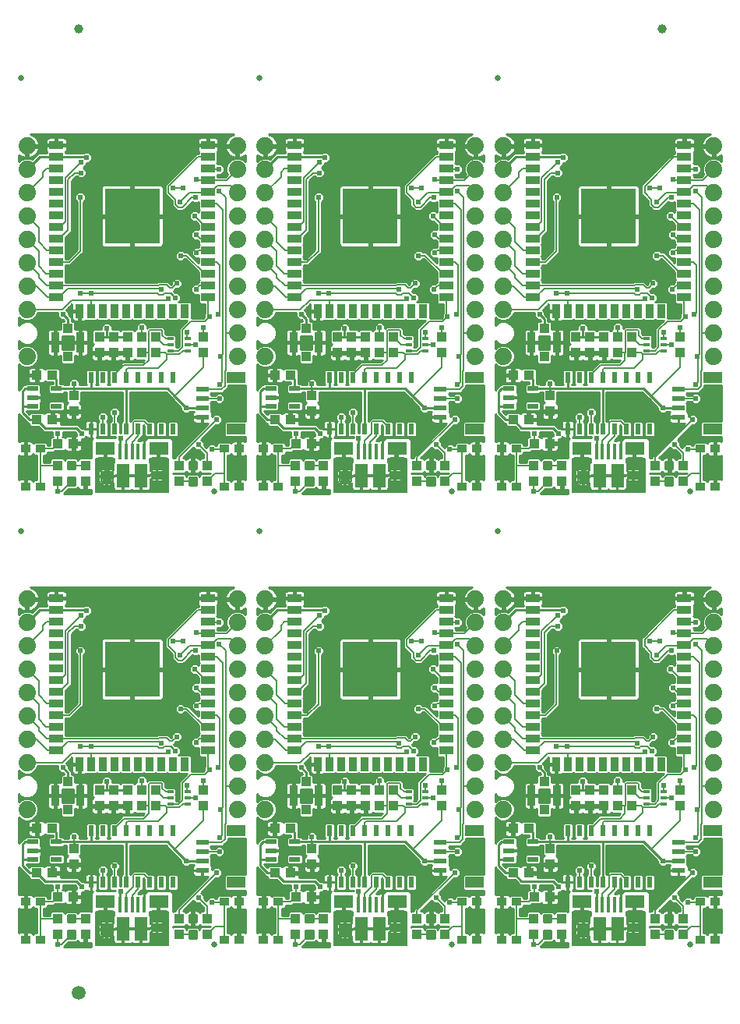
<source format=gtl>
G75*
%MOIN*%
%OFA0B0*%
%FSLAX25Y25*%
%IPPOS*%
%LPD*%
%AMOC8*
5,1,8,0,0,1.08239X$1,22.5*
%
%ADD10R,0.03937X0.04331*%
%ADD11R,0.02598X0.01181*%
%ADD12R,0.05906X0.03543*%
%ADD13R,0.03543X0.05906*%
%ADD14R,0.23622X0.23622*%
%ADD15R,0.01575X0.06890*%
%ADD16R,0.07874X0.05748*%
%ADD17R,0.05610X0.09843*%
%ADD18C,0.03937*%
%ADD19C,0.04331*%
%ADD20C,0.00800*%
%ADD21R,0.04724X0.02165*%
%ADD22R,0.04331X0.03937*%
%ADD23R,0.07874X0.04724*%
%ADD24R,0.05315X0.02362*%
%ADD25R,0.03937X0.03543*%
%ADD26C,0.01181*%
%ADD27R,0.03346X0.08661*%
%ADD28R,0.03937X0.04134*%
%ADD29R,0.02362X0.04724*%
%ADD30C,0.07400*%
%ADD31C,0.02500*%
%ADD32C,0.05906*%
%ADD33C,0.01000*%
%ADD34C,0.02400*%
%ADD35C,0.00600*%
D10*
X0046500Y0045404D03*
X0046500Y0052096D03*
X0058500Y0052096D03*
X0058500Y0045404D03*
X0053500Y0075404D03*
X0053500Y0082096D03*
X0064500Y0100404D03*
X0064500Y0107096D03*
X0070500Y0107096D03*
X0070500Y0100404D03*
X0076500Y0100404D03*
X0082500Y0100404D03*
X0082500Y0107096D03*
X0076500Y0107096D03*
X0088500Y0107096D03*
X0088500Y0100404D03*
X0109000Y0100404D03*
X0109000Y0107096D03*
X0110500Y0052096D03*
X0110500Y0045404D03*
X0098500Y0045404D03*
X0098500Y0052096D03*
X0148421Y0052096D03*
X0148421Y0045404D03*
X0160421Y0045404D03*
X0160421Y0052096D03*
X0155421Y0075404D03*
X0155421Y0082096D03*
X0166421Y0100404D03*
X0172421Y0100404D03*
X0172421Y0107096D03*
X0166421Y0107096D03*
X0178421Y0107096D03*
X0178421Y0100404D03*
X0184421Y0100404D03*
X0190421Y0100404D03*
X0190421Y0107096D03*
X0184421Y0107096D03*
X0210921Y0107096D03*
X0210921Y0100404D03*
X0212421Y0052096D03*
X0212421Y0045404D03*
X0200421Y0045404D03*
X0200421Y0052096D03*
X0250342Y0052096D03*
X0250342Y0045404D03*
X0262342Y0045404D03*
X0262342Y0052096D03*
X0257342Y0075404D03*
X0257342Y0082096D03*
X0268342Y0100404D03*
X0268342Y0107096D03*
X0274342Y0107096D03*
X0280342Y0107096D03*
X0280342Y0100404D03*
X0274342Y0100404D03*
X0286342Y0100404D03*
X0286342Y0107096D03*
X0292342Y0107096D03*
X0292342Y0100404D03*
X0312842Y0100404D03*
X0312842Y0107096D03*
X0314342Y0052096D03*
X0314342Y0045404D03*
X0302342Y0045404D03*
X0302342Y0052096D03*
X0302342Y0239104D03*
X0302342Y0245797D03*
X0314342Y0245797D03*
X0314342Y0239104D03*
X0312842Y0294104D03*
X0312842Y0300797D03*
X0292342Y0300797D03*
X0286342Y0300797D03*
X0280342Y0300797D03*
X0274342Y0300797D03*
X0268342Y0300797D03*
X0268342Y0294104D03*
X0274342Y0294104D03*
X0280342Y0294104D03*
X0286342Y0294104D03*
X0292342Y0294104D03*
X0257342Y0275797D03*
X0257342Y0269104D03*
X0262342Y0245797D03*
X0262342Y0239104D03*
X0250342Y0239104D03*
X0250342Y0245797D03*
X0212421Y0245797D03*
X0212421Y0239104D03*
X0200421Y0239104D03*
X0200421Y0245797D03*
X0190421Y0294104D03*
X0184421Y0294104D03*
X0178421Y0294104D03*
X0172421Y0294104D03*
X0166421Y0294104D03*
X0166421Y0300797D03*
X0172421Y0300797D03*
X0178421Y0300797D03*
X0184421Y0300797D03*
X0190421Y0300797D03*
X0210921Y0300797D03*
X0210921Y0294104D03*
X0160421Y0245797D03*
X0160421Y0239104D03*
X0148421Y0239104D03*
X0148421Y0245797D03*
X0155421Y0269104D03*
X0155421Y0275797D03*
X0109000Y0294104D03*
X0109000Y0300797D03*
X0088500Y0300797D03*
X0082500Y0300797D03*
X0076500Y0300797D03*
X0070500Y0300797D03*
X0064500Y0300797D03*
X0064500Y0294104D03*
X0070500Y0294104D03*
X0076500Y0294104D03*
X0082500Y0294104D03*
X0088500Y0294104D03*
X0053500Y0275797D03*
X0053500Y0269104D03*
X0058500Y0245797D03*
X0058500Y0239104D03*
X0046500Y0239104D03*
X0046500Y0245797D03*
X0098500Y0245797D03*
X0098500Y0239104D03*
X0110500Y0239104D03*
X0110500Y0245797D03*
D11*
X0102122Y0294892D03*
X0102122Y0297451D03*
X0102122Y0300010D03*
X0094878Y0300010D03*
X0094878Y0297451D03*
X0094878Y0294892D03*
X0196799Y0294892D03*
X0196799Y0297451D03*
X0196799Y0300010D03*
X0204043Y0300010D03*
X0204043Y0297451D03*
X0204043Y0294892D03*
X0298720Y0294892D03*
X0298720Y0297451D03*
X0298720Y0300010D03*
X0305965Y0300010D03*
X0305965Y0297451D03*
X0305965Y0294892D03*
X0305965Y0106309D03*
X0305965Y0103750D03*
X0305965Y0101191D03*
X0298720Y0101191D03*
X0298720Y0103750D03*
X0298720Y0106309D03*
X0204043Y0106309D03*
X0204043Y0103750D03*
X0204043Y0101191D03*
X0196799Y0101191D03*
X0196799Y0103750D03*
X0196799Y0106309D03*
X0102122Y0106309D03*
X0102122Y0103750D03*
X0102122Y0101191D03*
X0094878Y0101191D03*
X0094878Y0103750D03*
X0094878Y0106309D03*
D12*
X0110933Y0124065D03*
X0110933Y0129065D03*
X0110933Y0134065D03*
X0110933Y0139065D03*
X0110933Y0144065D03*
X0110933Y0149065D03*
X0110933Y0154065D03*
X0110933Y0159065D03*
X0110933Y0164065D03*
X0110933Y0169065D03*
X0110933Y0174065D03*
X0110933Y0179065D03*
X0110933Y0184065D03*
X0110933Y0189065D03*
X0147988Y0189065D03*
X0147988Y0184065D03*
X0147988Y0179065D03*
X0147988Y0174065D03*
X0147988Y0169065D03*
X0147988Y0164065D03*
X0147988Y0159065D03*
X0147988Y0154065D03*
X0147988Y0149065D03*
X0147988Y0144065D03*
X0147988Y0139065D03*
X0147988Y0134065D03*
X0147988Y0129065D03*
X0147988Y0124065D03*
X0212854Y0124065D03*
X0212854Y0129065D03*
X0212854Y0134065D03*
X0212854Y0139065D03*
X0212854Y0144065D03*
X0212854Y0149065D03*
X0212854Y0154065D03*
X0212854Y0159065D03*
X0212854Y0164065D03*
X0212854Y0169065D03*
X0212854Y0174065D03*
X0212854Y0179065D03*
X0212854Y0184065D03*
X0212854Y0189065D03*
X0249909Y0189065D03*
X0249909Y0184065D03*
X0249909Y0179065D03*
X0249909Y0174065D03*
X0249909Y0169065D03*
X0249909Y0164065D03*
X0249909Y0159065D03*
X0249909Y0154065D03*
X0249909Y0149065D03*
X0249909Y0144065D03*
X0249909Y0139065D03*
X0249909Y0134065D03*
X0249909Y0129065D03*
X0249909Y0124065D03*
X0314776Y0124065D03*
X0314776Y0129065D03*
X0314776Y0134065D03*
X0314776Y0139065D03*
X0314776Y0144065D03*
X0314776Y0149065D03*
X0314776Y0154065D03*
X0314776Y0159065D03*
X0314776Y0164065D03*
X0314776Y0169065D03*
X0314776Y0174065D03*
X0314776Y0179065D03*
X0314776Y0184065D03*
X0314776Y0189065D03*
X0314776Y0317766D03*
X0314776Y0322766D03*
X0314776Y0327766D03*
X0314776Y0332766D03*
X0314776Y0337766D03*
X0314776Y0342766D03*
X0314776Y0347766D03*
X0314776Y0352766D03*
X0314776Y0357766D03*
X0314776Y0362766D03*
X0314776Y0367766D03*
X0314776Y0372766D03*
X0314776Y0377766D03*
X0314776Y0382766D03*
X0249909Y0382766D03*
X0249909Y0377766D03*
X0249909Y0372766D03*
X0249909Y0367766D03*
X0249909Y0362766D03*
X0249909Y0357766D03*
X0249909Y0352766D03*
X0249909Y0347766D03*
X0249909Y0342766D03*
X0249909Y0337766D03*
X0249909Y0332766D03*
X0249909Y0327766D03*
X0249909Y0322766D03*
X0249909Y0317766D03*
X0212854Y0317766D03*
X0212854Y0322766D03*
X0212854Y0327766D03*
X0212854Y0332766D03*
X0212854Y0337766D03*
X0212854Y0342766D03*
X0212854Y0347766D03*
X0212854Y0352766D03*
X0212854Y0357766D03*
X0212854Y0362766D03*
X0212854Y0367766D03*
X0212854Y0372766D03*
X0212854Y0377766D03*
X0212854Y0382766D03*
X0147988Y0382766D03*
X0147988Y0377766D03*
X0147988Y0372766D03*
X0147988Y0367766D03*
X0147988Y0362766D03*
X0147988Y0357766D03*
X0147988Y0352766D03*
X0147988Y0347766D03*
X0147988Y0342766D03*
X0147988Y0337766D03*
X0147988Y0332766D03*
X0147988Y0327766D03*
X0147988Y0322766D03*
X0147988Y0317766D03*
X0110933Y0317766D03*
X0110933Y0322766D03*
X0110933Y0327766D03*
X0110933Y0332766D03*
X0110933Y0337766D03*
X0110933Y0342766D03*
X0110933Y0347766D03*
X0110933Y0352766D03*
X0110933Y0357766D03*
X0110933Y0362766D03*
X0110933Y0367766D03*
X0110933Y0372766D03*
X0110933Y0377766D03*
X0110933Y0382766D03*
X0046067Y0382766D03*
X0046067Y0377766D03*
X0046067Y0372766D03*
X0046067Y0367766D03*
X0046067Y0362766D03*
X0046067Y0357766D03*
X0046067Y0352766D03*
X0046067Y0347766D03*
X0046067Y0342766D03*
X0046067Y0337766D03*
X0046067Y0332766D03*
X0046067Y0327766D03*
X0046067Y0322766D03*
X0046067Y0317766D03*
X0046067Y0189065D03*
X0046067Y0184065D03*
X0046067Y0179065D03*
X0046067Y0174065D03*
X0046067Y0169065D03*
X0046067Y0164065D03*
X0046067Y0159065D03*
X0046067Y0154065D03*
X0046067Y0149065D03*
X0046067Y0144065D03*
X0046067Y0139065D03*
X0046067Y0134065D03*
X0046067Y0129065D03*
X0046067Y0124065D03*
D13*
X0056000Y0118199D03*
X0061000Y0118199D03*
X0066000Y0118199D03*
X0071000Y0118199D03*
X0076000Y0118199D03*
X0081000Y0118199D03*
X0086000Y0118199D03*
X0091000Y0118199D03*
X0096000Y0118199D03*
X0101000Y0118199D03*
X0157921Y0118199D03*
X0162921Y0118199D03*
X0167921Y0118199D03*
X0172921Y0118199D03*
X0177921Y0118199D03*
X0182921Y0118199D03*
X0187921Y0118199D03*
X0192921Y0118199D03*
X0197921Y0118199D03*
X0202921Y0118199D03*
X0259842Y0118199D03*
X0264842Y0118199D03*
X0269842Y0118199D03*
X0274842Y0118199D03*
X0279842Y0118199D03*
X0284842Y0118199D03*
X0289842Y0118199D03*
X0294842Y0118199D03*
X0299842Y0118199D03*
X0304842Y0118199D03*
X0304842Y0311900D03*
X0299842Y0311900D03*
X0294842Y0311900D03*
X0289842Y0311900D03*
X0284842Y0311900D03*
X0279842Y0311900D03*
X0274842Y0311900D03*
X0269842Y0311900D03*
X0264842Y0311900D03*
X0259842Y0311900D03*
X0202921Y0311900D03*
X0197921Y0311900D03*
X0192921Y0311900D03*
X0187921Y0311900D03*
X0182921Y0311900D03*
X0177921Y0311900D03*
X0172921Y0311900D03*
X0167921Y0311900D03*
X0162921Y0311900D03*
X0157921Y0311900D03*
X0101000Y0311900D03*
X0096000Y0311900D03*
X0091000Y0311900D03*
X0086000Y0311900D03*
X0081000Y0311900D03*
X0076000Y0311900D03*
X0071000Y0311900D03*
X0066000Y0311900D03*
X0061000Y0311900D03*
X0056000Y0311900D03*
D14*
X0078500Y0352451D03*
X0180421Y0352451D03*
X0282342Y0352451D03*
X0282342Y0158750D03*
X0180421Y0158750D03*
X0078500Y0158750D03*
D15*
X0078500Y0251951D03*
X0075941Y0251951D03*
X0073382Y0251951D03*
X0081059Y0251951D03*
X0083618Y0251951D03*
X0175303Y0251951D03*
X0177862Y0251951D03*
X0180421Y0251951D03*
X0182980Y0251951D03*
X0185539Y0251951D03*
X0277224Y0251951D03*
X0279783Y0251951D03*
X0282342Y0251951D03*
X0284902Y0251951D03*
X0287461Y0251951D03*
X0287461Y0058250D03*
X0284902Y0058250D03*
X0282342Y0058250D03*
X0279783Y0058250D03*
X0277224Y0058250D03*
X0185539Y0058250D03*
X0182980Y0058250D03*
X0180421Y0058250D03*
X0177862Y0058250D03*
X0175303Y0058250D03*
X0083618Y0058250D03*
X0081059Y0058250D03*
X0078500Y0058250D03*
X0075941Y0058250D03*
X0073382Y0058250D03*
D16*
X0067083Y0059333D03*
X0089917Y0059333D03*
X0169004Y0059333D03*
X0191839Y0059333D03*
X0270925Y0059333D03*
X0293760Y0059333D03*
X0293760Y0253033D03*
X0270925Y0253033D03*
X0191839Y0253033D03*
X0169004Y0253033D03*
X0089917Y0253033D03*
X0067083Y0253033D03*
D17*
X0074711Y0241419D03*
X0082289Y0241419D03*
X0176632Y0241419D03*
X0184211Y0241419D03*
X0278553Y0241419D03*
X0286132Y0241419D03*
X0286132Y0047719D03*
X0278553Y0047719D03*
X0184211Y0047719D03*
X0176632Y0047719D03*
X0082289Y0047719D03*
X0074711Y0047719D03*
D18*
X0089130Y0048112D03*
X0191051Y0048112D03*
X0292972Y0048112D03*
X0292972Y0241813D03*
X0191051Y0241813D03*
X0089130Y0241813D03*
X0055500Y0432402D03*
X0305264Y0432402D03*
D19*
X0271589Y0241987D02*
X0271589Y0240411D01*
X0271589Y0240411D01*
X0271589Y0241987D01*
X0271589Y0241987D01*
X0169668Y0241987D02*
X0169668Y0240411D01*
X0169668Y0240411D01*
X0169668Y0241987D01*
X0169668Y0241987D01*
X0067746Y0241987D02*
X0067746Y0240411D01*
X0067746Y0240411D01*
X0067746Y0241987D01*
X0067746Y0241987D01*
X0067746Y0048286D02*
X0067746Y0046710D01*
X0067746Y0046710D01*
X0067746Y0048286D01*
X0067746Y0048286D01*
X0169668Y0048286D02*
X0169668Y0046710D01*
X0169668Y0046710D01*
X0169668Y0048286D01*
X0169668Y0048286D01*
X0271589Y0048286D02*
X0271589Y0046710D01*
X0271589Y0046710D01*
X0271589Y0048286D01*
X0271589Y0048286D01*
D20*
X0269146Y0048332D02*
X0274080Y0048332D01*
X0274079Y0047534D02*
X0269148Y0047534D01*
X0269150Y0046735D02*
X0274077Y0046735D01*
X0274076Y0045937D02*
X0269153Y0045937D01*
X0269154Y0045593D02*
X0269236Y0045291D01*
X0269384Y0045016D01*
X0269589Y0044781D01*
X0269842Y0044597D01*
X0270129Y0044474D01*
X0270436Y0044417D01*
X0270748Y0044431D01*
X0273110Y0044431D01*
X0273378Y0044487D01*
X0273621Y0044610D01*
X0273825Y0044792D01*
X0273974Y0045021D01*
X0274060Y0045280D01*
X0274075Y0045553D01*
X0274094Y0055553D01*
X0267677Y0055553D01*
X0267657Y0053033D01*
X0269134Y0053033D01*
X0269154Y0045593D01*
X0269318Y0045138D02*
X0274013Y0045138D01*
X0274082Y0049131D02*
X0269144Y0049131D01*
X0269142Y0049929D02*
X0274083Y0049929D01*
X0274085Y0050728D02*
X0269140Y0050728D01*
X0269138Y0051526D02*
X0274087Y0051526D01*
X0274088Y0052325D02*
X0269136Y0052325D01*
X0267658Y0053123D02*
X0274090Y0053123D01*
X0274091Y0053922D02*
X0267664Y0053922D01*
X0267671Y0054720D02*
X0274093Y0054720D01*
X0274094Y0055519D02*
X0267677Y0055519D01*
X0290756Y0055519D02*
X0296980Y0055519D01*
X0296980Y0055553D02*
X0290756Y0055553D01*
X0290756Y0045278D01*
X0290779Y0045072D01*
X0290855Y0044879D01*
X0290978Y0044713D01*
X0291141Y0044584D01*
X0291331Y0044501D01*
X0291535Y0044470D01*
X0294941Y0044372D01*
X0295101Y0044385D01*
X0295249Y0044447D01*
X0295371Y0044551D01*
X0295455Y0044688D01*
X0295492Y0044844D01*
X0295492Y0053053D01*
X0296980Y0053053D01*
X0296980Y0055553D01*
X0296980Y0054720D02*
X0290756Y0054720D01*
X0290756Y0053922D02*
X0296980Y0053922D01*
X0296980Y0053123D02*
X0290756Y0053123D01*
X0290756Y0052325D02*
X0295492Y0052325D01*
X0295492Y0051526D02*
X0290756Y0051526D01*
X0290756Y0050728D02*
X0295492Y0050728D01*
X0295492Y0049929D02*
X0290756Y0049929D01*
X0290756Y0049131D02*
X0295492Y0049131D01*
X0295492Y0048332D02*
X0290756Y0048332D01*
X0290756Y0047534D02*
X0295492Y0047534D01*
X0295492Y0046735D02*
X0290756Y0046735D01*
X0290756Y0045937D02*
X0295492Y0045937D01*
X0295492Y0045138D02*
X0290772Y0045138D01*
X0195059Y0053053D02*
X0193571Y0053053D01*
X0193571Y0044844D01*
X0193534Y0044688D01*
X0193450Y0044551D01*
X0193328Y0044447D01*
X0193180Y0044385D01*
X0193020Y0044372D01*
X0189614Y0044470D01*
X0189409Y0044501D01*
X0189219Y0044584D01*
X0189057Y0044713D01*
X0188934Y0044879D01*
X0188858Y0045072D01*
X0188835Y0045278D01*
X0188835Y0055553D01*
X0195059Y0055553D01*
X0195059Y0053053D01*
X0195059Y0053123D02*
X0188835Y0053123D01*
X0188835Y0052325D02*
X0193571Y0052325D01*
X0193571Y0051526D02*
X0188835Y0051526D01*
X0188835Y0050728D02*
X0193571Y0050728D01*
X0193571Y0049929D02*
X0188835Y0049929D01*
X0188835Y0049131D02*
X0193571Y0049131D01*
X0193571Y0048332D02*
X0188835Y0048332D01*
X0188835Y0047534D02*
X0193571Y0047534D01*
X0193571Y0046735D02*
X0188835Y0046735D01*
X0188835Y0045937D02*
X0193571Y0045937D01*
X0193571Y0045138D02*
X0188851Y0045138D01*
X0188835Y0053922D02*
X0195059Y0053922D01*
X0195059Y0054720D02*
X0188835Y0054720D01*
X0188835Y0055519D02*
X0195059Y0055519D01*
X0172173Y0055553D02*
X0172154Y0045553D01*
X0172138Y0045280D01*
X0172053Y0045021D01*
X0171904Y0044792D01*
X0171700Y0044610D01*
X0171456Y0044487D01*
X0171189Y0044431D01*
X0168827Y0044431D01*
X0168515Y0044417D01*
X0168207Y0044474D01*
X0167920Y0044597D01*
X0167668Y0044781D01*
X0167463Y0045016D01*
X0167315Y0045291D01*
X0167232Y0045593D01*
X0167213Y0053033D01*
X0165736Y0053033D01*
X0165756Y0055553D01*
X0172173Y0055553D01*
X0172173Y0055519D02*
X0165756Y0055519D01*
X0165749Y0054720D02*
X0172172Y0054720D01*
X0172170Y0053922D02*
X0165743Y0053922D01*
X0165737Y0053123D02*
X0172168Y0053123D01*
X0172167Y0052325D02*
X0167215Y0052325D01*
X0167217Y0051526D02*
X0172165Y0051526D01*
X0172164Y0050728D02*
X0167219Y0050728D01*
X0167221Y0049929D02*
X0172162Y0049929D01*
X0172161Y0049131D02*
X0167223Y0049131D01*
X0167225Y0048332D02*
X0172159Y0048332D01*
X0172157Y0047534D02*
X0167227Y0047534D01*
X0167229Y0046735D02*
X0172156Y0046735D01*
X0172154Y0045937D02*
X0167231Y0045937D01*
X0167397Y0045138D02*
X0172092Y0045138D01*
X0093138Y0053053D02*
X0091650Y0053053D01*
X0091650Y0044844D01*
X0091612Y0044688D01*
X0091529Y0044551D01*
X0091407Y0044447D01*
X0091259Y0044385D01*
X0091098Y0044372D01*
X0087693Y0044470D01*
X0087488Y0044501D01*
X0087298Y0044584D01*
X0087136Y0044713D01*
X0087013Y0044879D01*
X0086937Y0045072D01*
X0086913Y0045278D01*
X0086913Y0055553D01*
X0093138Y0055553D01*
X0093138Y0053053D01*
X0093138Y0053123D02*
X0086913Y0053123D01*
X0086913Y0052325D02*
X0091650Y0052325D01*
X0091650Y0051526D02*
X0086913Y0051526D01*
X0086913Y0050728D02*
X0091650Y0050728D01*
X0091650Y0049929D02*
X0086913Y0049929D01*
X0086913Y0049131D02*
X0091650Y0049131D01*
X0091650Y0048332D02*
X0086913Y0048332D01*
X0086913Y0047534D02*
X0091650Y0047534D01*
X0091650Y0046735D02*
X0086913Y0046735D01*
X0086913Y0045937D02*
X0091650Y0045937D01*
X0091650Y0045138D02*
X0086929Y0045138D01*
X0086913Y0053922D02*
X0093138Y0053922D01*
X0093138Y0054720D02*
X0086913Y0054720D01*
X0086913Y0055519D02*
X0093138Y0055519D01*
X0070252Y0055553D02*
X0070232Y0045553D01*
X0070217Y0045280D01*
X0070132Y0045021D01*
X0069982Y0044792D01*
X0069779Y0044610D01*
X0069535Y0044487D01*
X0069268Y0044431D01*
X0066906Y0044431D01*
X0066593Y0044417D01*
X0066286Y0044474D01*
X0065999Y0044597D01*
X0065747Y0044781D01*
X0065541Y0045016D01*
X0065394Y0045291D01*
X0065311Y0045593D01*
X0065291Y0053033D01*
X0063815Y0053033D01*
X0063835Y0055553D01*
X0070252Y0055553D01*
X0070252Y0055519D02*
X0063834Y0055519D01*
X0063828Y0054720D02*
X0070250Y0054720D01*
X0070249Y0053922D02*
X0063822Y0053922D01*
X0063816Y0053123D02*
X0070247Y0053123D01*
X0070246Y0052325D02*
X0065293Y0052325D01*
X0065295Y0051526D02*
X0070244Y0051526D01*
X0070242Y0050728D02*
X0065297Y0050728D01*
X0065300Y0049929D02*
X0070241Y0049929D01*
X0070239Y0049131D02*
X0065302Y0049131D01*
X0065304Y0048332D02*
X0070238Y0048332D01*
X0070236Y0047534D02*
X0065306Y0047534D01*
X0065308Y0046735D02*
X0070235Y0046735D01*
X0070233Y0045937D02*
X0065310Y0045937D01*
X0065476Y0045138D02*
X0070170Y0045138D01*
X0069268Y0238132D02*
X0066906Y0238132D01*
X0066593Y0238118D01*
X0066286Y0238174D01*
X0065999Y0238298D01*
X0065747Y0238481D01*
X0065541Y0238717D01*
X0065394Y0238992D01*
X0065311Y0239293D01*
X0065291Y0246734D01*
X0063815Y0246734D01*
X0063835Y0249254D01*
X0070252Y0249254D01*
X0070232Y0239254D01*
X0070217Y0238981D01*
X0070132Y0238722D01*
X0069982Y0238493D01*
X0069779Y0238311D01*
X0069535Y0238188D01*
X0069268Y0238132D01*
X0069853Y0238378D02*
X0065889Y0238378D01*
X0065343Y0239176D02*
X0070228Y0239176D01*
X0070234Y0239975D02*
X0065309Y0239975D01*
X0065307Y0240773D02*
X0070235Y0240773D01*
X0070237Y0241572D02*
X0065305Y0241572D01*
X0065303Y0242370D02*
X0070238Y0242370D01*
X0070240Y0243169D02*
X0065301Y0243169D01*
X0065299Y0243967D02*
X0070242Y0243967D01*
X0070243Y0244766D02*
X0065297Y0244766D01*
X0065294Y0245564D02*
X0070245Y0245564D01*
X0070246Y0246363D02*
X0065292Y0246363D01*
X0063818Y0247161D02*
X0070248Y0247161D01*
X0070249Y0247960D02*
X0063825Y0247960D01*
X0063831Y0248758D02*
X0070251Y0248758D01*
X0086913Y0248758D02*
X0093138Y0248758D01*
X0093138Y0249254D02*
X0086913Y0249254D01*
X0086913Y0238978D01*
X0086937Y0238773D01*
X0087013Y0238580D01*
X0087136Y0238413D01*
X0087298Y0238284D01*
X0087488Y0238202D01*
X0087693Y0238171D01*
X0091098Y0238073D01*
X0091259Y0238086D01*
X0091407Y0238147D01*
X0091529Y0238252D01*
X0091612Y0238389D01*
X0091650Y0238545D01*
X0091650Y0246754D01*
X0093138Y0246754D01*
X0093138Y0249254D01*
X0093138Y0247960D02*
X0086913Y0247960D01*
X0086913Y0247161D02*
X0093138Y0247161D01*
X0091650Y0246363D02*
X0086913Y0246363D01*
X0086913Y0245564D02*
X0091650Y0245564D01*
X0091650Y0244766D02*
X0086913Y0244766D01*
X0086913Y0243967D02*
X0091650Y0243967D01*
X0091650Y0243169D02*
X0086913Y0243169D01*
X0086913Y0242370D02*
X0091650Y0242370D01*
X0091650Y0241572D02*
X0086913Y0241572D01*
X0086913Y0240773D02*
X0091650Y0240773D01*
X0091650Y0239975D02*
X0086913Y0239975D01*
X0086913Y0239176D02*
X0091650Y0239176D01*
X0091606Y0238378D02*
X0087181Y0238378D01*
X0165736Y0246734D02*
X0167213Y0246734D01*
X0167232Y0239293D01*
X0167315Y0238992D01*
X0167463Y0238717D01*
X0167668Y0238481D01*
X0167920Y0238298D01*
X0168207Y0238174D01*
X0168515Y0238118D01*
X0168827Y0238132D01*
X0171189Y0238132D01*
X0171456Y0238188D01*
X0171700Y0238311D01*
X0171904Y0238493D01*
X0172053Y0238722D01*
X0172138Y0238981D01*
X0172154Y0239254D01*
X0172173Y0249254D01*
X0165756Y0249254D01*
X0165736Y0246734D01*
X0165740Y0247161D02*
X0172169Y0247161D01*
X0172168Y0246363D02*
X0167214Y0246363D01*
X0167216Y0245564D02*
X0172166Y0245564D01*
X0172164Y0244766D02*
X0167218Y0244766D01*
X0167220Y0243967D02*
X0172163Y0243967D01*
X0172161Y0243169D02*
X0167222Y0243169D01*
X0167224Y0242370D02*
X0172160Y0242370D01*
X0172158Y0241572D02*
X0167226Y0241572D01*
X0167228Y0240773D02*
X0172157Y0240773D01*
X0172155Y0239975D02*
X0167231Y0239975D01*
X0167264Y0239176D02*
X0172149Y0239176D01*
X0171775Y0238378D02*
X0167810Y0238378D01*
X0165746Y0247960D02*
X0172171Y0247960D01*
X0172172Y0248758D02*
X0165752Y0248758D01*
X0188835Y0248758D02*
X0195059Y0248758D01*
X0195059Y0249254D02*
X0188835Y0249254D01*
X0188835Y0238978D01*
X0188858Y0238773D01*
X0188934Y0238580D01*
X0189057Y0238413D01*
X0189219Y0238284D01*
X0189409Y0238202D01*
X0189614Y0238171D01*
X0193020Y0238073D01*
X0193180Y0238086D01*
X0193328Y0238147D01*
X0193450Y0238252D01*
X0193534Y0238389D01*
X0193571Y0238545D01*
X0193571Y0246754D01*
X0195059Y0246754D01*
X0195059Y0249254D01*
X0195059Y0247960D02*
X0188835Y0247960D01*
X0188835Y0247161D02*
X0195059Y0247161D01*
X0193571Y0246363D02*
X0188835Y0246363D01*
X0188835Y0245564D02*
X0193571Y0245564D01*
X0193571Y0244766D02*
X0188835Y0244766D01*
X0188835Y0243967D02*
X0193571Y0243967D01*
X0193571Y0243169D02*
X0188835Y0243169D01*
X0188835Y0242370D02*
X0193571Y0242370D01*
X0193571Y0241572D02*
X0188835Y0241572D01*
X0188835Y0240773D02*
X0193571Y0240773D01*
X0193571Y0239975D02*
X0188835Y0239975D01*
X0188835Y0239176D02*
X0193571Y0239176D01*
X0193527Y0238378D02*
X0189102Y0238378D01*
X0267657Y0246734D02*
X0269134Y0246734D01*
X0269154Y0239293D01*
X0269236Y0238992D01*
X0269384Y0238717D01*
X0269589Y0238481D01*
X0269842Y0238298D01*
X0270129Y0238174D01*
X0270436Y0238118D01*
X0270748Y0238132D01*
X0273110Y0238132D01*
X0273378Y0238188D01*
X0273621Y0238311D01*
X0273825Y0238493D01*
X0273974Y0238722D01*
X0274060Y0238981D01*
X0274075Y0239254D01*
X0274094Y0249254D01*
X0267677Y0249254D01*
X0267657Y0246734D01*
X0267661Y0247161D02*
X0274090Y0247161D01*
X0274089Y0246363D02*
X0269135Y0246363D01*
X0269137Y0245564D02*
X0274087Y0245564D01*
X0274086Y0244766D02*
X0269139Y0244766D01*
X0269141Y0243967D02*
X0274084Y0243967D01*
X0274082Y0243169D02*
X0269143Y0243169D01*
X0269145Y0242370D02*
X0274081Y0242370D01*
X0274079Y0241572D02*
X0269147Y0241572D01*
X0269150Y0240773D02*
X0274078Y0240773D01*
X0274076Y0239975D02*
X0269152Y0239975D01*
X0269186Y0239176D02*
X0274070Y0239176D01*
X0273696Y0238378D02*
X0269731Y0238378D01*
X0267667Y0247960D02*
X0274092Y0247960D01*
X0274093Y0248758D02*
X0267673Y0248758D01*
X0290756Y0248758D02*
X0296980Y0248758D01*
X0296980Y0249254D02*
X0290756Y0249254D01*
X0290756Y0238978D01*
X0290779Y0238773D01*
X0290855Y0238580D01*
X0290978Y0238413D01*
X0291141Y0238284D01*
X0291331Y0238202D01*
X0291535Y0238171D01*
X0294941Y0238073D01*
X0295101Y0238086D01*
X0295249Y0238147D01*
X0295371Y0238252D01*
X0295455Y0238389D01*
X0295492Y0238545D01*
X0295492Y0246754D01*
X0296980Y0246754D01*
X0296980Y0249254D01*
X0296980Y0247960D02*
X0290756Y0247960D01*
X0290756Y0247161D02*
X0296980Y0247161D01*
X0295492Y0246363D02*
X0290756Y0246363D01*
X0290756Y0245564D02*
X0295492Y0245564D01*
X0295492Y0244766D02*
X0290756Y0244766D01*
X0290756Y0243967D02*
X0295492Y0243967D01*
X0295492Y0243169D02*
X0290756Y0243169D01*
X0290756Y0242370D02*
X0295492Y0242370D01*
X0295492Y0241572D02*
X0290756Y0241572D01*
X0290756Y0240773D02*
X0295492Y0240773D01*
X0295492Y0239975D02*
X0290756Y0239975D01*
X0290756Y0239176D02*
X0295492Y0239176D01*
X0295448Y0238378D02*
X0291023Y0238378D01*
D21*
X0249961Y0271211D03*
X0249961Y0278691D03*
X0239724Y0278691D03*
X0239724Y0274951D03*
X0239724Y0271211D03*
X0148040Y0271211D03*
X0148040Y0278691D03*
X0137803Y0278691D03*
X0137803Y0274951D03*
X0137803Y0271211D03*
X0046119Y0271211D03*
X0046119Y0278691D03*
X0035881Y0278691D03*
X0035881Y0274951D03*
X0035881Y0271211D03*
X0035881Y0084990D03*
X0035881Y0081250D03*
X0035881Y0077510D03*
X0046119Y0077510D03*
X0046119Y0084990D03*
X0137803Y0084990D03*
X0137803Y0081250D03*
X0137803Y0077510D03*
X0148040Y0077510D03*
X0148040Y0084990D03*
X0239724Y0084990D03*
X0239724Y0081250D03*
X0239724Y0077510D03*
X0249961Y0077510D03*
X0249961Y0084990D03*
D22*
X0248189Y0090750D03*
X0241496Y0090750D03*
X0241496Y0071750D03*
X0248189Y0071750D03*
X0250496Y0061450D03*
X0257189Y0061450D03*
X0155268Y0061450D03*
X0148575Y0061450D03*
X0146268Y0071750D03*
X0139575Y0071750D03*
X0139575Y0090750D03*
X0146268Y0090750D03*
X0053346Y0061450D03*
X0046654Y0061450D03*
X0044346Y0071750D03*
X0037654Y0071750D03*
X0037654Y0090750D03*
X0044346Y0090750D03*
X0046654Y0255151D03*
X0053346Y0255151D03*
X0044346Y0265451D03*
X0037654Y0265451D03*
X0037654Y0284451D03*
X0044346Y0284451D03*
X0139575Y0284451D03*
X0146268Y0284451D03*
X0146268Y0265451D03*
X0139575Y0265451D03*
X0148575Y0255151D03*
X0155268Y0255151D03*
X0241496Y0265451D03*
X0248189Y0265451D03*
X0250496Y0255151D03*
X0257189Y0255151D03*
X0248189Y0284451D03*
X0241496Y0284451D03*
D23*
X0224890Y0283474D03*
X0224890Y0261427D03*
X0326811Y0261427D03*
X0326811Y0283474D03*
X0326811Y0089774D03*
X0326811Y0067726D03*
X0224890Y0067726D03*
X0224890Y0089774D03*
X0122969Y0089774D03*
X0122969Y0067726D03*
X0122969Y0261427D03*
X0122969Y0283474D03*
D24*
X0108500Y0278356D03*
X0108500Y0274419D03*
X0108500Y0270482D03*
X0108500Y0266545D03*
X0210421Y0266545D03*
X0210421Y0270482D03*
X0210421Y0274419D03*
X0210421Y0278356D03*
X0312342Y0278356D03*
X0312342Y0274419D03*
X0312342Y0270482D03*
X0312342Y0266545D03*
X0312342Y0084656D03*
X0312342Y0080719D03*
X0312342Y0076781D03*
X0312342Y0072844D03*
X0210421Y0072844D03*
X0210421Y0076781D03*
X0210421Y0080719D03*
X0210421Y0084656D03*
X0108500Y0084656D03*
X0108500Y0080719D03*
X0108500Y0076781D03*
X0108500Y0072844D03*
D25*
X0117850Y0059321D03*
X0124150Y0059321D03*
X0134772Y0059321D03*
X0141071Y0059321D03*
X0141071Y0043179D03*
X0134772Y0043179D03*
X0124150Y0043179D03*
X0117850Y0043179D03*
X0039150Y0043179D03*
X0032850Y0043179D03*
X0032850Y0059321D03*
X0039150Y0059321D03*
X0039150Y0236880D03*
X0032850Y0236880D03*
X0032850Y0253022D03*
X0039150Y0253022D03*
X0117850Y0253022D03*
X0124150Y0253022D03*
X0134772Y0253022D03*
X0141071Y0253022D03*
X0141071Y0236880D03*
X0134772Y0236880D03*
X0124150Y0236880D03*
X0117850Y0236880D03*
X0219772Y0236880D03*
X0226071Y0236880D03*
X0236693Y0236880D03*
X0242992Y0236880D03*
X0242992Y0253022D03*
X0236693Y0253022D03*
X0226071Y0253022D03*
X0219772Y0253022D03*
X0321693Y0253022D03*
X0327992Y0253022D03*
X0327992Y0236880D03*
X0321693Y0236880D03*
X0321693Y0059321D03*
X0327992Y0059321D03*
X0327992Y0043179D03*
X0321693Y0043179D03*
X0242992Y0043179D03*
X0236693Y0043179D03*
X0226071Y0043179D03*
X0219772Y0043179D03*
X0219772Y0059321D03*
X0226071Y0059321D03*
X0236693Y0059321D03*
X0242992Y0059321D03*
D26*
X0254964Y0050825D02*
X0257720Y0050825D01*
X0254964Y0050825D02*
X0254964Y0053581D01*
X0257720Y0053581D01*
X0257720Y0050825D01*
X0257720Y0052005D02*
X0254964Y0052005D01*
X0254964Y0053185D02*
X0257720Y0053185D01*
X0257720Y0043919D02*
X0254964Y0043919D01*
X0254964Y0046675D01*
X0257720Y0046675D01*
X0257720Y0043919D01*
X0257720Y0045099D02*
X0254964Y0045099D01*
X0254964Y0046279D02*
X0257720Y0046279D01*
X0306964Y0043919D02*
X0309720Y0043919D01*
X0306964Y0043919D02*
X0306964Y0046675D01*
X0309720Y0046675D01*
X0309720Y0043919D01*
X0309720Y0045099D02*
X0306964Y0045099D01*
X0306964Y0046279D02*
X0309720Y0046279D01*
X0309720Y0050825D02*
X0306964Y0050825D01*
X0306964Y0053581D01*
X0309720Y0053581D01*
X0309720Y0050825D01*
X0309720Y0052005D02*
X0306964Y0052005D01*
X0306964Y0053185D02*
X0309720Y0053185D01*
X0207799Y0050825D02*
X0205043Y0050825D01*
X0205043Y0053581D01*
X0207799Y0053581D01*
X0207799Y0050825D01*
X0207799Y0052005D02*
X0205043Y0052005D01*
X0205043Y0053185D02*
X0207799Y0053185D01*
X0207799Y0043919D02*
X0205043Y0043919D01*
X0205043Y0046675D01*
X0207799Y0046675D01*
X0207799Y0043919D01*
X0207799Y0045099D02*
X0205043Y0045099D01*
X0205043Y0046279D02*
X0207799Y0046279D01*
X0155799Y0043919D02*
X0153043Y0043919D01*
X0153043Y0046675D01*
X0155799Y0046675D01*
X0155799Y0043919D01*
X0155799Y0045099D02*
X0153043Y0045099D01*
X0153043Y0046279D02*
X0155799Y0046279D01*
X0155799Y0050825D02*
X0153043Y0050825D01*
X0153043Y0053581D01*
X0155799Y0053581D01*
X0155799Y0050825D01*
X0155799Y0052005D02*
X0153043Y0052005D01*
X0153043Y0053185D02*
X0155799Y0053185D01*
X0105878Y0050825D02*
X0103122Y0050825D01*
X0103122Y0053581D01*
X0105878Y0053581D01*
X0105878Y0050825D01*
X0105878Y0052005D02*
X0103122Y0052005D01*
X0103122Y0053185D02*
X0105878Y0053185D01*
X0105878Y0043919D02*
X0103122Y0043919D01*
X0103122Y0046675D01*
X0105878Y0046675D01*
X0105878Y0043919D01*
X0105878Y0045099D02*
X0103122Y0045099D01*
X0103122Y0046279D02*
X0105878Y0046279D01*
X0053878Y0043919D02*
X0051122Y0043919D01*
X0051122Y0046675D01*
X0053878Y0046675D01*
X0053878Y0043919D01*
X0053878Y0045099D02*
X0051122Y0045099D01*
X0051122Y0046279D02*
X0053878Y0046279D01*
X0053878Y0050825D02*
X0051122Y0050825D01*
X0051122Y0053581D01*
X0053878Y0053581D01*
X0053878Y0050825D01*
X0053878Y0052005D02*
X0051122Y0052005D01*
X0051122Y0053185D02*
X0053878Y0053185D01*
X0053878Y0237620D02*
X0051122Y0237620D01*
X0051122Y0240376D01*
X0053878Y0240376D01*
X0053878Y0237620D01*
X0053878Y0238800D02*
X0051122Y0238800D01*
X0051122Y0239980D02*
X0053878Y0239980D01*
X0053878Y0244526D02*
X0051122Y0244526D01*
X0051122Y0247282D01*
X0053878Y0247282D01*
X0053878Y0244526D01*
X0053878Y0245706D02*
X0051122Y0245706D01*
X0051122Y0246886D02*
X0053878Y0246886D01*
X0103122Y0244526D02*
X0105878Y0244526D01*
X0103122Y0244526D02*
X0103122Y0247282D01*
X0105878Y0247282D01*
X0105878Y0244526D01*
X0105878Y0245706D02*
X0103122Y0245706D01*
X0103122Y0246886D02*
X0105878Y0246886D01*
X0105878Y0237620D02*
X0103122Y0237620D01*
X0103122Y0240376D01*
X0105878Y0240376D01*
X0105878Y0237620D01*
X0105878Y0238800D02*
X0103122Y0238800D01*
X0103122Y0239980D02*
X0105878Y0239980D01*
X0153043Y0237620D02*
X0155799Y0237620D01*
X0153043Y0237620D02*
X0153043Y0240376D01*
X0155799Y0240376D01*
X0155799Y0237620D01*
X0155799Y0238800D02*
X0153043Y0238800D01*
X0153043Y0239980D02*
X0155799Y0239980D01*
X0155799Y0244526D02*
X0153043Y0244526D01*
X0153043Y0247282D01*
X0155799Y0247282D01*
X0155799Y0244526D01*
X0155799Y0245706D02*
X0153043Y0245706D01*
X0153043Y0246886D02*
X0155799Y0246886D01*
X0205043Y0244526D02*
X0207799Y0244526D01*
X0205043Y0244526D02*
X0205043Y0247282D01*
X0207799Y0247282D01*
X0207799Y0244526D01*
X0207799Y0245706D02*
X0205043Y0245706D01*
X0205043Y0246886D02*
X0207799Y0246886D01*
X0207799Y0237620D02*
X0205043Y0237620D01*
X0205043Y0240376D01*
X0207799Y0240376D01*
X0207799Y0237620D01*
X0207799Y0238800D02*
X0205043Y0238800D01*
X0205043Y0239980D02*
X0207799Y0239980D01*
X0254964Y0237620D02*
X0257720Y0237620D01*
X0254964Y0237620D02*
X0254964Y0240376D01*
X0257720Y0240376D01*
X0257720Y0237620D01*
X0257720Y0238800D02*
X0254964Y0238800D01*
X0254964Y0239980D02*
X0257720Y0239980D01*
X0257720Y0244526D02*
X0254964Y0244526D01*
X0254964Y0247282D01*
X0257720Y0247282D01*
X0257720Y0244526D01*
X0257720Y0245706D02*
X0254964Y0245706D01*
X0254964Y0246886D02*
X0257720Y0246886D01*
X0306964Y0244526D02*
X0309720Y0244526D01*
X0306964Y0244526D02*
X0306964Y0247282D01*
X0309720Y0247282D01*
X0309720Y0244526D01*
X0309720Y0245706D02*
X0306964Y0245706D01*
X0306964Y0246886D02*
X0309720Y0246886D01*
X0309720Y0237620D02*
X0306964Y0237620D01*
X0306964Y0240376D01*
X0309720Y0240376D01*
X0309720Y0237620D01*
X0309720Y0238800D02*
X0306964Y0238800D01*
X0306964Y0239980D02*
X0309720Y0239980D01*
D27*
X0260256Y0298451D03*
X0249429Y0298451D03*
X0158335Y0298451D03*
X0147508Y0298451D03*
X0056413Y0298451D03*
X0045587Y0298451D03*
X0045587Y0104750D03*
X0056413Y0104750D03*
X0147508Y0104750D03*
X0158335Y0104750D03*
X0249429Y0104750D03*
X0260256Y0104750D03*
D28*
X0254842Y0098746D03*
X0254842Y0110754D03*
X0152921Y0110754D03*
X0152921Y0098746D03*
X0051000Y0098746D03*
X0051000Y0110754D03*
X0051000Y0292447D03*
X0051000Y0304455D03*
X0152921Y0304455D03*
X0152921Y0292447D03*
X0254842Y0292447D03*
X0254842Y0304455D03*
D29*
X0264842Y0283474D03*
X0269842Y0283474D03*
X0274842Y0283474D03*
X0279842Y0283474D03*
X0284842Y0283474D03*
X0289842Y0283474D03*
X0294842Y0283474D03*
X0299842Y0283474D03*
X0299842Y0261427D03*
X0294842Y0261427D03*
X0289842Y0261427D03*
X0284842Y0261427D03*
X0279842Y0261427D03*
X0274842Y0261427D03*
X0269842Y0261427D03*
X0264842Y0261427D03*
X0197921Y0261427D03*
X0192921Y0261427D03*
X0187921Y0261427D03*
X0182921Y0261427D03*
X0177921Y0261427D03*
X0172921Y0261427D03*
X0167921Y0261427D03*
X0162921Y0261427D03*
X0162921Y0283474D03*
X0167921Y0283474D03*
X0172921Y0283474D03*
X0177921Y0283474D03*
X0182921Y0283474D03*
X0187921Y0283474D03*
X0192921Y0283474D03*
X0197921Y0283474D03*
X0096000Y0283474D03*
X0091000Y0283474D03*
X0086000Y0283474D03*
X0081000Y0283474D03*
X0076000Y0283474D03*
X0071000Y0283474D03*
X0066000Y0283474D03*
X0061000Y0283474D03*
X0061000Y0261427D03*
X0066000Y0261427D03*
X0071000Y0261427D03*
X0076000Y0261427D03*
X0081000Y0261427D03*
X0086000Y0261427D03*
X0091000Y0261427D03*
X0096000Y0261427D03*
X0096000Y0089774D03*
X0091000Y0089774D03*
X0086000Y0089774D03*
X0081000Y0089774D03*
X0076000Y0089774D03*
X0071000Y0089774D03*
X0066000Y0089774D03*
X0061000Y0089774D03*
X0061000Y0067726D03*
X0066000Y0067726D03*
X0071000Y0067726D03*
X0076000Y0067726D03*
X0081000Y0067726D03*
X0086000Y0067726D03*
X0091000Y0067726D03*
X0096000Y0067726D03*
X0162921Y0067726D03*
X0167921Y0067726D03*
X0172921Y0067726D03*
X0177921Y0067726D03*
X0182921Y0067726D03*
X0187921Y0067726D03*
X0192921Y0067726D03*
X0197921Y0067726D03*
X0197921Y0089774D03*
X0192921Y0089774D03*
X0187921Y0089774D03*
X0182921Y0089774D03*
X0177921Y0089774D03*
X0172921Y0089774D03*
X0167921Y0089774D03*
X0162921Y0089774D03*
X0264842Y0089774D03*
X0269842Y0089774D03*
X0274842Y0089774D03*
X0279842Y0089774D03*
X0284842Y0089774D03*
X0289842Y0089774D03*
X0294842Y0089774D03*
X0299842Y0089774D03*
X0299842Y0067726D03*
X0294842Y0067726D03*
X0289842Y0067726D03*
X0284842Y0067726D03*
X0279842Y0067726D03*
X0274842Y0067726D03*
X0269842Y0067726D03*
X0264842Y0067726D03*
D30*
X0237342Y0098750D03*
X0225421Y0098750D03*
X0225421Y0108750D03*
X0225421Y0118750D03*
X0225421Y0128750D03*
X0225421Y0138750D03*
X0225421Y0148750D03*
X0225421Y0158750D03*
X0225421Y0168750D03*
X0225421Y0178750D03*
X0225421Y0188750D03*
X0237342Y0188750D03*
X0237342Y0178750D03*
X0237342Y0168750D03*
X0237342Y0158750D03*
X0237342Y0148750D03*
X0237342Y0138750D03*
X0237342Y0128750D03*
X0237342Y0118750D03*
X0327342Y0118750D03*
X0327342Y0108750D03*
X0327342Y0098750D03*
X0327342Y0128750D03*
X0327342Y0138750D03*
X0327342Y0148750D03*
X0327342Y0158750D03*
X0327342Y0168750D03*
X0327342Y0178750D03*
X0327342Y0188750D03*
X0327342Y0292451D03*
X0327342Y0302451D03*
X0327342Y0312451D03*
X0327342Y0322451D03*
X0327342Y0332451D03*
X0327342Y0342451D03*
X0327342Y0352451D03*
X0327342Y0362451D03*
X0327342Y0372451D03*
X0327342Y0382451D03*
X0237342Y0382451D03*
X0237342Y0372451D03*
X0237342Y0362451D03*
X0237342Y0352451D03*
X0237342Y0342451D03*
X0237342Y0332451D03*
X0237342Y0322451D03*
X0237342Y0312451D03*
X0225421Y0312451D03*
X0225421Y0322451D03*
X0225421Y0332451D03*
X0225421Y0342451D03*
X0225421Y0352451D03*
X0225421Y0362451D03*
X0225421Y0372451D03*
X0225421Y0382451D03*
X0225421Y0302451D03*
X0225421Y0292451D03*
X0237342Y0292451D03*
X0135421Y0292451D03*
X0123500Y0292451D03*
X0123500Y0302451D03*
X0123500Y0312451D03*
X0123500Y0322451D03*
X0123500Y0332451D03*
X0123500Y0342451D03*
X0123500Y0352451D03*
X0123500Y0362451D03*
X0123500Y0372451D03*
X0123500Y0382451D03*
X0135421Y0382451D03*
X0135421Y0372451D03*
X0135421Y0362451D03*
X0135421Y0352451D03*
X0135421Y0342451D03*
X0135421Y0332451D03*
X0135421Y0322451D03*
X0135421Y0312451D03*
X0135421Y0188750D03*
X0135421Y0178750D03*
X0135421Y0168750D03*
X0135421Y0158750D03*
X0135421Y0148750D03*
X0135421Y0138750D03*
X0135421Y0128750D03*
X0135421Y0118750D03*
X0123500Y0118750D03*
X0123500Y0108750D03*
X0123500Y0098750D03*
X0135421Y0098750D03*
X0123500Y0128750D03*
X0123500Y0138750D03*
X0123500Y0148750D03*
X0123500Y0158750D03*
X0123500Y0168750D03*
X0123500Y0178750D03*
X0123500Y0188750D03*
X0033500Y0188750D03*
X0033500Y0178750D03*
X0033500Y0168750D03*
X0033500Y0158750D03*
X0033500Y0148750D03*
X0033500Y0138750D03*
X0033500Y0128750D03*
X0033500Y0118750D03*
X0033500Y0098750D03*
X0033500Y0292451D03*
X0033500Y0312451D03*
X0033500Y0322451D03*
X0033500Y0332451D03*
X0033500Y0342451D03*
X0033500Y0352451D03*
X0033500Y0362451D03*
X0033500Y0372451D03*
X0033500Y0382451D03*
D31*
X0031000Y0411451D03*
X0132921Y0411451D03*
X0234842Y0411451D03*
X0215421Y0234951D03*
X0234842Y0217750D03*
X0317342Y0234951D03*
X0317342Y0041250D03*
X0215421Y0041250D03*
X0113500Y0041250D03*
X0132921Y0217750D03*
X0113500Y0234951D03*
X0031000Y0217750D03*
D32*
X0055500Y0020500D03*
D33*
X0032465Y0043565D02*
X0032465Y0046451D01*
X0030684Y0046451D01*
X0030303Y0046349D01*
X0030000Y0046174D01*
X0030000Y0056326D01*
X0030303Y0056151D01*
X0030684Y0056049D01*
X0032465Y0056049D01*
X0032465Y0058935D01*
X0033236Y0058935D01*
X0033236Y0056049D01*
X0035016Y0056049D01*
X0035398Y0056151D01*
X0035740Y0056349D01*
X0036019Y0056628D01*
X0036212Y0056962D01*
X0036725Y0056449D01*
X0037750Y0056449D01*
X0037750Y0051517D01*
X0037750Y0046051D01*
X0036725Y0046051D01*
X0036212Y0045537D01*
X0036019Y0045872D01*
X0035740Y0046151D01*
X0035398Y0046349D01*
X0035016Y0046451D01*
X0033236Y0046451D01*
X0033236Y0043565D01*
X0032465Y0043565D01*
X0032465Y0043743D02*
X0033236Y0043743D01*
X0033236Y0044741D02*
X0032465Y0044741D01*
X0032465Y0045740D02*
X0033236Y0045740D01*
X0036096Y0045740D02*
X0036414Y0045740D01*
X0037750Y0046738D02*
X0030000Y0046738D01*
X0030000Y0047737D02*
X0037750Y0047737D01*
X0037750Y0048735D02*
X0030000Y0048735D01*
X0030000Y0049734D02*
X0037750Y0049734D01*
X0037750Y0050732D02*
X0030000Y0050732D01*
X0030000Y0051731D02*
X0037750Y0051731D01*
X0037750Y0052729D02*
X0030000Y0052729D01*
X0030000Y0053728D02*
X0037750Y0053728D01*
X0037750Y0054726D02*
X0030000Y0054726D01*
X0030000Y0055725D02*
X0037750Y0055725D01*
X0036451Y0056723D02*
X0036074Y0056723D01*
X0033236Y0056723D02*
X0032465Y0056723D01*
X0032465Y0057722D02*
X0033236Y0057722D01*
X0033236Y0058720D02*
X0032465Y0058720D01*
X0032465Y0059707D02*
X0032465Y0062593D01*
X0030684Y0062593D01*
X0030303Y0062490D01*
X0030000Y0062315D01*
X0030000Y0073987D01*
X0032900Y0071087D01*
X0033837Y0070150D01*
X0034388Y0070150D01*
X0034388Y0069326D01*
X0035033Y0068681D01*
X0038359Y0068681D01*
X0039654Y0067387D01*
X0040591Y0066450D01*
X0044354Y0066450D01*
X0044354Y0064797D01*
X0044632Y0064518D01*
X0044033Y0064518D01*
X0043388Y0063874D01*
X0043388Y0060721D01*
X0042218Y0060721D01*
X0042218Y0061548D01*
X0041574Y0062193D01*
X0036725Y0062193D01*
X0036212Y0061679D01*
X0036019Y0062014D01*
X0035740Y0062293D01*
X0035398Y0062490D01*
X0035016Y0062593D01*
X0033236Y0062593D01*
X0033236Y0059707D01*
X0032465Y0059707D01*
X0032465Y0059719D02*
X0033236Y0059719D01*
X0033236Y0060717D02*
X0032465Y0060717D01*
X0032465Y0061716D02*
X0033236Y0061716D01*
X0036191Y0061716D02*
X0036249Y0061716D01*
X0042050Y0061716D02*
X0043388Y0061716D01*
X0043388Y0062714D02*
X0030000Y0062714D01*
X0030000Y0063713D02*
X0043388Y0063713D01*
X0044440Y0064711D02*
X0030000Y0064711D01*
X0030000Y0065710D02*
X0044354Y0065710D01*
X0041254Y0068050D02*
X0054700Y0068050D01*
X0057000Y0065750D01*
X0057012Y0063450D02*
X0057953Y0063450D01*
X0058782Y0064280D01*
X0058898Y0064164D01*
X0059240Y0063966D01*
X0059621Y0063864D01*
X0060909Y0063864D01*
X0060909Y0067636D01*
X0058367Y0067636D01*
X0057953Y0068050D01*
X0056963Y0068050D01*
X0056300Y0068713D01*
X0055363Y0069650D01*
X0048012Y0069650D01*
X0048012Y0071266D01*
X0044831Y0071266D01*
X0044831Y0072234D01*
X0048012Y0072234D01*
X0048012Y0073916D01*
X0047910Y0074297D01*
X0047712Y0074640D01*
X0047433Y0074919D01*
X0047091Y0075116D01*
X0046709Y0075218D01*
X0044831Y0075218D01*
X0044831Y0072234D01*
X0043862Y0072234D01*
X0043862Y0075218D01*
X0041984Y0075218D01*
X0041602Y0075116D01*
X0041260Y0074919D01*
X0040981Y0074640D01*
X0040788Y0074305D01*
X0040275Y0074818D01*
X0035033Y0074818D01*
X0034388Y0074174D01*
X0034388Y0074125D01*
X0033186Y0075327D01*
X0038699Y0075327D01*
X0039344Y0075972D01*
X0039344Y0079048D01*
X0039295Y0079097D01*
X0039444Y0079246D01*
X0039641Y0079588D01*
X0039744Y0079970D01*
X0039744Y0081209D01*
X0035923Y0081209D01*
X0035923Y0081291D01*
X0039744Y0081291D01*
X0039744Y0082530D01*
X0039641Y0082912D01*
X0039444Y0083254D01*
X0039295Y0083403D01*
X0039344Y0083452D01*
X0039344Y0086528D01*
X0038699Y0087173D01*
X0033064Y0087173D01*
X0032481Y0086590D01*
X0032077Y0086590D01*
X0030837Y0085350D01*
X0030000Y0084513D01*
X0030000Y0095462D01*
X0030781Y0094681D01*
X0032545Y0093950D01*
X0034455Y0093950D01*
X0036219Y0094681D01*
X0037569Y0096031D01*
X0038300Y0097795D01*
X0038300Y0099705D01*
X0037569Y0101469D01*
X0036219Y0102819D01*
X0034455Y0103550D01*
X0032545Y0103550D01*
X0030781Y0102819D01*
X0030000Y0102038D01*
X0030000Y0105320D01*
X0030724Y0104596D01*
X0032525Y0103850D01*
X0034475Y0103850D01*
X0036276Y0104596D01*
X0037654Y0105974D01*
X0038400Y0107775D01*
X0038400Y0109725D01*
X0037654Y0111526D01*
X0036276Y0112904D01*
X0034475Y0113650D01*
X0032525Y0113650D01*
X0030724Y0112904D01*
X0030000Y0112180D01*
X0030000Y0115462D01*
X0030781Y0114681D01*
X0032545Y0113950D01*
X0034455Y0113950D01*
X0036219Y0114681D01*
X0037569Y0116031D01*
X0038116Y0117350D01*
X0046672Y0117350D01*
X0046672Y0115697D01*
X0048020Y0114350D01*
X0049010Y0114350D01*
X0049400Y0113960D01*
X0049400Y0113921D01*
X0048576Y0113921D01*
X0047931Y0113277D01*
X0047931Y0110425D01*
X0047839Y0110478D01*
X0047457Y0110581D01*
X0045923Y0110581D01*
X0045923Y0105087D01*
X0045250Y0105087D01*
X0045250Y0110581D01*
X0043716Y0110581D01*
X0043334Y0110478D01*
X0042992Y0110281D01*
X0042713Y0110002D01*
X0042516Y0109660D01*
X0042413Y0109278D01*
X0042413Y0105087D01*
X0045250Y0105087D01*
X0045250Y0104413D01*
X0045923Y0104413D01*
X0045923Y0098919D01*
X0047457Y0098919D01*
X0047839Y0099022D01*
X0047931Y0099075D01*
X0047931Y0096223D01*
X0048576Y0095579D01*
X0053424Y0095579D01*
X0054068Y0096223D01*
X0054068Y0099075D01*
X0054161Y0099022D01*
X0054543Y0098919D01*
X0056077Y0098919D01*
X0056077Y0104413D01*
X0056750Y0104413D01*
X0056750Y0098919D01*
X0058284Y0098919D01*
X0058666Y0099022D01*
X0059008Y0099219D01*
X0059287Y0099498D01*
X0059484Y0099840D01*
X0059587Y0100222D01*
X0059587Y0104413D01*
X0056750Y0104413D01*
X0056750Y0105087D01*
X0056077Y0105087D01*
X0056077Y0110581D01*
X0054543Y0110581D01*
X0054161Y0110478D01*
X0054068Y0110425D01*
X0054068Y0113277D01*
X0053424Y0113921D01*
X0052600Y0113921D01*
X0052600Y0115285D01*
X0051272Y0116613D01*
X0051272Y0117603D01*
X0050302Y0118573D01*
X0052728Y0120998D01*
X0052728Y0118585D01*
X0055614Y0118585D01*
X0055614Y0117813D01*
X0052728Y0117813D01*
X0052728Y0115049D01*
X0052831Y0114667D01*
X0053028Y0114325D01*
X0053307Y0114046D01*
X0053649Y0113848D01*
X0054031Y0113746D01*
X0055614Y0113746D01*
X0055614Y0117813D01*
X0056386Y0117813D01*
X0056386Y0113746D01*
X0057969Y0113746D01*
X0058351Y0113848D01*
X0058693Y0114046D01*
X0058793Y0114146D01*
X0063227Y0114146D01*
X0063500Y0114419D01*
X0063773Y0114146D01*
X0068227Y0114146D01*
X0068500Y0114419D01*
X0068773Y0114146D01*
X0073227Y0114146D01*
X0073500Y0114419D01*
X0073773Y0114146D01*
X0078227Y0114146D01*
X0078500Y0114419D01*
X0078773Y0114146D01*
X0083227Y0114146D01*
X0083500Y0114419D01*
X0083773Y0114146D01*
X0088227Y0114146D01*
X0088500Y0114419D01*
X0088773Y0114146D01*
X0093227Y0114146D01*
X0093500Y0114419D01*
X0093773Y0114146D01*
X0098227Y0114146D01*
X0098500Y0114419D01*
X0098773Y0114146D01*
X0101946Y0114146D01*
X0098500Y0110700D01*
X0098500Y0107800D01*
X0098523Y0107777D01*
X0098523Y0103253D01*
X0097861Y0102591D01*
X0097164Y0102591D01*
X0097277Y0102704D01*
X0097277Y0104796D01*
X0097044Y0105030D01*
X0097277Y0105263D01*
X0097277Y0107355D01*
X0096633Y0108000D01*
X0093230Y0108000D01*
X0092768Y0108461D01*
X0092768Y0110214D01*
X0091948Y0111035D01*
X0091421Y0111562D01*
X0085579Y0111562D01*
X0085052Y0111035D01*
X0085052Y0111035D01*
X0084800Y0110783D01*
X0084800Y0112203D01*
X0083453Y0113550D01*
X0081547Y0113550D01*
X0080200Y0112203D01*
X0080200Y0110362D01*
X0080076Y0110362D01*
X0079500Y0109786D01*
X0078924Y0110362D01*
X0074076Y0110362D01*
X0073500Y0109786D01*
X0072924Y0110362D01*
X0069800Y0110362D01*
X0069800Y0111803D01*
X0068453Y0113150D01*
X0066547Y0113150D01*
X0065200Y0111803D01*
X0065200Y0110362D01*
X0062076Y0110362D01*
X0061431Y0109717D01*
X0061431Y0104475D01*
X0061945Y0103962D01*
X0061610Y0103769D01*
X0061331Y0103490D01*
X0061134Y0103148D01*
X0061031Y0102766D01*
X0061031Y0100888D01*
X0064016Y0100888D01*
X0064016Y0099919D01*
X0064984Y0099919D01*
X0064984Y0096738D01*
X0066666Y0096738D01*
X0067047Y0096840D01*
X0067390Y0097038D01*
X0067500Y0097148D01*
X0067610Y0097038D01*
X0067953Y0096840D01*
X0068334Y0096738D01*
X0070016Y0096738D01*
X0070016Y0099919D01*
X0070984Y0099919D01*
X0070984Y0096738D01*
X0072666Y0096738D01*
X0073047Y0096840D01*
X0073390Y0097038D01*
X0073500Y0097148D01*
X0073610Y0097038D01*
X0073953Y0096840D01*
X0074334Y0096738D01*
X0076016Y0096738D01*
X0076016Y0099919D01*
X0076984Y0099919D01*
X0076984Y0096738D01*
X0078666Y0096738D01*
X0079047Y0096840D01*
X0079390Y0097038D01*
X0079669Y0097317D01*
X0079752Y0097462D01*
X0080076Y0097138D01*
X0083608Y0097138D01*
X0082820Y0096350D01*
X0074420Y0096350D01*
X0073600Y0095530D01*
X0071306Y0093236D01*
X0069363Y0093236D01*
X0068719Y0092591D01*
X0068719Y0086956D01*
X0069085Y0086590D01*
X0067915Y0086590D01*
X0068281Y0086956D01*
X0068281Y0092591D01*
X0067637Y0093236D01*
X0064363Y0093236D01*
X0063719Y0092591D01*
X0063719Y0086956D01*
X0064085Y0086590D01*
X0062915Y0086590D01*
X0063281Y0086956D01*
X0063281Y0092591D01*
X0062637Y0093236D01*
X0059363Y0093236D01*
X0058719Y0092591D01*
X0058719Y0086956D01*
X0059085Y0086590D01*
X0055800Y0086590D01*
X0055800Y0088203D01*
X0054453Y0089550D01*
X0052547Y0089550D01*
X0051200Y0088203D01*
X0051200Y0086590D01*
X0049519Y0086590D01*
X0048936Y0087173D01*
X0047718Y0087173D01*
X0047718Y0089641D01*
X0047612Y0089747D01*
X0047612Y0093174D01*
X0046967Y0093818D01*
X0041725Y0093818D01*
X0041212Y0093305D01*
X0041019Y0093640D01*
X0040740Y0093919D01*
X0040398Y0094116D01*
X0040016Y0094218D01*
X0038138Y0094218D01*
X0038138Y0091234D01*
X0037169Y0091234D01*
X0037169Y0090266D01*
X0033988Y0090266D01*
X0033988Y0088584D01*
X0034090Y0088203D01*
X0034288Y0087860D01*
X0034567Y0087581D01*
X0034909Y0087384D01*
X0035291Y0087281D01*
X0037169Y0087281D01*
X0037169Y0090266D01*
X0038138Y0090266D01*
X0038138Y0087281D01*
X0040016Y0087281D01*
X0040398Y0087384D01*
X0040740Y0087581D01*
X0041019Y0087860D01*
X0041212Y0088195D01*
X0041725Y0087681D01*
X0044519Y0087681D01*
X0044519Y0087173D01*
X0043301Y0087173D01*
X0042656Y0086528D01*
X0042656Y0083452D01*
X0043301Y0082807D01*
X0048936Y0082807D01*
X0049519Y0083390D01*
X0050431Y0083390D01*
X0050431Y0079475D01*
X0050945Y0078962D01*
X0050610Y0078769D01*
X0050331Y0078490D01*
X0050134Y0078148D01*
X0050031Y0077766D01*
X0050031Y0075888D01*
X0053016Y0075888D01*
X0053016Y0074919D01*
X0053984Y0074919D01*
X0053984Y0071738D01*
X0055666Y0071738D01*
X0056047Y0071840D01*
X0056390Y0072038D01*
X0056669Y0072317D01*
X0056866Y0072659D01*
X0056968Y0073041D01*
X0056968Y0074919D01*
X0053984Y0074919D01*
X0053984Y0075888D01*
X0056968Y0075888D01*
X0056968Y0077766D01*
X0056866Y0078148D01*
X0056669Y0078490D01*
X0056390Y0078769D01*
X0056055Y0078962D01*
X0056568Y0079475D01*
X0056568Y0083390D01*
X0074400Y0083390D01*
X0074400Y0071189D01*
X0074363Y0071189D01*
X0073719Y0070544D01*
X0073719Y0066050D01*
X0073281Y0066050D01*
X0073281Y0070544D01*
X0072637Y0071189D01*
X0072400Y0071189D01*
X0072400Y0072797D01*
X0073300Y0073697D01*
X0073300Y0075603D01*
X0071953Y0076950D01*
X0070047Y0076950D01*
X0068700Y0075603D01*
X0068700Y0073697D01*
X0069600Y0072797D01*
X0069600Y0071189D01*
X0069363Y0071189D01*
X0068719Y0070544D01*
X0068719Y0064909D01*
X0069363Y0064264D01*
X0071200Y0064264D01*
X0071200Y0064250D01*
X0063188Y0064250D01*
X0063381Y0064443D01*
X0063579Y0064785D01*
X0063681Y0065167D01*
X0063681Y0067636D01*
X0061091Y0067636D01*
X0061091Y0067817D01*
X0063681Y0067817D01*
X0063681Y0070286D01*
X0063579Y0070668D01*
X0063381Y0071010D01*
X0063102Y0071289D01*
X0062760Y0071486D01*
X0062379Y0071589D01*
X0061091Y0071589D01*
X0061091Y0067817D01*
X0060909Y0067817D01*
X0060909Y0067636D01*
X0061091Y0067636D01*
X0061091Y0063864D01*
X0061786Y0063864D01*
X0061000Y0063078D01*
X0061000Y0055286D01*
X0060924Y0055362D01*
X0056076Y0055362D01*
X0055431Y0054717D01*
X0055431Y0054418D01*
X0054578Y0055271D01*
X0050422Y0055271D01*
X0049568Y0054418D01*
X0049568Y0054717D01*
X0048924Y0055362D01*
X0044076Y0055362D01*
X0043431Y0054717D01*
X0043431Y0053496D01*
X0040550Y0053496D01*
X0040550Y0056449D01*
X0041574Y0056449D01*
X0042218Y0057094D01*
X0042218Y0057921D01*
X0045104Y0057921D01*
X0045565Y0058381D01*
X0049275Y0058381D01*
X0049788Y0058895D01*
X0049981Y0058560D01*
X0050260Y0058281D01*
X0050602Y0058084D01*
X0050984Y0057981D01*
X0052862Y0057981D01*
X0052862Y0060966D01*
X0053831Y0060966D01*
X0053831Y0061934D01*
X0057012Y0061934D01*
X0057012Y0063450D01*
X0057012Y0062714D02*
X0061000Y0062714D01*
X0061000Y0061716D02*
X0053831Y0061716D01*
X0053831Y0061934D02*
X0052862Y0061934D01*
X0052862Y0064918D01*
X0050984Y0064918D01*
X0050602Y0064816D01*
X0050260Y0064619D01*
X0049981Y0064340D01*
X0049788Y0064005D01*
X0049275Y0064518D01*
X0048675Y0064518D01*
X0048954Y0064797D01*
X0048954Y0066450D01*
X0054037Y0066450D01*
X0054700Y0065787D01*
X0054700Y0064918D01*
X0053831Y0064918D01*
X0053831Y0061934D01*
X0053831Y0062714D02*
X0052862Y0062714D01*
X0052862Y0063713D02*
X0053831Y0063713D01*
X0053831Y0064711D02*
X0052862Y0064711D01*
X0054700Y0065710D02*
X0048954Y0065710D01*
X0048868Y0064711D02*
X0050420Y0064711D01*
X0052862Y0060717D02*
X0053831Y0060717D01*
X0053831Y0060966D02*
X0053831Y0057981D01*
X0055709Y0057981D01*
X0056091Y0058084D01*
X0056433Y0058281D01*
X0056712Y0058560D01*
X0056910Y0058903D01*
X0057012Y0059284D01*
X0057012Y0060966D01*
X0053831Y0060966D01*
X0053831Y0059719D02*
X0052862Y0059719D01*
X0052862Y0058720D02*
X0053831Y0058720D01*
X0056804Y0058720D02*
X0061000Y0058720D01*
X0061000Y0057722D02*
X0042218Y0057722D01*
X0041848Y0056723D02*
X0061000Y0056723D01*
X0061000Y0055725D02*
X0040550Y0055725D01*
X0040550Y0054726D02*
X0043440Y0054726D01*
X0043431Y0053728D02*
X0040550Y0053728D01*
X0049560Y0054726D02*
X0049877Y0054726D01*
X0049889Y0058720D02*
X0049613Y0058720D01*
X0055123Y0054726D02*
X0055440Y0054726D01*
X0057012Y0059719D02*
X0061000Y0059719D01*
X0061000Y0060717D02*
X0057012Y0060717D01*
X0058215Y0063713D02*
X0061634Y0063713D01*
X0061091Y0064711D02*
X0060909Y0064711D01*
X0060909Y0065710D02*
X0061091Y0065710D01*
X0061091Y0066708D02*
X0060909Y0066708D01*
X0060909Y0067707D02*
X0058296Y0067707D01*
X0058319Y0067817D02*
X0060909Y0067817D01*
X0060909Y0071589D01*
X0059621Y0071589D01*
X0059240Y0071486D01*
X0058898Y0071289D01*
X0058619Y0071010D01*
X0058421Y0070668D01*
X0058319Y0070286D01*
X0058319Y0067817D01*
X0058319Y0068705D02*
X0056307Y0068705D01*
X0058319Y0069704D02*
X0048012Y0069704D01*
X0048012Y0070702D02*
X0058441Y0070702D01*
X0060909Y0070702D02*
X0061091Y0070702D01*
X0061091Y0069704D02*
X0060909Y0069704D01*
X0060909Y0068705D02*
X0061091Y0068705D01*
X0061091Y0067707D02*
X0063719Y0067707D01*
X0063681Y0068705D02*
X0063719Y0068705D01*
X0063681Y0069704D02*
X0063719Y0069704D01*
X0063719Y0070544D02*
X0063719Y0064909D01*
X0064363Y0064264D01*
X0067637Y0064264D01*
X0068281Y0064909D01*
X0068281Y0070544D01*
X0067664Y0071161D01*
X0068300Y0071797D01*
X0068300Y0073703D01*
X0066953Y0075050D01*
X0065047Y0075050D01*
X0063700Y0073703D01*
X0063700Y0071797D01*
X0064336Y0071161D01*
X0063719Y0070544D01*
X0063877Y0070702D02*
X0063559Y0070702D01*
X0063796Y0071701D02*
X0044831Y0071701D01*
X0044831Y0072699D02*
X0043862Y0072699D01*
X0043862Y0073698D02*
X0044831Y0073698D01*
X0044831Y0074696D02*
X0043862Y0074696D01*
X0043301Y0075327D02*
X0042656Y0075972D01*
X0042656Y0079048D01*
X0043301Y0079693D01*
X0048936Y0079693D01*
X0049581Y0079048D01*
X0049581Y0075972D01*
X0048936Y0075327D01*
X0043301Y0075327D01*
X0042933Y0075695D02*
X0039067Y0075695D01*
X0039344Y0076693D02*
X0042656Y0076693D01*
X0042656Y0077692D02*
X0039344Y0077692D01*
X0039344Y0078690D02*
X0042656Y0078690D01*
X0043297Y0079689D02*
X0039668Y0079689D01*
X0039744Y0080687D02*
X0050431Y0080687D01*
X0050431Y0079689D02*
X0048940Y0079689D01*
X0049581Y0078690D02*
X0050532Y0078690D01*
X0050031Y0077692D02*
X0049581Y0077692D01*
X0049581Y0076693D02*
X0050031Y0076693D01*
X0049304Y0075695D02*
X0053016Y0075695D01*
X0053016Y0074919D02*
X0050031Y0074919D01*
X0050031Y0073041D01*
X0050134Y0072659D01*
X0050331Y0072317D01*
X0050610Y0072038D01*
X0050953Y0071840D01*
X0051334Y0071738D01*
X0053016Y0071738D01*
X0053016Y0074919D01*
X0053016Y0074696D02*
X0053984Y0074696D01*
X0053984Y0073698D02*
X0053016Y0073698D01*
X0053016Y0072699D02*
X0053984Y0072699D01*
X0056877Y0072699D02*
X0063700Y0072699D01*
X0063700Y0073698D02*
X0056968Y0073698D01*
X0056968Y0074696D02*
X0064694Y0074696D01*
X0067306Y0074696D02*
X0068700Y0074696D01*
X0068700Y0073698D02*
X0068300Y0073698D01*
X0068300Y0072699D02*
X0069600Y0072699D01*
X0069600Y0071701D02*
X0068204Y0071701D01*
X0068123Y0070702D02*
X0068877Y0070702D01*
X0068719Y0069704D02*
X0068281Y0069704D01*
X0068281Y0068705D02*
X0068719Y0068705D01*
X0068719Y0067707D02*
X0068281Y0067707D01*
X0068281Y0066708D02*
X0068719Y0066708D01*
X0068719Y0065710D02*
X0068281Y0065710D01*
X0068084Y0064711D02*
X0068916Y0064711D01*
X0073382Y0063632D02*
X0073500Y0063750D01*
X0073382Y0063632D02*
X0073382Y0058250D01*
X0073281Y0066708D02*
X0073719Y0066708D01*
X0073719Y0067707D02*
X0073281Y0067707D01*
X0073281Y0068705D02*
X0073719Y0068705D01*
X0073719Y0069704D02*
X0073281Y0069704D01*
X0073123Y0070702D02*
X0073877Y0070702D01*
X0074400Y0071701D02*
X0072400Y0071701D01*
X0072400Y0072699D02*
X0074400Y0072699D01*
X0074400Y0073698D02*
X0073300Y0073698D01*
X0073300Y0074696D02*
X0074400Y0074696D01*
X0074400Y0075695D02*
X0073208Y0075695D01*
X0072209Y0076693D02*
X0074400Y0076693D01*
X0074400Y0077692D02*
X0056968Y0077692D01*
X0056968Y0076693D02*
X0069791Y0076693D01*
X0068792Y0075695D02*
X0053984Y0075695D01*
X0056468Y0078690D02*
X0074400Y0078690D01*
X0074400Y0079689D02*
X0056568Y0079689D01*
X0056568Y0080687D02*
X0074400Y0080687D01*
X0074400Y0081686D02*
X0056568Y0081686D01*
X0056568Y0082684D02*
X0074400Y0082684D01*
X0076000Y0084990D02*
X0076000Y0067726D01*
X0077600Y0071189D02*
X0077600Y0083390D01*
X0092837Y0083390D01*
X0095957Y0080270D01*
X0099409Y0076819D01*
X0099409Y0075829D01*
X0100756Y0074481D01*
X0102661Y0074481D01*
X0103361Y0075181D01*
X0104743Y0075181D01*
X0104743Y0075145D01*
X0104791Y0075096D01*
X0104642Y0074947D01*
X0104445Y0074605D01*
X0104343Y0074223D01*
X0104343Y0072935D01*
X0108409Y0072935D01*
X0108409Y0072754D01*
X0104343Y0072754D01*
X0104343Y0071466D01*
X0104445Y0071084D01*
X0104642Y0070742D01*
X0104921Y0070463D01*
X0105264Y0070266D01*
X0105645Y0070163D01*
X0108409Y0070163D01*
X0108409Y0072754D01*
X0108591Y0072754D01*
X0108591Y0070163D01*
X0111034Y0070163D01*
X0097100Y0056230D01*
X0097100Y0055362D01*
X0096076Y0055362D01*
X0096000Y0055286D01*
X0096000Y0063078D01*
X0094828Y0064250D01*
X0093172Y0064250D01*
X0085172Y0064250D01*
X0084116Y0063195D01*
X0083618Y0063195D01*
X0082633Y0063195D01*
X0082252Y0063093D01*
X0081910Y0062895D01*
X0081809Y0062795D01*
X0081025Y0062795D01*
X0082400Y0064170D01*
X0082400Y0064264D01*
X0082637Y0064264D01*
X0083281Y0064909D01*
X0083281Y0069489D01*
X0083719Y0069051D01*
X0083719Y0064909D01*
X0084363Y0064264D01*
X0087637Y0064264D01*
X0088281Y0064909D01*
X0088281Y0070544D01*
X0087637Y0071189D01*
X0085541Y0071189D01*
X0084341Y0072389D01*
X0078866Y0072389D01*
X0078046Y0071568D01*
X0077651Y0071174D01*
X0077637Y0071189D01*
X0077600Y0071189D01*
X0077600Y0071701D02*
X0078179Y0071701D01*
X0077600Y0072699D02*
X0104343Y0072699D01*
X0104343Y0071701D02*
X0085029Y0071701D01*
X0088123Y0070702D02*
X0088877Y0070702D01*
X0088719Y0070544D02*
X0088719Y0064909D01*
X0089363Y0064264D01*
X0092637Y0064264D01*
X0093281Y0064909D01*
X0093281Y0070544D01*
X0092637Y0071189D01*
X0089363Y0071189D01*
X0088719Y0070544D01*
X0088719Y0069704D02*
X0088281Y0069704D01*
X0088281Y0068705D02*
X0088719Y0068705D01*
X0088719Y0067707D02*
X0088281Y0067707D01*
X0088281Y0066708D02*
X0088719Y0066708D01*
X0088719Y0065710D02*
X0088281Y0065710D01*
X0088084Y0064711D02*
X0088916Y0064711D01*
X0093084Y0064711D02*
X0093916Y0064711D01*
X0093719Y0064909D02*
X0094363Y0064264D01*
X0097637Y0064264D01*
X0098281Y0064909D01*
X0098281Y0070544D01*
X0097637Y0071189D01*
X0094363Y0071189D01*
X0093719Y0070544D01*
X0093719Y0064909D01*
X0093719Y0065710D02*
X0093281Y0065710D01*
X0093281Y0066708D02*
X0093719Y0066708D01*
X0093719Y0067707D02*
X0093281Y0067707D01*
X0093281Y0068705D02*
X0093719Y0068705D01*
X0093719Y0069704D02*
X0093281Y0069704D01*
X0093123Y0070702D02*
X0093877Y0070702D01*
X0098123Y0070702D02*
X0104682Y0070702D01*
X0104343Y0073698D02*
X0077600Y0073698D01*
X0077600Y0074696D02*
X0100541Y0074696D01*
X0099543Y0075695D02*
X0077600Y0075695D01*
X0077600Y0076693D02*
X0099409Y0076693D01*
X0098535Y0077692D02*
X0077600Y0077692D01*
X0077600Y0078690D02*
X0097537Y0078690D01*
X0096538Y0079689D02*
X0077600Y0079689D01*
X0077600Y0080687D02*
X0095540Y0080687D01*
X0094541Y0081686D02*
X0077600Y0081686D01*
X0077600Y0082684D02*
X0093543Y0082684D01*
X0093500Y0084990D02*
X0096620Y0081870D01*
X0101709Y0076781D01*
X0108500Y0076781D01*
X0112257Y0076693D02*
X0126921Y0076693D01*
X0126921Y0075695D02*
X0112257Y0075695D01*
X0112257Y0075145D02*
X0112257Y0078418D01*
X0111926Y0078750D01*
X0112257Y0079082D01*
X0112257Y0079319D01*
X0113947Y0079319D01*
X0114847Y0078419D01*
X0116753Y0078419D01*
X0118100Y0079766D01*
X0118100Y0081671D01*
X0116753Y0083018D01*
X0114847Y0083018D01*
X0113947Y0082118D01*
X0112257Y0082118D01*
X0112257Y0082355D01*
X0111926Y0082687D01*
X0112257Y0083019D01*
X0112257Y0083256D01*
X0117250Y0083256D01*
X0118070Y0084076D01*
X0119531Y0085537D01*
X0119531Y0086311D01*
X0126921Y0086311D01*
X0126921Y0071189D01*
X0118576Y0071189D01*
X0117931Y0070544D01*
X0117931Y0064909D01*
X0118576Y0064264D01*
X0126921Y0064264D01*
X0126921Y0062361D01*
X0126697Y0062490D01*
X0126316Y0062593D01*
X0124535Y0062593D01*
X0124535Y0059707D01*
X0123764Y0059707D01*
X0123764Y0062593D01*
X0121984Y0062593D01*
X0121602Y0062490D01*
X0121260Y0062293D01*
X0120981Y0062014D01*
X0120788Y0061679D01*
X0120275Y0062193D01*
X0115426Y0062193D01*
X0114782Y0061548D01*
X0114782Y0060650D01*
X0114353Y0060650D01*
X0113453Y0061550D01*
X0111547Y0061550D01*
X0110200Y0060203D01*
X0110200Y0059630D01*
X0109135Y0060695D01*
X0109135Y0061968D01*
X0107966Y0063136D01*
X0114280Y0069450D01*
X0115553Y0069450D01*
X0116900Y0070797D01*
X0116900Y0072703D01*
X0115553Y0074050D01*
X0113647Y0074050D01*
X0112657Y0073060D01*
X0112657Y0074223D01*
X0112555Y0074605D01*
X0112358Y0074947D01*
X0112209Y0075096D01*
X0112257Y0075145D01*
X0112502Y0074696D02*
X0126921Y0074696D01*
X0126921Y0073698D02*
X0115905Y0073698D01*
X0116900Y0072699D02*
X0126921Y0072699D01*
X0126921Y0071701D02*
X0116900Y0071701D01*
X0116805Y0070702D02*
X0118090Y0070702D01*
X0117931Y0069704D02*
X0115807Y0069704D01*
X0117931Y0068705D02*
X0113535Y0068705D01*
X0112537Y0067707D02*
X0117931Y0067707D01*
X0117931Y0066708D02*
X0111538Y0066708D01*
X0110540Y0065710D02*
X0117931Y0065710D01*
X0118129Y0064711D02*
X0109541Y0064711D01*
X0108543Y0063713D02*
X0126921Y0063713D01*
X0126921Y0062714D02*
X0108388Y0062714D01*
X0109135Y0061716D02*
X0114949Y0061716D01*
X0114782Y0060717D02*
X0114285Y0060717D01*
X0110715Y0060717D02*
X0109135Y0060717D01*
X0110111Y0059719D02*
X0110200Y0059719D01*
X0108148Y0057722D02*
X0102552Y0057722D01*
X0103550Y0058720D02*
X0105877Y0058720D01*
X0105882Y0058715D02*
X0104714Y0059884D01*
X0100192Y0055362D01*
X0100924Y0055362D01*
X0101439Y0054847D01*
X0101449Y0054864D01*
X0101838Y0055254D01*
X0102315Y0055529D01*
X0102847Y0055671D01*
X0104016Y0055671D01*
X0104016Y0052687D01*
X0104984Y0052687D01*
X0104984Y0055671D01*
X0106153Y0055671D01*
X0106685Y0055529D01*
X0107162Y0055254D01*
X0107551Y0054864D01*
X0107561Y0054847D01*
X0108076Y0055362D01*
X0109100Y0055362D01*
X0109100Y0056770D01*
X0107155Y0058715D01*
X0105882Y0058715D01*
X0104879Y0059719D02*
X0104549Y0059719D01*
X0102586Y0061716D02*
X0096000Y0061716D01*
X0096000Y0062714D02*
X0103584Y0062714D01*
X0104583Y0063713D02*
X0095366Y0063713D01*
X0098084Y0064711D02*
X0105581Y0064711D01*
X0106580Y0065710D02*
X0098281Y0065710D01*
X0098281Y0066708D02*
X0107578Y0066708D01*
X0108577Y0067707D02*
X0098281Y0067707D01*
X0098281Y0068705D02*
X0109575Y0068705D01*
X0110574Y0069704D02*
X0098281Y0069704D01*
X0102876Y0074696D02*
X0104498Y0074696D01*
X0108409Y0072699D02*
X0108591Y0072699D01*
X0108591Y0071701D02*
X0108409Y0071701D01*
X0108409Y0070702D02*
X0108591Y0070702D01*
X0112657Y0073698D02*
X0113295Y0073698D01*
X0112257Y0077692D02*
X0126921Y0077692D01*
X0126921Y0078690D02*
X0117025Y0078690D01*
X0118023Y0079689D02*
X0126921Y0079689D01*
X0126921Y0080687D02*
X0118100Y0080687D01*
X0118085Y0081686D02*
X0126921Y0081686D01*
X0126921Y0082684D02*
X0117087Y0082684D01*
X0117677Y0083683D02*
X0126921Y0083683D01*
X0126921Y0084682D02*
X0118676Y0084682D01*
X0119531Y0085680D02*
X0126921Y0085680D01*
X0131921Y0085680D02*
X0133089Y0085680D01*
X0132759Y0085350D02*
X0131921Y0084513D01*
X0131921Y0095462D01*
X0132702Y0094681D01*
X0134467Y0093950D01*
X0136376Y0093950D01*
X0138140Y0094681D01*
X0139491Y0096031D01*
X0140221Y0097795D01*
X0140221Y0099705D01*
X0139491Y0101469D01*
X0138140Y0102819D01*
X0136376Y0103550D01*
X0134467Y0103550D01*
X0132702Y0102819D01*
X0131921Y0102038D01*
X0131921Y0105320D01*
X0132646Y0104596D01*
X0134447Y0103850D01*
X0136396Y0103850D01*
X0138197Y0104596D01*
X0139575Y0105974D01*
X0140321Y0107775D01*
X0140321Y0109725D01*
X0139575Y0111526D01*
X0138197Y0112904D01*
X0136396Y0113650D01*
X0134447Y0113650D01*
X0132646Y0112904D01*
X0131921Y0112180D01*
X0131921Y0115462D01*
X0132702Y0114681D01*
X0134467Y0113950D01*
X0136376Y0113950D01*
X0138140Y0114681D01*
X0139491Y0116031D01*
X0140037Y0117350D01*
X0148594Y0117350D01*
X0148594Y0115697D01*
X0149941Y0114350D01*
X0150931Y0114350D01*
X0151321Y0113960D01*
X0151321Y0113921D01*
X0150497Y0113921D01*
X0149853Y0113277D01*
X0149853Y0110425D01*
X0149760Y0110478D01*
X0149379Y0110581D01*
X0147845Y0110581D01*
X0147845Y0105087D01*
X0150681Y0105087D01*
X0150681Y0107587D01*
X0155161Y0107587D01*
X0155161Y0105087D01*
X0157998Y0105087D01*
X0157998Y0110581D01*
X0156464Y0110581D01*
X0156082Y0110478D01*
X0155990Y0110425D01*
X0155990Y0113277D01*
X0155345Y0113921D01*
X0154521Y0113921D01*
X0154521Y0115285D01*
X0153194Y0116613D01*
X0153194Y0117603D01*
X0152224Y0118573D01*
X0154650Y0120998D01*
X0154650Y0118585D01*
X0157535Y0118585D01*
X0157535Y0117813D01*
X0154650Y0117813D01*
X0154650Y0115049D01*
X0154752Y0114667D01*
X0154949Y0114325D01*
X0155229Y0114046D01*
X0155571Y0113848D01*
X0155952Y0113746D01*
X0157535Y0113746D01*
X0157535Y0117813D01*
X0158307Y0117813D01*
X0158307Y0113746D01*
X0159890Y0113746D01*
X0160272Y0113848D01*
X0160614Y0114046D01*
X0160714Y0114146D01*
X0165149Y0114146D01*
X0165421Y0114419D01*
X0165694Y0114146D01*
X0170149Y0114146D01*
X0170421Y0114419D01*
X0170694Y0114146D01*
X0175149Y0114146D01*
X0175421Y0114419D01*
X0175694Y0114146D01*
X0180149Y0114146D01*
X0180421Y0114419D01*
X0180694Y0114146D01*
X0185149Y0114146D01*
X0185421Y0114419D01*
X0185694Y0114146D01*
X0190149Y0114146D01*
X0190421Y0114419D01*
X0190694Y0114146D01*
X0195149Y0114146D01*
X0195421Y0114419D01*
X0195694Y0114146D01*
X0200149Y0114146D01*
X0200421Y0114419D01*
X0200694Y0114146D01*
X0203868Y0114146D01*
X0200421Y0110700D01*
X0200421Y0107800D01*
X0200444Y0107777D01*
X0200444Y0103253D01*
X0199782Y0102591D01*
X0199086Y0102591D01*
X0199198Y0102704D01*
X0199198Y0104796D01*
X0198965Y0105030D01*
X0199198Y0105263D01*
X0199198Y0107355D01*
X0198554Y0108000D01*
X0195152Y0108000D01*
X0194690Y0108461D01*
X0194690Y0110214D01*
X0194163Y0110742D01*
X0193342Y0111562D01*
X0187500Y0111562D01*
X0186721Y0110783D01*
X0186721Y0112203D01*
X0185374Y0113550D01*
X0183469Y0113550D01*
X0182121Y0112203D01*
X0182121Y0110362D01*
X0181997Y0110362D01*
X0181421Y0109786D01*
X0180845Y0110362D01*
X0175997Y0110362D01*
X0175421Y0109786D01*
X0174845Y0110362D01*
X0171721Y0110362D01*
X0171721Y0111803D01*
X0170374Y0113150D01*
X0168469Y0113150D01*
X0167121Y0111803D01*
X0167121Y0110362D01*
X0163997Y0110362D01*
X0163353Y0109717D01*
X0163353Y0104475D01*
X0163866Y0103962D01*
X0163532Y0103769D01*
X0163252Y0103490D01*
X0163055Y0103148D01*
X0162953Y0102766D01*
X0162953Y0100888D01*
X0165937Y0100888D01*
X0165937Y0099919D01*
X0166906Y0099919D01*
X0166906Y0100888D01*
X0171937Y0100888D01*
X0171937Y0099919D01*
X0172906Y0099919D01*
X0172906Y0100888D01*
X0175890Y0100888D01*
X0177937Y0100888D01*
X0177937Y0099919D01*
X0178906Y0099919D01*
X0178906Y0096738D01*
X0180587Y0096738D01*
X0180969Y0096840D01*
X0181311Y0097038D01*
X0181590Y0097317D01*
X0181674Y0097462D01*
X0181997Y0097138D01*
X0185530Y0097138D01*
X0184741Y0096350D01*
X0176341Y0096350D01*
X0175521Y0095530D01*
X0173227Y0093236D01*
X0171285Y0093236D01*
X0170640Y0092591D01*
X0170640Y0086956D01*
X0171006Y0086590D01*
X0169837Y0086590D01*
X0170202Y0086956D01*
X0170202Y0092591D01*
X0169558Y0093236D01*
X0166285Y0093236D01*
X0165640Y0092591D01*
X0165640Y0086956D01*
X0166006Y0086590D01*
X0164837Y0086590D01*
X0165202Y0086956D01*
X0165202Y0092591D01*
X0164558Y0093236D01*
X0161285Y0093236D01*
X0160640Y0092591D01*
X0160640Y0086956D01*
X0161006Y0086590D01*
X0157721Y0086590D01*
X0157721Y0088203D01*
X0156374Y0089550D01*
X0154469Y0089550D01*
X0153121Y0088203D01*
X0153121Y0086590D01*
X0151440Y0086590D01*
X0150858Y0087173D01*
X0149640Y0087173D01*
X0149640Y0089641D01*
X0149533Y0089747D01*
X0149533Y0093174D01*
X0148889Y0093818D01*
X0143647Y0093818D01*
X0143133Y0093305D01*
X0142940Y0093640D01*
X0142661Y0093919D01*
X0142319Y0094116D01*
X0141938Y0094218D01*
X0140059Y0094218D01*
X0140059Y0091234D01*
X0139091Y0091234D01*
X0139091Y0094218D01*
X0137212Y0094218D01*
X0136830Y0094116D01*
X0136488Y0093919D01*
X0136209Y0093640D01*
X0136012Y0093297D01*
X0135909Y0092916D01*
X0135909Y0091234D01*
X0139091Y0091234D01*
X0139091Y0090266D01*
X0140059Y0090266D01*
X0140059Y0087281D01*
X0141938Y0087281D01*
X0142319Y0087384D01*
X0142661Y0087581D01*
X0142940Y0087860D01*
X0143133Y0088195D01*
X0143647Y0087681D01*
X0146440Y0087681D01*
X0146440Y0087173D01*
X0145222Y0087173D01*
X0144578Y0086528D01*
X0144578Y0083452D01*
X0145222Y0082807D01*
X0150858Y0082807D01*
X0151440Y0083390D01*
X0152353Y0083390D01*
X0152353Y0079475D01*
X0152866Y0078962D01*
X0152532Y0078769D01*
X0152252Y0078490D01*
X0152055Y0078148D01*
X0151953Y0077766D01*
X0151953Y0075888D01*
X0154937Y0075888D01*
X0154937Y0074919D01*
X0155906Y0074919D01*
X0155906Y0075888D01*
X0158890Y0075888D01*
X0158890Y0077766D01*
X0158788Y0078148D01*
X0158590Y0078490D01*
X0158311Y0078769D01*
X0157977Y0078962D01*
X0158490Y0079475D01*
X0158490Y0083390D01*
X0176321Y0083390D01*
X0176321Y0071189D01*
X0176285Y0071189D01*
X0175640Y0070544D01*
X0175640Y0066050D01*
X0175202Y0066050D01*
X0175202Y0070544D01*
X0174558Y0071189D01*
X0174321Y0071189D01*
X0174321Y0072797D01*
X0175221Y0073697D01*
X0175221Y0075603D01*
X0173874Y0076950D01*
X0171969Y0076950D01*
X0170621Y0075603D01*
X0170621Y0073697D01*
X0171521Y0072797D01*
X0171521Y0071189D01*
X0171285Y0071189D01*
X0170640Y0070544D01*
X0170640Y0064909D01*
X0171285Y0064264D01*
X0173121Y0064264D01*
X0173121Y0064250D01*
X0165110Y0064250D01*
X0165303Y0064443D01*
X0165500Y0064785D01*
X0165602Y0065167D01*
X0165602Y0067636D01*
X0163012Y0067636D01*
X0163012Y0067817D01*
X0165602Y0067817D01*
X0165602Y0070286D01*
X0165500Y0070668D01*
X0165303Y0071010D01*
X0165023Y0071289D01*
X0164681Y0071486D01*
X0164300Y0071589D01*
X0163012Y0071589D01*
X0163012Y0067817D01*
X0162831Y0067817D01*
X0162831Y0071589D01*
X0161543Y0071589D01*
X0161161Y0071486D01*
X0160819Y0071289D01*
X0160540Y0071010D01*
X0160342Y0070668D01*
X0160240Y0070286D01*
X0160240Y0067817D01*
X0162831Y0067817D01*
X0162831Y0067636D01*
X0163012Y0067636D01*
X0163012Y0063864D01*
X0163707Y0063864D01*
X0162921Y0063078D01*
X0162921Y0055286D01*
X0162845Y0055362D01*
X0157997Y0055362D01*
X0157353Y0054717D01*
X0157353Y0054418D01*
X0156499Y0055271D01*
X0152343Y0055271D01*
X0151490Y0054418D01*
X0151490Y0054717D01*
X0150845Y0055362D01*
X0145997Y0055362D01*
X0145353Y0054717D01*
X0145353Y0053496D01*
X0142471Y0053496D01*
X0142471Y0056449D01*
X0143495Y0056449D01*
X0144139Y0057094D01*
X0144139Y0057921D01*
X0147026Y0057921D01*
X0147486Y0058381D01*
X0151196Y0058381D01*
X0151709Y0058895D01*
X0151902Y0058560D01*
X0152181Y0058281D01*
X0152523Y0058084D01*
X0152905Y0057981D01*
X0154783Y0057981D01*
X0154783Y0060966D01*
X0155752Y0060966D01*
X0155752Y0061934D01*
X0158933Y0061934D01*
X0158933Y0063450D01*
X0159874Y0063450D01*
X0160704Y0064280D01*
X0160819Y0064164D01*
X0161161Y0063966D01*
X0161543Y0063864D01*
X0162831Y0063864D01*
X0162831Y0067636D01*
X0160288Y0067636D01*
X0159874Y0068050D01*
X0158884Y0068050D01*
X0158221Y0068713D01*
X0157284Y0069650D01*
X0149933Y0069650D01*
X0149933Y0071266D01*
X0146752Y0071266D01*
X0146752Y0072234D01*
X0149933Y0072234D01*
X0149933Y0073916D01*
X0149831Y0074297D01*
X0149633Y0074640D01*
X0149354Y0074919D01*
X0149012Y0075116D01*
X0148631Y0075218D01*
X0146752Y0075218D01*
X0146752Y0072234D01*
X0145783Y0072234D01*
X0145783Y0075218D01*
X0143905Y0075218D01*
X0143523Y0075116D01*
X0143181Y0074919D01*
X0142902Y0074640D01*
X0142709Y0074305D01*
X0142196Y0074818D01*
X0136954Y0074818D01*
X0136309Y0074174D01*
X0136309Y0074125D01*
X0135107Y0075327D01*
X0140621Y0075327D01*
X0141265Y0075972D01*
X0141265Y0079048D01*
X0141216Y0079097D01*
X0141365Y0079246D01*
X0141563Y0079588D01*
X0141665Y0079970D01*
X0141665Y0081209D01*
X0137844Y0081209D01*
X0137844Y0081291D01*
X0141665Y0081291D01*
X0141665Y0082530D01*
X0141563Y0082912D01*
X0141365Y0083254D01*
X0141216Y0083403D01*
X0141265Y0083452D01*
X0141265Y0086528D01*
X0140621Y0087173D01*
X0134985Y0087173D01*
X0134402Y0086590D01*
X0133999Y0086590D01*
X0132759Y0085350D01*
X0132090Y0084682D02*
X0131921Y0084682D01*
X0133421Y0083750D02*
X0133421Y0077510D01*
X0137803Y0077510D01*
X0136832Y0074696D02*
X0135738Y0074696D01*
X0133421Y0074750D02*
X0136421Y0071750D01*
X0139575Y0071750D01*
X0139575Y0071650D01*
X0143175Y0068050D01*
X0156621Y0068050D01*
X0158921Y0065750D01*
X0156621Y0065787D02*
X0155959Y0066450D01*
X0150875Y0066450D01*
X0150875Y0064797D01*
X0150596Y0064518D01*
X0151196Y0064518D01*
X0151709Y0064005D01*
X0151902Y0064340D01*
X0152181Y0064619D01*
X0152523Y0064816D01*
X0152905Y0064918D01*
X0154783Y0064918D01*
X0154783Y0061934D01*
X0155752Y0061934D01*
X0155752Y0064918D01*
X0156621Y0064918D01*
X0156621Y0065787D01*
X0156621Y0065710D02*
X0150875Y0065710D01*
X0150789Y0064711D02*
X0152342Y0064711D01*
X0154783Y0064711D02*
X0155752Y0064711D01*
X0155752Y0063713D02*
X0154783Y0063713D01*
X0154783Y0062714D02*
X0155752Y0062714D01*
X0155752Y0061716D02*
X0162921Y0061716D01*
X0162921Y0062714D02*
X0158933Y0062714D01*
X0160137Y0063713D02*
X0163556Y0063713D01*
X0163012Y0064711D02*
X0162831Y0064711D01*
X0162831Y0065710D02*
X0163012Y0065710D01*
X0163012Y0066708D02*
X0162831Y0066708D01*
X0162831Y0067707D02*
X0160217Y0067707D01*
X0160240Y0068705D02*
X0158229Y0068705D01*
X0160240Y0069704D02*
X0149933Y0069704D01*
X0149933Y0070702D02*
X0160363Y0070702D01*
X0158590Y0072317D02*
X0158788Y0072659D01*
X0158890Y0073041D01*
X0158890Y0074919D01*
X0155906Y0074919D01*
X0155906Y0071738D01*
X0157587Y0071738D01*
X0157969Y0071840D01*
X0158311Y0072038D01*
X0158590Y0072317D01*
X0158798Y0072699D02*
X0165621Y0072699D01*
X0165621Y0071797D02*
X0166257Y0071161D01*
X0165640Y0070544D01*
X0165640Y0064909D01*
X0166285Y0064264D01*
X0169558Y0064264D01*
X0170202Y0064909D01*
X0170202Y0070544D01*
X0169585Y0071161D01*
X0170221Y0071797D01*
X0170221Y0073703D01*
X0168874Y0075050D01*
X0166969Y0075050D01*
X0165621Y0073703D01*
X0165621Y0071797D01*
X0165718Y0071701D02*
X0146752Y0071701D01*
X0146752Y0072699D02*
X0145783Y0072699D01*
X0145783Y0073698D02*
X0146752Y0073698D01*
X0146752Y0074696D02*
X0145783Y0074696D01*
X0145222Y0075327D02*
X0144578Y0075972D01*
X0144578Y0079048D01*
X0145222Y0079693D01*
X0150858Y0079693D01*
X0151502Y0079048D01*
X0151502Y0075972D01*
X0150858Y0075327D01*
X0145222Y0075327D01*
X0144854Y0075695D02*
X0140988Y0075695D01*
X0141265Y0076693D02*
X0144578Y0076693D01*
X0144578Y0077692D02*
X0141265Y0077692D01*
X0141265Y0078690D02*
X0144578Y0078690D01*
X0145218Y0079689D02*
X0141590Y0079689D01*
X0141665Y0080687D02*
X0152353Y0080687D01*
X0152353Y0079689D02*
X0150861Y0079689D01*
X0151502Y0078690D02*
X0152453Y0078690D01*
X0151953Y0077692D02*
X0151502Y0077692D01*
X0151502Y0076693D02*
X0151953Y0076693D01*
X0151225Y0075695D02*
X0154937Y0075695D01*
X0154937Y0074919D02*
X0151953Y0074919D01*
X0151953Y0073041D01*
X0152055Y0072659D01*
X0152252Y0072317D01*
X0152532Y0072038D01*
X0152874Y0071840D01*
X0153255Y0071738D01*
X0154937Y0071738D01*
X0154937Y0074919D01*
X0154937Y0074696D02*
X0155906Y0074696D01*
X0155906Y0073698D02*
X0154937Y0073698D01*
X0154937Y0072699D02*
X0155906Y0072699D01*
X0155906Y0075695D02*
X0170714Y0075695D01*
X0170621Y0074696D02*
X0169228Y0074696D01*
X0170221Y0073698D02*
X0170621Y0073698D01*
X0170221Y0072699D02*
X0171521Y0072699D01*
X0171521Y0071701D02*
X0170125Y0071701D01*
X0170044Y0070702D02*
X0170798Y0070702D01*
X0170640Y0069704D02*
X0170202Y0069704D01*
X0170202Y0068705D02*
X0170640Y0068705D01*
X0170640Y0067707D02*
X0170202Y0067707D01*
X0170202Y0066708D02*
X0170640Y0066708D01*
X0170640Y0065710D02*
X0170202Y0065710D01*
X0170005Y0064711D02*
X0170837Y0064711D01*
X0175303Y0063632D02*
X0175421Y0063750D01*
X0175303Y0063632D02*
X0175303Y0058250D01*
X0175202Y0066708D02*
X0175640Y0066708D01*
X0175640Y0067707D02*
X0175202Y0067707D01*
X0175202Y0068705D02*
X0175640Y0068705D01*
X0175640Y0069704D02*
X0175202Y0069704D01*
X0175044Y0070702D02*
X0175798Y0070702D01*
X0176321Y0071701D02*
X0174321Y0071701D01*
X0174321Y0072699D02*
X0176321Y0072699D01*
X0176321Y0073698D02*
X0175221Y0073698D01*
X0175221Y0074696D02*
X0176321Y0074696D01*
X0176321Y0075695D02*
X0175129Y0075695D01*
X0174131Y0076693D02*
X0176321Y0076693D01*
X0176321Y0077692D02*
X0158890Y0077692D01*
X0158890Y0076693D02*
X0171712Y0076693D01*
X0176321Y0078690D02*
X0158390Y0078690D01*
X0158490Y0079689D02*
X0176321Y0079689D01*
X0176321Y0080687D02*
X0158490Y0080687D01*
X0158490Y0081686D02*
X0176321Y0081686D01*
X0176321Y0082684D02*
X0158490Y0082684D01*
X0155421Y0082096D02*
X0155421Y0084990D01*
X0162921Y0084990D01*
X0162921Y0089774D01*
X0160640Y0089674D02*
X0149606Y0089674D01*
X0149640Y0088676D02*
X0153594Y0088676D01*
X0153121Y0087677D02*
X0149640Y0087677D01*
X0151352Y0086679D02*
X0153121Y0086679D01*
X0155421Y0084990D02*
X0148040Y0084990D01*
X0148040Y0088978D01*
X0146268Y0090750D01*
X0146440Y0087677D02*
X0142757Y0087677D01*
X0141115Y0086679D02*
X0144728Y0086679D01*
X0144578Y0085680D02*
X0141265Y0085680D01*
X0141265Y0084682D02*
X0144578Y0084682D01*
X0144578Y0083683D02*
X0141265Y0083683D01*
X0141624Y0082684D02*
X0152353Y0082684D01*
X0152353Y0081686D02*
X0141665Y0081686D01*
X0137803Y0084990D02*
X0134661Y0084990D01*
X0133421Y0083750D01*
X0134491Y0086679D02*
X0131921Y0086679D01*
X0131921Y0087677D02*
X0136393Y0087677D01*
X0136488Y0087581D02*
X0136830Y0087384D01*
X0137212Y0087281D01*
X0139091Y0087281D01*
X0139091Y0090266D01*
X0135909Y0090266D01*
X0135909Y0088584D01*
X0136012Y0088203D01*
X0136209Y0087860D01*
X0136488Y0087581D01*
X0135909Y0088676D02*
X0131921Y0088676D01*
X0131921Y0089674D02*
X0135909Y0089674D01*
X0135909Y0091671D02*
X0131921Y0091671D01*
X0131921Y0090673D02*
X0139091Y0090673D01*
X0139091Y0091671D02*
X0140059Y0091671D01*
X0140059Y0092670D02*
X0139091Y0092670D01*
X0139091Y0093668D02*
X0140059Y0093668D01*
X0138106Y0094667D02*
X0174658Y0094667D01*
X0175521Y0095530D02*
X0175521Y0095530D01*
X0175657Y0095665D02*
X0155431Y0095665D01*
X0155345Y0095579D02*
X0155990Y0096223D01*
X0155990Y0099075D01*
X0156082Y0099022D01*
X0156464Y0098919D01*
X0157998Y0098919D01*
X0157998Y0104413D01*
X0158671Y0104413D01*
X0158671Y0098919D01*
X0160205Y0098919D01*
X0160587Y0099022D01*
X0160929Y0099219D01*
X0161208Y0099498D01*
X0161406Y0099840D01*
X0161508Y0100222D01*
X0161508Y0104413D01*
X0158671Y0104413D01*
X0158671Y0105087D01*
X0157998Y0105087D01*
X0157998Y0104413D01*
X0155161Y0104413D01*
X0155161Y0101913D01*
X0150681Y0101913D01*
X0150681Y0104413D01*
X0147845Y0104413D01*
X0147845Y0105087D01*
X0147171Y0105087D01*
X0147171Y0110581D01*
X0145637Y0110581D01*
X0145256Y0110478D01*
X0144914Y0110281D01*
X0144634Y0110002D01*
X0144437Y0109660D01*
X0144335Y0109278D01*
X0144335Y0105087D01*
X0147171Y0105087D01*
X0147171Y0104413D01*
X0147845Y0104413D01*
X0147845Y0098919D01*
X0149379Y0098919D01*
X0149760Y0099022D01*
X0149853Y0099075D01*
X0149853Y0096223D01*
X0150497Y0095579D01*
X0155345Y0095579D01*
X0155990Y0096664D02*
X0185055Y0096664D01*
X0178906Y0097662D02*
X0177937Y0097662D01*
X0177937Y0096738D02*
X0177937Y0099919D01*
X0172906Y0099919D01*
X0172906Y0096738D01*
X0174587Y0096738D01*
X0174969Y0096840D01*
X0175311Y0097038D01*
X0175421Y0097148D01*
X0175532Y0097038D01*
X0175874Y0096840D01*
X0176255Y0096738D01*
X0177937Y0096738D01*
X0177937Y0098661D02*
X0178906Y0098661D01*
X0178906Y0099659D02*
X0177937Y0099659D01*
X0177937Y0100658D02*
X0172906Y0100658D01*
X0171937Y0100658D02*
X0166906Y0100658D01*
X0166906Y0099919D02*
X0169890Y0099919D01*
X0171937Y0099919D01*
X0171937Y0096738D01*
X0170255Y0096738D01*
X0169874Y0096840D01*
X0169532Y0097038D01*
X0169421Y0097148D01*
X0169311Y0097038D01*
X0168969Y0096840D01*
X0168587Y0096738D01*
X0166906Y0096738D01*
X0166906Y0099919D01*
X0166906Y0099659D02*
X0165937Y0099659D01*
X0165937Y0099919D02*
X0165937Y0096738D01*
X0164255Y0096738D01*
X0163874Y0096840D01*
X0163532Y0097038D01*
X0163252Y0097317D01*
X0163055Y0097659D01*
X0162953Y0098041D01*
X0162953Y0099919D01*
X0165937Y0099919D01*
X0165937Y0100658D02*
X0161508Y0100658D01*
X0161508Y0101656D02*
X0162953Y0101656D01*
X0162953Y0102655D02*
X0161508Y0102655D01*
X0161508Y0103653D02*
X0163416Y0103653D01*
X0163353Y0104652D02*
X0158671Y0104652D01*
X0158671Y0105087D02*
X0161508Y0105087D01*
X0161508Y0109278D01*
X0161406Y0109660D01*
X0161208Y0110002D01*
X0160929Y0110281D01*
X0160587Y0110478D01*
X0160205Y0110581D01*
X0158671Y0110581D01*
X0158671Y0105087D01*
X0158671Y0105650D02*
X0157998Y0105650D01*
X0157998Y0104652D02*
X0147845Y0104652D01*
X0147171Y0104652D02*
X0138253Y0104652D01*
X0139251Y0105650D02*
X0144335Y0105650D01*
X0144335Y0106649D02*
X0139855Y0106649D01*
X0140268Y0107647D02*
X0144335Y0107647D01*
X0144335Y0108646D02*
X0140321Y0108646D01*
X0140321Y0109644D02*
X0144433Y0109644D01*
X0147171Y0109644D02*
X0147845Y0109644D01*
X0147845Y0108646D02*
X0147171Y0108646D01*
X0147171Y0107647D02*
X0147845Y0107647D01*
X0147845Y0106649D02*
X0147171Y0106649D01*
X0147171Y0105650D02*
X0147845Y0105650D01*
X0147171Y0104413D02*
X0144335Y0104413D01*
X0144335Y0100222D01*
X0144437Y0099840D01*
X0144634Y0099498D01*
X0144914Y0099219D01*
X0145256Y0099022D01*
X0145637Y0098919D01*
X0147171Y0098919D01*
X0147171Y0104413D01*
X0147171Y0103653D02*
X0147845Y0103653D01*
X0147845Y0102655D02*
X0147171Y0102655D01*
X0147171Y0101656D02*
X0147845Y0101656D01*
X0147845Y0100658D02*
X0147171Y0100658D01*
X0147171Y0099659D02*
X0147845Y0099659D01*
X0149853Y0098661D02*
X0140221Y0098661D01*
X0140221Y0099659D02*
X0144541Y0099659D01*
X0144335Y0100658D02*
X0139827Y0100658D01*
X0139303Y0101656D02*
X0144335Y0101656D01*
X0144335Y0102655D02*
X0138305Y0102655D01*
X0140166Y0097662D02*
X0149853Y0097662D01*
X0149853Y0096664D02*
X0139753Y0096664D01*
X0139125Y0095665D02*
X0150411Y0095665D01*
X0149039Y0093668D02*
X0173660Y0093668D01*
X0170718Y0092670D02*
X0170124Y0092670D01*
X0170202Y0091671D02*
X0170640Y0091671D01*
X0170640Y0090673D02*
X0170202Y0090673D01*
X0170202Y0089674D02*
X0170640Y0089674D01*
X0170640Y0088676D02*
X0170202Y0088676D01*
X0170202Y0087677D02*
X0170640Y0087677D01*
X0170917Y0086679D02*
X0169925Y0086679D01*
X0165917Y0086679D02*
X0164925Y0086679D01*
X0165202Y0087677D02*
X0165640Y0087677D01*
X0165640Y0088676D02*
X0165202Y0088676D01*
X0165202Y0089674D02*
X0165640Y0089674D01*
X0165640Y0090673D02*
X0165202Y0090673D01*
X0165202Y0091671D02*
X0165640Y0091671D01*
X0165718Y0092670D02*
X0165124Y0092670D01*
X0160718Y0092670D02*
X0149533Y0092670D01*
X0149533Y0091671D02*
X0160640Y0091671D01*
X0160640Y0090673D02*
X0149533Y0090673D01*
X0143496Y0093668D02*
X0142912Y0093668D01*
X0140059Y0089674D02*
X0139091Y0089674D01*
X0139091Y0088676D02*
X0140059Y0088676D01*
X0140059Y0087677D02*
X0139091Y0087677D01*
X0135909Y0092670D02*
X0131921Y0092670D01*
X0131921Y0093668D02*
X0136238Y0093668D01*
X0132736Y0094667D02*
X0131921Y0094667D01*
X0131921Y0102655D02*
X0132538Y0102655D01*
X0131921Y0103653D02*
X0144335Y0103653D01*
X0150681Y0103653D02*
X0155161Y0103653D01*
X0155161Y0102655D02*
X0150681Y0102655D01*
X0150681Y0105650D02*
X0155161Y0105650D01*
X0155161Y0106649D02*
X0150681Y0106649D01*
X0149853Y0110643D02*
X0139941Y0110643D01*
X0139460Y0111641D02*
X0149853Y0111641D01*
X0149853Y0112640D02*
X0138461Y0112640D01*
X0138034Y0114637D02*
X0149654Y0114637D01*
X0150215Y0113638D02*
X0136424Y0113638D01*
X0134419Y0113638D02*
X0131921Y0113638D01*
X0131921Y0112640D02*
X0132382Y0112640D01*
X0132808Y0114637D02*
X0131921Y0114637D01*
X0139095Y0115635D02*
X0148656Y0115635D01*
X0148594Y0116634D02*
X0139740Y0116634D01*
X0132590Y0104652D02*
X0131921Y0104652D01*
X0150894Y0116650D02*
X0152921Y0114622D01*
X0152921Y0110754D01*
X0155990Y0110643D02*
X0167121Y0110643D01*
X0167121Y0111641D02*
X0155990Y0111641D01*
X0155990Y0112640D02*
X0167958Y0112640D01*
X0169421Y0110850D02*
X0169421Y0107096D01*
X0166421Y0107096D01*
X0169421Y0107096D02*
X0172421Y0107096D01*
X0178421Y0107096D01*
X0182121Y0110643D02*
X0171721Y0110643D01*
X0171721Y0111641D02*
X0182121Y0111641D01*
X0182558Y0112640D02*
X0170884Y0112640D01*
X0163353Y0109644D02*
X0161410Y0109644D01*
X0161508Y0108646D02*
X0163353Y0108646D01*
X0163353Y0107647D02*
X0161508Y0107647D01*
X0161508Y0106649D02*
X0163353Y0106649D01*
X0163353Y0105650D02*
X0161508Y0105650D01*
X0158671Y0106649D02*
X0157998Y0106649D01*
X0157998Y0107647D02*
X0158671Y0107647D01*
X0158671Y0108646D02*
X0157998Y0108646D01*
X0157998Y0109644D02*
X0158671Y0109644D01*
X0158307Y0114637D02*
X0157535Y0114637D01*
X0157535Y0115635D02*
X0158307Y0115635D01*
X0158307Y0116634D02*
X0157535Y0116634D01*
X0157535Y0117632D02*
X0158307Y0117632D01*
X0154650Y0117632D02*
X0153164Y0117632D01*
X0153194Y0116634D02*
X0154650Y0116634D01*
X0154650Y0115635D02*
X0154171Y0115635D01*
X0154521Y0114637D02*
X0154769Y0114637D01*
X0155628Y0113638D02*
X0203360Y0113638D01*
X0202361Y0112640D02*
X0186284Y0112640D01*
X0186721Y0111641D02*
X0201363Y0111641D01*
X0200421Y0110643D02*
X0194261Y0110643D01*
X0194690Y0109644D02*
X0200421Y0109644D01*
X0200421Y0108646D02*
X0194690Y0108646D01*
X0198906Y0107647D02*
X0200444Y0107647D01*
X0200444Y0106649D02*
X0199198Y0106649D01*
X0199198Y0105650D02*
X0200444Y0105650D01*
X0200444Y0104652D02*
X0199198Y0104652D01*
X0199198Y0103653D02*
X0200444Y0103653D01*
X0199846Y0102655D02*
X0199149Y0102655D01*
X0205793Y0115250D02*
X0205793Y0121607D01*
X0205149Y0122252D01*
X0200694Y0122252D01*
X0200421Y0121979D01*
X0200373Y0122027D01*
X0201243Y0122897D01*
X0201243Y0124803D01*
X0199895Y0126150D01*
X0198623Y0126150D01*
X0198443Y0126330D01*
X0198162Y0126611D01*
X0198974Y0127423D01*
X0199186Y0127635D01*
X0200459Y0127635D01*
X0201806Y0128982D01*
X0201806Y0130887D01*
X0200459Y0132235D01*
X0198554Y0132235D01*
X0197206Y0130887D01*
X0197206Y0129615D01*
X0197087Y0129495D01*
X0195792Y0130790D01*
X0191193Y0130790D01*
X0190868Y0130465D01*
X0152041Y0130465D01*
X0152041Y0131292D01*
X0151768Y0131565D01*
X0152041Y0131838D01*
X0152041Y0136292D01*
X0151768Y0136565D01*
X0152041Y0136838D01*
X0152041Y0137665D01*
X0153986Y0137665D01*
X0158701Y0142380D01*
X0159521Y0143200D01*
X0159521Y0164697D01*
X0160521Y0165697D01*
X0160521Y0167603D01*
X0159174Y0168950D01*
X0157269Y0168950D01*
X0155921Y0167603D01*
X0155921Y0165697D01*
X0156721Y0164897D01*
X0156721Y0144360D01*
X0152826Y0140465D01*
X0152041Y0140465D01*
X0152041Y0141292D01*
X0151768Y0141565D01*
X0152041Y0141838D01*
X0152041Y0146292D01*
X0151768Y0146565D01*
X0152041Y0146838D01*
X0152041Y0149790D01*
X0154441Y0152190D01*
X0154441Y0173908D01*
X0156383Y0175850D01*
X0156769Y0175850D01*
X0157669Y0174950D01*
X0159574Y0174950D01*
X0160921Y0176297D01*
X0160921Y0178203D01*
X0159616Y0179507D01*
X0160921Y0180812D01*
X0160921Y0181450D01*
X0161874Y0181450D01*
X0163221Y0182797D01*
X0163221Y0184703D01*
X0161874Y0186050D01*
X0159969Y0186050D01*
X0159584Y0185665D01*
X0152041Y0185665D01*
X0152041Y0186272D01*
X0152141Y0186372D01*
X0152339Y0186714D01*
X0152441Y0187096D01*
X0152441Y0188679D01*
X0148374Y0188679D01*
X0148374Y0189451D01*
X0147602Y0189451D01*
X0147602Y0188679D01*
X0143535Y0188679D01*
X0143535Y0187096D01*
X0143638Y0186714D01*
X0143835Y0186372D01*
X0143935Y0186272D01*
X0143935Y0185665D01*
X0140074Y0185665D01*
X0137495Y0183086D01*
X0136376Y0183550D01*
X0134467Y0183550D01*
X0132702Y0182819D01*
X0131921Y0182038D01*
X0131921Y0184896D01*
X0132034Y0184784D01*
X0132696Y0184303D01*
X0133425Y0183931D01*
X0134204Y0183678D01*
X0134921Y0183564D01*
X0134921Y0188250D01*
X0135921Y0188250D01*
X0135921Y0183564D01*
X0136639Y0183678D01*
X0137417Y0183931D01*
X0138147Y0184303D01*
X0138809Y0184784D01*
X0139388Y0185362D01*
X0139869Y0186025D01*
X0140240Y0186754D01*
X0140493Y0187532D01*
X0140607Y0188250D01*
X0135921Y0188250D01*
X0135921Y0189250D01*
X0140607Y0189250D01*
X0140493Y0189968D01*
X0140240Y0190746D01*
X0139869Y0191475D01*
X0139388Y0192138D01*
X0138809Y0192716D01*
X0138147Y0193197D01*
X0137417Y0193569D01*
X0136860Y0193750D01*
X0223982Y0193750D01*
X0223425Y0193569D01*
X0222696Y0193197D01*
X0222034Y0192716D01*
X0221455Y0192138D01*
X0220974Y0191475D01*
X0220602Y0190746D01*
X0220349Y0189968D01*
X0220236Y0189250D01*
X0224921Y0189250D01*
X0224921Y0188250D01*
X0220236Y0188250D01*
X0220349Y0187532D01*
X0220602Y0186754D01*
X0220974Y0186025D01*
X0221455Y0185362D01*
X0222034Y0184784D01*
X0222696Y0184303D01*
X0223425Y0183931D01*
X0224204Y0183678D01*
X0224921Y0183564D01*
X0224921Y0188250D01*
X0225921Y0188250D01*
X0225921Y0183564D01*
X0226639Y0183678D01*
X0227417Y0183931D01*
X0228147Y0184303D01*
X0228809Y0184784D01*
X0228843Y0184817D01*
X0228843Y0182117D01*
X0228140Y0182819D01*
X0226376Y0183550D01*
X0224467Y0183550D01*
X0222702Y0182819D01*
X0221352Y0181469D01*
X0220621Y0179705D01*
X0220621Y0177795D01*
X0221168Y0176476D01*
X0220156Y0175465D01*
X0216907Y0175465D01*
X0216907Y0176292D01*
X0216749Y0176450D01*
X0218607Y0176450D01*
X0219954Y0177797D01*
X0219954Y0179703D01*
X0218607Y0181050D01*
X0216907Y0181050D01*
X0216907Y0181292D01*
X0216634Y0181565D01*
X0216907Y0181838D01*
X0216907Y0186272D01*
X0217007Y0186372D01*
X0217205Y0186714D01*
X0217307Y0187096D01*
X0217307Y0188679D01*
X0213240Y0188679D01*
X0213240Y0189451D01*
X0212469Y0189451D01*
X0212469Y0192337D01*
X0209704Y0192337D01*
X0209323Y0192234D01*
X0208981Y0192037D01*
X0208701Y0191758D01*
X0208504Y0191416D01*
X0208402Y0191034D01*
X0208402Y0189451D01*
X0212468Y0189451D01*
X0212468Y0188679D01*
X0208402Y0188679D01*
X0208402Y0187096D01*
X0208504Y0186714D01*
X0208701Y0186372D01*
X0208802Y0186272D01*
X0208802Y0185465D01*
X0207886Y0185465D01*
X0194521Y0172100D01*
X0194521Y0168170D01*
X0197421Y0165270D01*
X0197421Y0163200D01*
X0198241Y0162380D01*
X0198241Y0162380D01*
X0198651Y0161970D01*
X0199472Y0161150D01*
X0202371Y0161150D01*
X0206070Y0164849D01*
X0206569Y0164350D01*
X0208474Y0164350D01*
X0208802Y0164678D01*
X0208802Y0161838D01*
X0209074Y0161565D01*
X0208802Y0161292D01*
X0208802Y0160322D01*
X0208074Y0161050D01*
X0206169Y0161050D01*
X0204821Y0159703D01*
X0204821Y0157797D01*
X0206169Y0156450D01*
X0207441Y0156450D01*
X0208802Y0155090D01*
X0208802Y0153150D01*
X0206969Y0153150D01*
X0205621Y0151803D01*
X0205621Y0149897D01*
X0206969Y0148550D01*
X0208241Y0148550D01*
X0208802Y0147990D01*
X0208802Y0146838D01*
X0209074Y0146565D01*
X0208802Y0146292D01*
X0208802Y0145465D01*
X0208456Y0145465D01*
X0208341Y0145350D01*
X0207069Y0145350D01*
X0205721Y0144003D01*
X0205721Y0142097D01*
X0207069Y0140750D01*
X0208802Y0140750D01*
X0208802Y0138750D01*
X0204286Y0143265D01*
X0202895Y0143265D01*
X0201995Y0144165D01*
X0200090Y0144165D01*
X0198743Y0142818D01*
X0198743Y0140912D01*
X0200090Y0139565D01*
X0201995Y0139565D01*
X0202895Y0140465D01*
X0203126Y0140465D01*
X0208802Y0134790D01*
X0208802Y0131838D01*
X0209074Y0131565D01*
X0208802Y0131292D01*
X0208802Y0130465D01*
X0208784Y0130465D01*
X0208041Y0129722D01*
X0206769Y0129722D01*
X0205421Y0128375D01*
X0205421Y0126470D01*
X0206769Y0125122D01*
X0208674Y0125122D01*
X0208802Y0125250D01*
X0208802Y0121838D01*
X0209446Y0121193D01*
X0211454Y0121193D01*
X0211454Y0117157D01*
X0211121Y0116824D01*
X0211121Y0115551D01*
X0210820Y0115250D01*
X0205793Y0115250D01*
X0205793Y0115635D02*
X0211121Y0115635D01*
X0211121Y0116634D02*
X0205793Y0116634D01*
X0205793Y0117632D02*
X0211454Y0117632D01*
X0211454Y0118631D02*
X0205793Y0118631D01*
X0205793Y0119629D02*
X0211454Y0119629D01*
X0211454Y0120628D02*
X0205793Y0120628D01*
X0205774Y0121626D02*
X0209013Y0121626D01*
X0208802Y0122625D02*
X0200970Y0122625D01*
X0201243Y0123623D02*
X0208802Y0123623D01*
X0208802Y0124622D02*
X0201243Y0124622D01*
X0200425Y0125620D02*
X0206271Y0125620D01*
X0205421Y0126619D02*
X0198170Y0126619D01*
X0198974Y0127423D02*
X0198974Y0127423D01*
X0199169Y0127618D02*
X0205421Y0127618D01*
X0205662Y0128616D02*
X0201440Y0128616D01*
X0201806Y0129615D02*
X0206661Y0129615D01*
X0208802Y0130613D02*
X0201806Y0130613D01*
X0201082Y0131612D02*
X0209028Y0131612D01*
X0208802Y0132610D02*
X0152041Y0132610D01*
X0152041Y0133609D02*
X0208802Y0133609D01*
X0208802Y0134607D02*
X0152041Y0134607D01*
X0152041Y0135606D02*
X0207986Y0135606D01*
X0206987Y0136604D02*
X0151807Y0136604D01*
X0152041Y0137603D02*
X0205989Y0137603D01*
X0204990Y0138601D02*
X0154922Y0138601D01*
X0155921Y0139600D02*
X0200055Y0139600D01*
X0199057Y0140598D02*
X0156919Y0140598D01*
X0157918Y0141597D02*
X0198743Y0141597D01*
X0198743Y0142595D02*
X0158916Y0142595D01*
X0159521Y0143594D02*
X0199519Y0143594D01*
X0202567Y0143594D02*
X0205721Y0143594D01*
X0205721Y0142595D02*
X0204956Y0142595D01*
X0205955Y0141597D02*
X0206222Y0141597D01*
X0206953Y0140598D02*
X0208802Y0140598D01*
X0208802Y0139600D02*
X0207952Y0139600D01*
X0203992Y0139600D02*
X0202030Y0139600D01*
X0206311Y0144592D02*
X0159521Y0144592D01*
X0159521Y0145591D02*
X0167946Y0145591D01*
X0168031Y0145541D02*
X0168413Y0145439D01*
X0179921Y0145439D01*
X0179921Y0158250D01*
X0167110Y0158250D01*
X0167110Y0146741D01*
X0167213Y0146360D01*
X0167410Y0146018D01*
X0167689Y0145739D01*
X0168031Y0145541D01*
X0167151Y0146589D02*
X0159521Y0146589D01*
X0159521Y0147588D02*
X0167110Y0147588D01*
X0167110Y0148586D02*
X0159521Y0148586D01*
X0159521Y0149585D02*
X0167110Y0149585D01*
X0167110Y0150583D02*
X0159521Y0150583D01*
X0159521Y0151582D02*
X0167110Y0151582D01*
X0167110Y0152580D02*
X0159521Y0152580D01*
X0159521Y0153579D02*
X0167110Y0153579D01*
X0167110Y0154577D02*
X0159521Y0154577D01*
X0159521Y0155576D02*
X0167110Y0155576D01*
X0167110Y0156574D02*
X0159521Y0156574D01*
X0159521Y0157573D02*
X0167110Y0157573D01*
X0167110Y0159250D02*
X0167110Y0170759D01*
X0167213Y0171140D01*
X0167410Y0171482D01*
X0167689Y0171761D01*
X0168031Y0171959D01*
X0168413Y0172061D01*
X0179921Y0172061D01*
X0179921Y0159250D01*
X0179921Y0158250D01*
X0180921Y0158250D01*
X0180921Y0145439D01*
X0192430Y0145439D01*
X0192811Y0145541D01*
X0193153Y0145739D01*
X0193433Y0146018D01*
X0193630Y0146360D01*
X0193732Y0146741D01*
X0193732Y0158250D01*
X0180921Y0158250D01*
X0180921Y0159250D01*
X0179921Y0159250D01*
X0167110Y0159250D01*
X0167110Y0159570D02*
X0159521Y0159570D01*
X0159521Y0160568D02*
X0167110Y0160568D01*
X0167110Y0161567D02*
X0159521Y0161567D01*
X0159521Y0162565D02*
X0167110Y0162565D01*
X0167110Y0163564D02*
X0159521Y0163564D01*
X0159521Y0164562D02*
X0167110Y0164562D01*
X0167110Y0165561D02*
X0160385Y0165561D01*
X0160521Y0166559D02*
X0167110Y0166559D01*
X0167110Y0167558D02*
X0160521Y0167558D01*
X0159567Y0168556D02*
X0167110Y0168556D01*
X0167110Y0169555D02*
X0154441Y0169555D01*
X0154441Y0170553D02*
X0167110Y0170553D01*
X0167480Y0171552D02*
X0154441Y0171552D01*
X0154441Y0172551D02*
X0194972Y0172551D01*
X0194521Y0171552D02*
X0193363Y0171552D01*
X0193433Y0171482D02*
X0193153Y0171761D01*
X0192811Y0171959D01*
X0192430Y0172061D01*
X0180921Y0172061D01*
X0180921Y0159250D01*
X0193732Y0159250D01*
X0193732Y0170759D01*
X0193630Y0171140D01*
X0193433Y0171482D01*
X0193732Y0170553D02*
X0194521Y0170553D01*
X0194521Y0169555D02*
X0193732Y0169555D01*
X0193732Y0168556D02*
X0194521Y0168556D01*
X0195133Y0167558D02*
X0193732Y0167558D01*
X0193732Y0166559D02*
X0196132Y0166559D01*
X0197130Y0165561D02*
X0193732Y0165561D01*
X0193732Y0164562D02*
X0197421Y0164562D01*
X0197421Y0163564D02*
X0193732Y0163564D01*
X0193732Y0162565D02*
X0198056Y0162565D01*
X0199055Y0161567D02*
X0193732Y0161567D01*
X0193732Y0160568D02*
X0205687Y0160568D01*
X0204821Y0159570D02*
X0193732Y0159570D01*
X0193732Y0157573D02*
X0205046Y0157573D01*
X0204821Y0158571D02*
X0180921Y0158571D01*
X0180921Y0157573D02*
X0179921Y0157573D01*
X0179921Y0158571D02*
X0159521Y0158571D01*
X0156721Y0158571D02*
X0154441Y0158571D01*
X0154441Y0157573D02*
X0156721Y0157573D01*
X0156721Y0156574D02*
X0154441Y0156574D01*
X0154441Y0155576D02*
X0156721Y0155576D01*
X0156721Y0154577D02*
X0154441Y0154577D01*
X0154441Y0153579D02*
X0156721Y0153579D01*
X0156721Y0152580D02*
X0154441Y0152580D01*
X0153833Y0151582D02*
X0156721Y0151582D01*
X0156721Y0150583D02*
X0152834Y0150583D01*
X0152041Y0149585D02*
X0156721Y0149585D01*
X0156721Y0148586D02*
X0152041Y0148586D01*
X0152041Y0147588D02*
X0156721Y0147588D01*
X0156721Y0146589D02*
X0151793Y0146589D01*
X0152041Y0145591D02*
X0156721Y0145591D01*
X0156721Y0144592D02*
X0152041Y0144592D01*
X0152041Y0143594D02*
X0155955Y0143594D01*
X0154956Y0142595D02*
X0152041Y0142595D01*
X0151800Y0141597D02*
X0153958Y0141597D01*
X0152959Y0140598D02*
X0152041Y0140598D01*
X0151815Y0131612D02*
X0197930Y0131612D01*
X0197206Y0130613D02*
X0195969Y0130613D01*
X0196968Y0129615D02*
X0197206Y0129615D01*
X0191016Y0130613D02*
X0152041Y0130613D01*
X0154279Y0120628D02*
X0154650Y0120628D01*
X0154650Y0119629D02*
X0153281Y0119629D01*
X0152282Y0118631D02*
X0154650Y0118631D01*
X0157998Y0103653D02*
X0158671Y0103653D01*
X0158671Y0102655D02*
X0157998Y0102655D01*
X0157998Y0101656D02*
X0158671Y0101656D01*
X0158671Y0100658D02*
X0157998Y0100658D01*
X0157998Y0099659D02*
X0158671Y0099659D01*
X0161301Y0099659D02*
X0162953Y0099659D01*
X0162953Y0098661D02*
X0155990Y0098661D01*
X0155990Y0097662D02*
X0163054Y0097662D01*
X0165937Y0097662D02*
X0166906Y0097662D01*
X0166906Y0098661D02*
X0165937Y0098661D01*
X0171937Y0098661D02*
X0172906Y0098661D01*
X0172906Y0099659D02*
X0171937Y0099659D01*
X0171937Y0097662D02*
X0172906Y0097662D01*
X0177921Y0084990D02*
X0162921Y0084990D01*
X0160917Y0086679D02*
X0157721Y0086679D01*
X0157721Y0087677D02*
X0160640Y0087677D01*
X0160640Y0088676D02*
X0157248Y0088676D01*
X0158890Y0074696D02*
X0166615Y0074696D01*
X0165621Y0073698D02*
X0158890Y0073698D01*
X0162831Y0070702D02*
X0163012Y0070702D01*
X0163012Y0069704D02*
X0162831Y0069704D01*
X0162831Y0068705D02*
X0163012Y0068705D01*
X0163012Y0067707D02*
X0165640Y0067707D01*
X0165602Y0068705D02*
X0165640Y0068705D01*
X0165602Y0069704D02*
X0165640Y0069704D01*
X0165480Y0070702D02*
X0165798Y0070702D01*
X0165640Y0066708D02*
X0165602Y0066708D01*
X0165602Y0065710D02*
X0165640Y0065710D01*
X0165457Y0064711D02*
X0165837Y0064711D01*
X0162921Y0060717D02*
X0158933Y0060717D01*
X0158933Y0060966D02*
X0155752Y0060966D01*
X0155752Y0057981D01*
X0157631Y0057981D01*
X0158012Y0058084D01*
X0158354Y0058281D01*
X0158633Y0058560D01*
X0158831Y0058903D01*
X0158933Y0059284D01*
X0158933Y0060966D01*
X0158933Y0059719D02*
X0162921Y0059719D01*
X0162921Y0058720D02*
X0158726Y0058720D01*
X0155752Y0058720D02*
X0154783Y0058720D01*
X0154783Y0059719D02*
X0155752Y0059719D01*
X0155752Y0060717D02*
X0154783Y0060717D01*
X0151810Y0058720D02*
X0151535Y0058720D01*
X0151481Y0054726D02*
X0151798Y0054726D01*
X0157045Y0054726D02*
X0157362Y0054726D01*
X0162921Y0055725D02*
X0142471Y0055725D01*
X0142471Y0054726D02*
X0145362Y0054726D01*
X0145353Y0053728D02*
X0142471Y0053728D01*
X0139671Y0053728D02*
X0131921Y0053728D01*
X0131921Y0054726D02*
X0139671Y0054726D01*
X0139671Y0055725D02*
X0131921Y0055725D01*
X0132224Y0056151D02*
X0132606Y0056049D01*
X0134386Y0056049D01*
X0134386Y0058935D01*
X0135158Y0058935D01*
X0135158Y0056049D01*
X0136938Y0056049D01*
X0137319Y0056151D01*
X0137661Y0056349D01*
X0137940Y0056628D01*
X0138133Y0056962D01*
X0138647Y0056449D01*
X0139671Y0056449D01*
X0139671Y0052676D01*
X0139671Y0046051D01*
X0138647Y0046051D01*
X0138133Y0045537D01*
X0137940Y0045872D01*
X0137661Y0046151D01*
X0137319Y0046349D01*
X0136938Y0046451D01*
X0135158Y0046451D01*
X0135158Y0043565D01*
X0134386Y0043565D01*
X0134386Y0046451D01*
X0132606Y0046451D01*
X0132224Y0046349D01*
X0131921Y0046174D01*
X0131921Y0056326D01*
X0132224Y0056151D01*
X0134386Y0056723D02*
X0135158Y0056723D01*
X0135158Y0057722D02*
X0134386Y0057722D01*
X0134386Y0058720D02*
X0135158Y0058720D01*
X0135158Y0059707D02*
X0134386Y0059707D01*
X0134386Y0062593D01*
X0132606Y0062593D01*
X0132224Y0062490D01*
X0131921Y0062315D01*
X0131921Y0073987D01*
X0134821Y0071087D01*
X0135759Y0070150D01*
X0136309Y0070150D01*
X0136309Y0069326D01*
X0136954Y0068681D01*
X0140281Y0068681D01*
X0141575Y0067387D01*
X0142512Y0066450D01*
X0146275Y0066450D01*
X0146275Y0064797D01*
X0146554Y0064518D01*
X0145954Y0064518D01*
X0145309Y0063874D01*
X0145309Y0060721D01*
X0144139Y0060721D01*
X0144139Y0061548D01*
X0143495Y0062193D01*
X0138647Y0062193D01*
X0138133Y0061679D01*
X0137940Y0062014D01*
X0137661Y0062293D01*
X0137319Y0062490D01*
X0136938Y0062593D01*
X0135158Y0062593D01*
X0135158Y0059707D01*
X0135158Y0059719D02*
X0134386Y0059719D01*
X0134386Y0060717D02*
X0135158Y0060717D01*
X0135158Y0061716D02*
X0134386Y0061716D01*
X0131921Y0062714D02*
X0145309Y0062714D01*
X0145309Y0061716D02*
X0143972Y0061716D01*
X0145309Y0063713D02*
X0131921Y0063713D01*
X0131921Y0064711D02*
X0146361Y0064711D01*
X0146275Y0065710D02*
X0131921Y0065710D01*
X0131921Y0066708D02*
X0142254Y0066708D01*
X0141255Y0067707D02*
X0131921Y0067707D01*
X0131921Y0068705D02*
X0136930Y0068705D01*
X0136309Y0069704D02*
X0131921Y0069704D01*
X0131921Y0070702D02*
X0135206Y0070702D01*
X0134208Y0071701D02*
X0131921Y0071701D01*
X0131921Y0072699D02*
X0133209Y0072699D01*
X0132211Y0073698D02*
X0131921Y0073698D01*
X0133421Y0074750D02*
X0133421Y0077510D01*
X0142318Y0074696D02*
X0142959Y0074696D01*
X0149577Y0074696D02*
X0151953Y0074696D01*
X0151953Y0073698D02*
X0149933Y0073698D01*
X0149933Y0072699D02*
X0152044Y0072699D01*
X0144139Y0057722D02*
X0162921Y0057722D01*
X0162921Y0056723D02*
X0143769Y0056723D01*
X0138373Y0056723D02*
X0137995Y0056723D01*
X0139671Y0052729D02*
X0131921Y0052729D01*
X0131921Y0051731D02*
X0139671Y0051731D01*
X0139671Y0050732D02*
X0131921Y0050732D01*
X0131921Y0049734D02*
X0139671Y0049734D01*
X0139671Y0048735D02*
X0131921Y0048735D01*
X0131921Y0047737D02*
X0139671Y0047737D01*
X0139671Y0046738D02*
X0131921Y0046738D01*
X0134386Y0045740D02*
X0135158Y0045740D01*
X0135158Y0044741D02*
X0134386Y0044741D01*
X0134386Y0043743D02*
X0135158Y0043743D01*
X0138017Y0045740D02*
X0138336Y0045740D01*
X0126921Y0046219D02*
X0126697Y0046349D01*
X0126316Y0046451D01*
X0124535Y0046451D01*
X0124535Y0043565D01*
X0123764Y0043565D01*
X0123764Y0046451D01*
X0121984Y0046451D01*
X0121602Y0046349D01*
X0121260Y0046151D01*
X0120981Y0045872D01*
X0120788Y0045537D01*
X0120275Y0046051D01*
X0119250Y0046051D01*
X0119250Y0056449D01*
X0120275Y0056449D01*
X0120788Y0056962D01*
X0120981Y0056628D01*
X0121260Y0056349D01*
X0121602Y0056151D01*
X0121984Y0056049D01*
X0123764Y0056049D01*
X0123764Y0058935D01*
X0124535Y0058935D01*
X0124535Y0056049D01*
X0126316Y0056049D01*
X0126697Y0056151D01*
X0126921Y0056281D01*
X0126921Y0046219D01*
X0126921Y0046738D02*
X0119250Y0046738D01*
X0119250Y0047737D02*
X0126921Y0047737D01*
X0126921Y0048735D02*
X0119250Y0048735D01*
X0119250Y0049734D02*
X0126921Y0049734D01*
X0126921Y0050732D02*
X0119250Y0050732D01*
X0119250Y0051731D02*
X0126921Y0051731D01*
X0126921Y0052729D02*
X0119250Y0052729D01*
X0119250Y0053728D02*
X0126921Y0053728D01*
X0126921Y0054726D02*
X0119250Y0054726D01*
X0119250Y0055725D02*
X0126921Y0055725D01*
X0124535Y0056723D02*
X0123764Y0056723D01*
X0123764Y0057722D02*
X0124535Y0057722D01*
X0124535Y0058720D02*
X0123764Y0058720D01*
X0123764Y0059719D02*
X0124535Y0059719D01*
X0124535Y0060717D02*
X0123764Y0060717D01*
X0123764Y0061716D02*
X0124535Y0061716D01*
X0120809Y0061716D02*
X0120751Y0061716D01*
X0120926Y0056723D02*
X0120549Y0056723D01*
X0120586Y0045740D02*
X0120904Y0045740D01*
X0123764Y0045740D02*
X0124535Y0045740D01*
X0124535Y0044741D02*
X0123764Y0044741D01*
X0123764Y0043743D02*
X0124535Y0043743D01*
X0111948Y0048831D02*
X0111785Y0048669D01*
X0108076Y0048669D01*
X0107431Y0048025D01*
X0107431Y0047512D01*
X0106578Y0048366D01*
X0102422Y0048366D01*
X0101568Y0047512D01*
X0101568Y0048025D01*
X0100924Y0048669D01*
X0096076Y0048669D01*
X0096000Y0048593D01*
X0096000Y0048907D01*
X0096076Y0048831D01*
X0100924Y0048831D01*
X0101542Y0049449D01*
X0101838Y0049152D01*
X0102315Y0048877D01*
X0102847Y0048734D01*
X0104016Y0048734D01*
X0104016Y0051718D01*
X0104984Y0051718D01*
X0104984Y0048734D01*
X0106153Y0048734D01*
X0106685Y0048877D01*
X0107162Y0049152D01*
X0107458Y0049449D01*
X0108076Y0048831D01*
X0111948Y0048831D01*
X0111852Y0048735D02*
X0106156Y0048735D01*
X0104984Y0048735D02*
X0104016Y0048735D01*
X0104016Y0049734D02*
X0104984Y0049734D01*
X0104984Y0050732D02*
X0104016Y0050732D01*
X0104016Y0052729D02*
X0104984Y0052729D01*
X0104984Y0053728D02*
X0104016Y0053728D01*
X0104016Y0054726D02*
X0104984Y0054726D01*
X0101553Y0056723D02*
X0109100Y0056723D01*
X0109100Y0055725D02*
X0100555Y0055725D01*
X0098592Y0057722D02*
X0096000Y0057722D01*
X0096000Y0058720D02*
X0099590Y0058720D01*
X0100589Y0059719D02*
X0096000Y0059719D01*
X0096000Y0060717D02*
X0101587Y0060717D01*
X0097593Y0056723D02*
X0096000Y0056723D01*
X0096000Y0055725D02*
X0097100Y0055725D01*
X0096000Y0048735D02*
X0102844Y0048735D01*
X0101793Y0047737D02*
X0101568Y0047737D01*
X0107207Y0047737D02*
X0107431Y0047737D01*
X0083618Y0058250D02*
X0083618Y0058250D01*
X0083618Y0063195D01*
X0083618Y0058250D01*
X0083618Y0058720D02*
X0083618Y0058720D01*
X0083618Y0059719D02*
X0083618Y0059719D01*
X0083618Y0060717D02*
X0083618Y0060717D01*
X0083618Y0061716D02*
X0083618Y0061716D01*
X0083618Y0062714D02*
X0083618Y0062714D01*
X0084634Y0063713D02*
X0081943Y0063713D01*
X0083084Y0064711D02*
X0083916Y0064711D01*
X0083719Y0065710D02*
X0083281Y0065710D01*
X0083281Y0066708D02*
X0083719Y0066708D01*
X0083719Y0067707D02*
X0083281Y0067707D01*
X0083281Y0068705D02*
X0083719Y0068705D01*
X0076000Y0084990D02*
X0093500Y0084990D01*
X0083134Y0096664D02*
X0054068Y0096664D01*
X0054068Y0097662D02*
X0061133Y0097662D01*
X0061134Y0097659D02*
X0061331Y0097317D01*
X0061610Y0097038D01*
X0061953Y0096840D01*
X0062334Y0096738D01*
X0064016Y0096738D01*
X0064016Y0099919D01*
X0061031Y0099919D01*
X0061031Y0098041D01*
X0061134Y0097659D01*
X0061031Y0098661D02*
X0054068Y0098661D01*
X0056077Y0099659D02*
X0056750Y0099659D01*
X0056750Y0100658D02*
X0056077Y0100658D01*
X0056077Y0101656D02*
X0056750Y0101656D01*
X0056750Y0102655D02*
X0056077Y0102655D01*
X0056077Y0103653D02*
X0056750Y0103653D01*
X0056750Y0104652D02*
X0061431Y0104652D01*
X0061431Y0105650D02*
X0059587Y0105650D01*
X0059587Y0105087D02*
X0059587Y0109278D01*
X0059484Y0109660D01*
X0059287Y0110002D01*
X0059008Y0110281D01*
X0058666Y0110478D01*
X0058284Y0110581D01*
X0056750Y0110581D01*
X0056750Y0105087D01*
X0059587Y0105087D01*
X0059587Y0103653D02*
X0061495Y0103653D01*
X0061031Y0102655D02*
X0059587Y0102655D01*
X0059587Y0101656D02*
X0061031Y0101656D01*
X0059587Y0100658D02*
X0064016Y0100658D01*
X0064984Y0100658D02*
X0070016Y0100658D01*
X0070016Y0100888D02*
X0070016Y0099919D01*
X0067968Y0099919D01*
X0064984Y0099919D01*
X0064984Y0100888D01*
X0070016Y0100888D01*
X0070984Y0100888D02*
X0073968Y0100888D01*
X0076016Y0100888D01*
X0076016Y0099919D01*
X0070984Y0099919D01*
X0070984Y0100888D01*
X0070984Y0100658D02*
X0076016Y0100658D01*
X0076016Y0099659D02*
X0076984Y0099659D01*
X0076984Y0098661D02*
X0076016Y0098661D01*
X0076016Y0097662D02*
X0076984Y0097662D01*
X0073735Y0095665D02*
X0053510Y0095665D01*
X0048490Y0095665D02*
X0037203Y0095665D01*
X0037831Y0096664D02*
X0047931Y0096664D01*
X0047931Y0097662D02*
X0038245Y0097662D01*
X0038300Y0098661D02*
X0047931Y0098661D01*
X0045923Y0099659D02*
X0045250Y0099659D01*
X0045250Y0098919D02*
X0045250Y0104413D01*
X0042413Y0104413D01*
X0042413Y0100222D01*
X0042516Y0099840D01*
X0042713Y0099498D01*
X0042992Y0099219D01*
X0043334Y0099022D01*
X0043716Y0098919D01*
X0045250Y0098919D01*
X0045250Y0100658D02*
X0045923Y0100658D01*
X0045923Y0101656D02*
X0045250Y0101656D01*
X0045250Y0102655D02*
X0045923Y0102655D01*
X0045923Y0103653D02*
X0045250Y0103653D01*
X0045250Y0104652D02*
X0036331Y0104652D01*
X0037330Y0105650D02*
X0042413Y0105650D01*
X0042413Y0106649D02*
X0037933Y0106649D01*
X0038347Y0107647D02*
X0042413Y0107647D01*
X0042413Y0108646D02*
X0038400Y0108646D01*
X0038400Y0109644D02*
X0042512Y0109644D01*
X0045250Y0109644D02*
X0045923Y0109644D01*
X0045923Y0108646D02*
X0045250Y0108646D01*
X0045250Y0107647D02*
X0045923Y0107647D01*
X0045923Y0106649D02*
X0045250Y0106649D01*
X0045250Y0105650D02*
X0045923Y0105650D01*
X0045923Y0105087D02*
X0048760Y0105087D01*
X0048760Y0107587D01*
X0053240Y0107587D01*
X0053240Y0105087D01*
X0056077Y0105087D01*
X0056077Y0104413D01*
X0053240Y0104413D01*
X0053240Y0101913D01*
X0048760Y0101913D01*
X0048760Y0104413D01*
X0045923Y0104413D01*
X0045923Y0105087D01*
X0045923Y0104652D02*
X0056077Y0104652D01*
X0056077Y0105650D02*
X0056750Y0105650D01*
X0056750Y0106649D02*
X0056077Y0106649D01*
X0056077Y0107647D02*
X0056750Y0107647D01*
X0056750Y0108646D02*
X0056077Y0108646D01*
X0056077Y0109644D02*
X0056750Y0109644D01*
X0059488Y0109644D02*
X0061431Y0109644D01*
X0061431Y0108646D02*
X0059587Y0108646D01*
X0059587Y0107647D02*
X0061431Y0107647D01*
X0061431Y0106649D02*
X0059587Y0106649D01*
X0064500Y0107096D02*
X0067500Y0107096D01*
X0067500Y0110850D01*
X0069800Y0110643D02*
X0080200Y0110643D01*
X0080200Y0111641D02*
X0069800Y0111641D01*
X0068963Y0112640D02*
X0080637Y0112640D01*
X0084363Y0112640D02*
X0100440Y0112640D01*
X0101439Y0113638D02*
X0053707Y0113638D01*
X0054068Y0112640D02*
X0066037Y0112640D01*
X0065200Y0111641D02*
X0054068Y0111641D01*
X0054068Y0110643D02*
X0065200Y0110643D01*
X0067500Y0107096D02*
X0070500Y0107096D01*
X0076500Y0107096D01*
X0070984Y0099659D02*
X0070016Y0099659D01*
X0070016Y0098661D02*
X0070984Y0098661D01*
X0070984Y0097662D02*
X0070016Y0097662D01*
X0072737Y0094667D02*
X0036185Y0094667D01*
X0035291Y0094218D02*
X0037169Y0094218D01*
X0037169Y0091234D01*
X0033988Y0091234D01*
X0033988Y0092916D01*
X0034090Y0093297D01*
X0034288Y0093640D01*
X0034567Y0093919D01*
X0034909Y0094116D01*
X0035291Y0094218D01*
X0034316Y0093668D02*
X0030000Y0093668D01*
X0030000Y0092670D02*
X0033988Y0092670D01*
X0033988Y0091671D02*
X0030000Y0091671D01*
X0030000Y0090673D02*
X0037169Y0090673D01*
X0037169Y0091671D02*
X0038138Y0091671D01*
X0038138Y0092670D02*
X0037169Y0092670D01*
X0037169Y0093668D02*
X0038138Y0093668D01*
X0040991Y0093668D02*
X0041575Y0093668D01*
X0044346Y0090750D02*
X0046119Y0088978D01*
X0046119Y0084990D01*
X0053500Y0084990D01*
X0053500Y0082096D01*
X0053500Y0084990D02*
X0061000Y0084990D01*
X0061000Y0089774D01*
X0063281Y0089674D02*
X0063719Y0089674D01*
X0063719Y0088676D02*
X0063281Y0088676D01*
X0063281Y0087677D02*
X0063719Y0087677D01*
X0063996Y0086679D02*
X0063004Y0086679D01*
X0061000Y0084990D02*
X0076000Y0084990D01*
X0068996Y0086679D02*
X0068004Y0086679D01*
X0068281Y0087677D02*
X0068719Y0087677D01*
X0068719Y0088676D02*
X0068281Y0088676D01*
X0068281Y0089674D02*
X0068719Y0089674D01*
X0068719Y0090673D02*
X0068281Y0090673D01*
X0068281Y0091671D02*
X0068719Y0091671D01*
X0068797Y0092670D02*
X0068203Y0092670D01*
X0071738Y0093668D02*
X0047118Y0093668D01*
X0047612Y0092670D02*
X0058797Y0092670D01*
X0058719Y0091671D02*
X0047612Y0091671D01*
X0047612Y0090673D02*
X0058719Y0090673D01*
X0058719Y0089674D02*
X0047685Y0089674D01*
X0047718Y0088676D02*
X0051673Y0088676D01*
X0051200Y0087677D02*
X0047718Y0087677D01*
X0049431Y0086679D02*
X0051200Y0086679D01*
X0050431Y0082684D02*
X0039702Y0082684D01*
X0039744Y0081686D02*
X0050431Y0081686D01*
X0050031Y0074696D02*
X0047655Y0074696D01*
X0048012Y0073698D02*
X0050031Y0073698D01*
X0050123Y0072699D02*
X0048012Y0072699D01*
X0041038Y0074696D02*
X0040397Y0074696D01*
X0037654Y0071750D02*
X0034500Y0071750D01*
X0031500Y0074750D01*
X0031500Y0077510D01*
X0035881Y0077510D01*
X0034910Y0074696D02*
X0033816Y0074696D01*
X0031288Y0072699D02*
X0030000Y0072699D01*
X0030000Y0071701D02*
X0032286Y0071701D01*
X0033285Y0070702D02*
X0030000Y0070702D01*
X0030000Y0069704D02*
X0034388Y0069704D01*
X0035009Y0068705D02*
X0030000Y0068705D01*
X0030000Y0067707D02*
X0039334Y0067707D01*
X0040332Y0066708D02*
X0030000Y0066708D01*
X0030000Y0073698D02*
X0030289Y0073698D01*
X0031500Y0077510D02*
X0031500Y0083750D01*
X0032740Y0084990D01*
X0035881Y0084990D01*
X0037169Y0087677D02*
X0038138Y0087677D01*
X0038138Y0088676D02*
X0037169Y0088676D01*
X0037169Y0089674D02*
X0038138Y0089674D01*
X0039194Y0086679D02*
X0042806Y0086679D01*
X0042656Y0085680D02*
X0039344Y0085680D01*
X0039344Y0084682D02*
X0042656Y0084682D01*
X0042656Y0083683D02*
X0039344Y0083683D01*
X0040836Y0087677D02*
X0044519Y0087677D01*
X0034471Y0087677D02*
X0030000Y0087677D01*
X0030000Y0086679D02*
X0032569Y0086679D01*
X0031167Y0085680D02*
X0030000Y0085680D01*
X0030000Y0084682D02*
X0030169Y0084682D01*
X0030000Y0088676D02*
X0033988Y0088676D01*
X0033988Y0089674D02*
X0030000Y0089674D01*
X0030000Y0094667D02*
X0030815Y0094667D01*
X0030617Y0102655D02*
X0030000Y0102655D01*
X0030000Y0103653D02*
X0042413Y0103653D01*
X0042413Y0102655D02*
X0036383Y0102655D01*
X0037382Y0101656D02*
X0042413Y0101656D01*
X0042413Y0100658D02*
X0037905Y0100658D01*
X0038300Y0099659D02*
X0042620Y0099659D01*
X0048760Y0102655D02*
X0053240Y0102655D01*
X0053240Y0103653D02*
X0048760Y0103653D01*
X0048760Y0105650D02*
X0053240Y0105650D01*
X0053240Y0106649D02*
X0048760Y0106649D01*
X0047931Y0110643D02*
X0038020Y0110643D01*
X0037538Y0111641D02*
X0047931Y0111641D01*
X0047931Y0112640D02*
X0036540Y0112640D01*
X0036113Y0114637D02*
X0047733Y0114637D01*
X0048293Y0113638D02*
X0034503Y0113638D01*
X0032497Y0113638D02*
X0030000Y0113638D01*
X0030000Y0112640D02*
X0030460Y0112640D01*
X0030887Y0114637D02*
X0030000Y0114637D01*
X0037174Y0115635D02*
X0046734Y0115635D01*
X0046672Y0116634D02*
X0037819Y0116634D01*
X0030669Y0104652D02*
X0030000Y0104652D01*
X0048972Y0116650D02*
X0051000Y0114622D01*
X0051000Y0110754D01*
X0052600Y0114637D02*
X0052848Y0114637D01*
X0052728Y0115635D02*
X0052250Y0115635D01*
X0052728Y0116634D02*
X0051272Y0116634D01*
X0051243Y0117632D02*
X0052728Y0117632D01*
X0052728Y0118631D02*
X0050361Y0118631D01*
X0051359Y0119629D02*
X0052728Y0119629D01*
X0052728Y0120628D02*
X0052358Y0120628D01*
X0055614Y0117632D02*
X0056386Y0117632D01*
X0056386Y0116634D02*
X0055614Y0116634D01*
X0055614Y0115635D02*
X0056386Y0115635D01*
X0056386Y0114637D02*
X0055614Y0114637D01*
X0059380Y0099659D02*
X0061031Y0099659D01*
X0064016Y0099659D02*
X0064984Y0099659D01*
X0064984Y0098661D02*
X0064016Y0098661D01*
X0064016Y0097662D02*
X0064984Y0097662D01*
X0063797Y0092670D02*
X0063203Y0092670D01*
X0063281Y0091671D02*
X0063719Y0091671D01*
X0063719Y0090673D02*
X0063281Y0090673D01*
X0058719Y0088676D02*
X0055327Y0088676D01*
X0055800Y0087677D02*
X0058719Y0087677D01*
X0058996Y0086679D02*
X0055800Y0086679D01*
X0063681Y0066708D02*
X0063719Y0066708D01*
X0063681Y0065710D02*
X0063719Y0065710D01*
X0063536Y0064711D02*
X0063916Y0064711D01*
X0058984Y0044919D02*
X0058984Y0041738D01*
X0060666Y0041738D01*
X0061000Y0041828D01*
X0061000Y0040250D01*
X0049433Y0040250D01*
X0049853Y0040670D01*
X0051411Y0042229D01*
X0054578Y0042229D01*
X0055107Y0042758D01*
X0055134Y0042659D01*
X0055331Y0042317D01*
X0055610Y0042038D01*
X0055953Y0041840D01*
X0056334Y0041738D01*
X0058016Y0041738D01*
X0058016Y0044919D01*
X0058984Y0044919D01*
X0058984Y0044741D02*
X0058016Y0044741D01*
X0058016Y0043743D02*
X0058984Y0043743D01*
X0058984Y0042744D02*
X0058016Y0042744D01*
X0058016Y0041746D02*
X0058984Y0041746D01*
X0060693Y0041746D02*
X0061000Y0041746D01*
X0061000Y0040747D02*
X0049930Y0040747D01*
X0050928Y0041746D02*
X0056307Y0041746D01*
X0055111Y0042744D02*
X0055094Y0042744D01*
X0041254Y0068050D02*
X0037654Y0071650D01*
X0037654Y0071750D01*
X0050120Y0130465D02*
X0050120Y0131292D01*
X0049847Y0131565D01*
X0050120Y0131838D01*
X0050120Y0136292D01*
X0049847Y0136565D01*
X0050120Y0136838D01*
X0050120Y0137665D01*
X0052065Y0137665D01*
X0056780Y0142380D01*
X0057600Y0143200D01*
X0057600Y0164697D01*
X0058600Y0165697D01*
X0058600Y0167603D01*
X0057253Y0168950D01*
X0055347Y0168950D01*
X0054000Y0167603D01*
X0054000Y0165697D01*
X0054800Y0164897D01*
X0054800Y0144360D01*
X0050905Y0140465D01*
X0050120Y0140465D01*
X0050120Y0141292D01*
X0049847Y0141565D01*
X0050120Y0141838D01*
X0050120Y0146292D01*
X0049847Y0146565D01*
X0050120Y0146838D01*
X0050120Y0149790D01*
X0052520Y0152190D01*
X0052520Y0173908D01*
X0054462Y0175850D01*
X0054847Y0175850D01*
X0055747Y0174950D01*
X0057653Y0174950D01*
X0059000Y0176297D01*
X0059000Y0178203D01*
X0057695Y0179507D01*
X0059000Y0180812D01*
X0059000Y0181450D01*
X0059953Y0181450D01*
X0061300Y0182797D01*
X0061300Y0184703D01*
X0059953Y0186050D01*
X0058047Y0186050D01*
X0057662Y0185665D01*
X0050120Y0185665D01*
X0050120Y0186272D01*
X0050220Y0186372D01*
X0050417Y0186714D01*
X0050520Y0187096D01*
X0050520Y0188679D01*
X0046453Y0188679D01*
X0046453Y0189451D01*
X0045681Y0189451D01*
X0045681Y0192337D01*
X0042917Y0192337D01*
X0042535Y0192234D01*
X0042193Y0192037D01*
X0041914Y0191758D01*
X0041716Y0191416D01*
X0041614Y0191034D01*
X0041614Y0189451D01*
X0045681Y0189451D01*
X0045681Y0188679D01*
X0041614Y0188679D01*
X0041614Y0187096D01*
X0041716Y0186714D01*
X0041914Y0186372D01*
X0042014Y0186272D01*
X0042014Y0185665D01*
X0038152Y0185665D01*
X0035574Y0183086D01*
X0034455Y0183550D01*
X0032545Y0183550D01*
X0030781Y0182819D01*
X0030000Y0182038D01*
X0030000Y0184896D01*
X0030112Y0184784D01*
X0030775Y0184303D01*
X0031504Y0183931D01*
X0032282Y0183678D01*
X0033000Y0183564D01*
X0033000Y0188250D01*
X0034000Y0188250D01*
X0034000Y0189250D01*
X0038686Y0189250D01*
X0038572Y0189968D01*
X0038319Y0190746D01*
X0037947Y0191475D01*
X0037466Y0192138D01*
X0036888Y0192716D01*
X0036225Y0193197D01*
X0035496Y0193569D01*
X0034939Y0193750D01*
X0122061Y0193750D01*
X0121504Y0193569D01*
X0120775Y0193197D01*
X0120112Y0192716D01*
X0119534Y0192138D01*
X0119053Y0191475D01*
X0118681Y0190746D01*
X0118428Y0189968D01*
X0118314Y0189250D01*
X0123000Y0189250D01*
X0123000Y0188250D01*
X0124000Y0188250D01*
X0124000Y0183564D01*
X0124718Y0183678D01*
X0125496Y0183931D01*
X0126225Y0184303D01*
X0126888Y0184784D01*
X0126921Y0184817D01*
X0126921Y0182117D01*
X0126219Y0182819D01*
X0124455Y0183550D01*
X0122545Y0183550D01*
X0120781Y0182819D01*
X0119431Y0181469D01*
X0118700Y0179705D01*
X0118700Y0177795D01*
X0119246Y0176476D01*
X0118235Y0175465D01*
X0114986Y0175465D01*
X0114986Y0176292D01*
X0114828Y0176450D01*
X0116686Y0176450D01*
X0118033Y0177797D01*
X0118033Y0179703D01*
X0116686Y0181050D01*
X0114986Y0181050D01*
X0114986Y0181292D01*
X0114713Y0181565D01*
X0114986Y0181838D01*
X0114986Y0186272D01*
X0115086Y0186372D01*
X0115284Y0186714D01*
X0115386Y0187096D01*
X0115386Y0188679D01*
X0111319Y0188679D01*
X0111319Y0189451D01*
X0110547Y0189451D01*
X0110547Y0188679D01*
X0106480Y0188679D01*
X0106480Y0187096D01*
X0106583Y0186714D01*
X0106780Y0186372D01*
X0106880Y0186272D01*
X0106880Y0185465D01*
X0105965Y0185465D01*
X0092600Y0172100D01*
X0092600Y0168170D01*
X0095500Y0165270D01*
X0095500Y0163200D01*
X0096320Y0162380D01*
X0096320Y0162380D01*
X0096730Y0161970D01*
X0097550Y0161150D01*
X0100450Y0161150D01*
X0104149Y0164849D01*
X0104647Y0164350D01*
X0106553Y0164350D01*
X0106880Y0164678D01*
X0106880Y0161838D01*
X0107153Y0161565D01*
X0106880Y0161292D01*
X0106880Y0160322D01*
X0106153Y0161050D01*
X0104247Y0161050D01*
X0102900Y0159703D01*
X0102900Y0157797D01*
X0104247Y0156450D01*
X0105520Y0156450D01*
X0106880Y0155090D01*
X0106880Y0153150D01*
X0105047Y0153150D01*
X0103700Y0151803D01*
X0103700Y0149897D01*
X0105047Y0148550D01*
X0106320Y0148550D01*
X0106880Y0147990D01*
X0106880Y0146838D01*
X0107153Y0146565D01*
X0106880Y0146292D01*
X0106880Y0145465D01*
X0106535Y0145465D01*
X0106420Y0145350D01*
X0105147Y0145350D01*
X0103800Y0144003D01*
X0103800Y0142097D01*
X0105147Y0140750D01*
X0106880Y0140750D01*
X0106880Y0138750D01*
X0102365Y0143265D01*
X0100974Y0143265D01*
X0100074Y0144165D01*
X0098169Y0144165D01*
X0096821Y0142818D01*
X0096821Y0140912D01*
X0098169Y0139565D01*
X0100074Y0139565D01*
X0100974Y0140465D01*
X0101205Y0140465D01*
X0106880Y0134790D01*
X0106880Y0131838D01*
X0107153Y0131565D01*
X0106880Y0131292D01*
X0106880Y0130465D01*
X0106863Y0130465D01*
X0106120Y0129722D01*
X0104847Y0129722D01*
X0103500Y0128375D01*
X0103500Y0126470D01*
X0104847Y0125122D01*
X0106753Y0125122D01*
X0106880Y0125250D01*
X0106880Y0121838D01*
X0107525Y0121193D01*
X0109533Y0121193D01*
X0109533Y0117157D01*
X0109200Y0116824D01*
X0109200Y0115551D01*
X0108899Y0115250D01*
X0103872Y0115250D01*
X0103872Y0121607D01*
X0103227Y0122252D01*
X0098773Y0122252D01*
X0098500Y0121979D01*
X0098451Y0122027D01*
X0099321Y0122897D01*
X0099321Y0124803D01*
X0097974Y0126150D01*
X0096701Y0126150D01*
X0096521Y0126330D01*
X0096241Y0126611D01*
X0097053Y0127423D01*
X0097265Y0127635D01*
X0098538Y0127635D01*
X0099885Y0128982D01*
X0099885Y0130887D01*
X0098538Y0132235D01*
X0096632Y0132235D01*
X0095285Y0130887D01*
X0095285Y0129615D01*
X0095166Y0129495D01*
X0093871Y0130790D01*
X0089272Y0130790D01*
X0088947Y0130465D01*
X0050120Y0130465D01*
X0050120Y0130613D02*
X0089095Y0130613D01*
X0094048Y0130613D02*
X0095285Y0130613D01*
X0095285Y0129615D02*
X0095046Y0129615D01*
X0096009Y0131612D02*
X0049894Y0131612D01*
X0050120Y0132610D02*
X0106880Y0132610D01*
X0106880Y0133609D02*
X0050120Y0133609D01*
X0050120Y0134607D02*
X0106880Y0134607D01*
X0106064Y0135606D02*
X0050120Y0135606D01*
X0049886Y0136604D02*
X0105066Y0136604D01*
X0104067Y0137603D02*
X0050120Y0137603D01*
X0050120Y0140598D02*
X0051038Y0140598D01*
X0052037Y0141597D02*
X0049879Y0141597D01*
X0050120Y0142595D02*
X0053035Y0142595D01*
X0054034Y0143594D02*
X0050120Y0143594D01*
X0050120Y0144592D02*
X0054800Y0144592D01*
X0054800Y0145591D02*
X0050120Y0145591D01*
X0049871Y0146589D02*
X0054800Y0146589D01*
X0054800Y0147588D02*
X0050120Y0147588D01*
X0050120Y0148586D02*
X0054800Y0148586D01*
X0054800Y0149585D02*
X0050120Y0149585D01*
X0050913Y0150583D02*
X0054800Y0150583D01*
X0054800Y0151582D02*
X0051912Y0151582D01*
X0052520Y0152580D02*
X0054800Y0152580D01*
X0054800Y0153579D02*
X0052520Y0153579D01*
X0052520Y0154577D02*
X0054800Y0154577D01*
X0054800Y0155576D02*
X0052520Y0155576D01*
X0052520Y0156574D02*
X0054800Y0156574D01*
X0054800Y0157573D02*
X0052520Y0157573D01*
X0052520Y0158571D02*
X0054800Y0158571D01*
X0054800Y0159570D02*
X0052520Y0159570D01*
X0052520Y0160568D02*
X0054800Y0160568D01*
X0054800Y0161567D02*
X0052520Y0161567D01*
X0052520Y0162565D02*
X0054800Y0162565D01*
X0054800Y0163564D02*
X0052520Y0163564D01*
X0052520Y0164562D02*
X0054800Y0164562D01*
X0054136Y0165561D02*
X0052520Y0165561D01*
X0052520Y0166559D02*
X0054000Y0166559D01*
X0054000Y0167558D02*
X0052520Y0167558D01*
X0052520Y0168556D02*
X0054954Y0168556D01*
X0052520Y0169555D02*
X0065189Y0169555D01*
X0065189Y0170553D02*
X0052520Y0170553D01*
X0052520Y0171552D02*
X0065559Y0171552D01*
X0065489Y0171482D02*
X0065291Y0171140D01*
X0065189Y0170759D01*
X0065189Y0159250D01*
X0078000Y0159250D01*
X0078000Y0172061D01*
X0066491Y0172061D01*
X0066110Y0171959D01*
X0065768Y0171761D01*
X0065489Y0171482D01*
X0065189Y0168556D02*
X0057646Y0168556D01*
X0058600Y0167558D02*
X0065189Y0167558D01*
X0065189Y0166559D02*
X0058600Y0166559D01*
X0058464Y0165561D02*
X0065189Y0165561D01*
X0065189Y0164562D02*
X0057600Y0164562D01*
X0057600Y0163564D02*
X0065189Y0163564D01*
X0065189Y0162565D02*
X0057600Y0162565D01*
X0057600Y0161567D02*
X0065189Y0161567D01*
X0065189Y0160568D02*
X0057600Y0160568D01*
X0057600Y0159570D02*
X0065189Y0159570D01*
X0065189Y0158250D02*
X0065189Y0146741D01*
X0065291Y0146360D01*
X0065489Y0146018D01*
X0065768Y0145739D01*
X0066110Y0145541D01*
X0066491Y0145439D01*
X0078000Y0145439D01*
X0078000Y0158250D01*
X0079000Y0158250D01*
X0079000Y0159250D01*
X0078000Y0159250D01*
X0078000Y0158250D01*
X0065189Y0158250D01*
X0065189Y0157573D02*
X0057600Y0157573D01*
X0057600Y0158571D02*
X0078000Y0158571D01*
X0078000Y0157573D02*
X0079000Y0157573D01*
X0079000Y0158250D02*
X0079000Y0145439D01*
X0090509Y0145439D01*
X0090890Y0145541D01*
X0091232Y0145739D01*
X0091511Y0146018D01*
X0091709Y0146360D01*
X0091811Y0146741D01*
X0091811Y0158250D01*
X0079000Y0158250D01*
X0079000Y0158571D02*
X0102900Y0158571D01*
X0102900Y0159570D02*
X0091811Y0159570D01*
X0091811Y0159250D02*
X0091811Y0170759D01*
X0091709Y0171140D01*
X0091511Y0171482D01*
X0091232Y0171761D01*
X0090890Y0171959D01*
X0090509Y0172061D01*
X0079000Y0172061D01*
X0079000Y0159250D01*
X0091811Y0159250D01*
X0091811Y0160568D02*
X0103766Y0160568D01*
X0101865Y0162565D02*
X0106880Y0162565D01*
X0106880Y0163564D02*
X0102864Y0163564D01*
X0103862Y0164562D02*
X0104435Y0164562D01*
X0106765Y0164562D02*
X0106880Y0164562D01*
X0107151Y0161567D02*
X0100867Y0161567D01*
X0097133Y0161567D02*
X0091811Y0161567D01*
X0091811Y0162565D02*
X0096135Y0162565D01*
X0095500Y0163564D02*
X0091811Y0163564D01*
X0091811Y0164562D02*
X0095500Y0164562D01*
X0095209Y0165561D02*
X0091811Y0165561D01*
X0091811Y0166559D02*
X0094211Y0166559D01*
X0093212Y0167558D02*
X0091811Y0167558D01*
X0091811Y0168556D02*
X0092600Y0168556D01*
X0092600Y0169555D02*
X0091811Y0169555D01*
X0091811Y0170553D02*
X0092600Y0170553D01*
X0092600Y0171552D02*
X0091441Y0171552D01*
X0093051Y0172551D02*
X0052520Y0172551D01*
X0052520Y0173549D02*
X0094049Y0173549D01*
X0095048Y0174548D02*
X0053160Y0174548D01*
X0054158Y0175546D02*
X0055151Y0175546D01*
X0058249Y0175546D02*
X0096046Y0175546D01*
X0097045Y0176545D02*
X0059000Y0176545D01*
X0059000Y0177543D02*
X0098043Y0177543D01*
X0099042Y0178542D02*
X0058661Y0178542D01*
X0057728Y0179540D02*
X0100040Y0179540D01*
X0101039Y0180539D02*
X0058726Y0180539D01*
X0060040Y0181537D02*
X0102037Y0181537D01*
X0103036Y0182536D02*
X0061038Y0182536D01*
X0061300Y0183534D02*
X0104034Y0183534D01*
X0105033Y0184533D02*
X0061300Y0184533D01*
X0060472Y0185531D02*
X0106880Y0185531D01*
X0106689Y0186530D02*
X0050311Y0186530D01*
X0050520Y0187528D02*
X0106480Y0187528D01*
X0106480Y0188527D02*
X0050520Y0188527D01*
X0050520Y0189451D02*
X0050520Y0191034D01*
X0050417Y0191416D01*
X0050220Y0191758D01*
X0049941Y0192037D01*
X0049599Y0192234D01*
X0049217Y0192337D01*
X0046453Y0192337D01*
X0046453Y0189451D01*
X0050520Y0189451D01*
X0050520Y0189525D02*
X0106480Y0189525D01*
X0106480Y0189451D02*
X0110547Y0189451D01*
X0110547Y0192337D01*
X0107783Y0192337D01*
X0107401Y0192234D01*
X0107059Y0192037D01*
X0106780Y0191758D01*
X0106583Y0191416D01*
X0106480Y0191034D01*
X0106480Y0189451D01*
X0106480Y0190524D02*
X0050520Y0190524D01*
X0050356Y0191522D02*
X0106644Y0191522D01*
X0110547Y0191522D02*
X0111319Y0191522D01*
X0111319Y0192337D02*
X0111319Y0189451D01*
X0115386Y0189451D01*
X0115386Y0191034D01*
X0115284Y0191416D01*
X0115086Y0191758D01*
X0114807Y0192037D01*
X0114465Y0192234D01*
X0114083Y0192337D01*
X0111319Y0192337D01*
X0111319Y0190524D02*
X0110547Y0190524D01*
X0110547Y0189525D02*
X0111319Y0189525D01*
X0115386Y0189525D02*
X0118358Y0189525D01*
X0118609Y0190524D02*
X0115386Y0190524D01*
X0115222Y0191522D02*
X0119087Y0191522D01*
X0119917Y0192521D02*
X0037083Y0192521D01*
X0037913Y0191522D02*
X0041778Y0191522D01*
X0041614Y0190524D02*
X0038391Y0190524D01*
X0038642Y0189525D02*
X0041614Y0189525D01*
X0041614Y0188527D02*
X0034000Y0188527D01*
X0034000Y0188250D02*
X0038686Y0188250D01*
X0038572Y0187532D01*
X0038319Y0186754D01*
X0037947Y0186025D01*
X0037466Y0185362D01*
X0036888Y0184784D01*
X0036225Y0184303D01*
X0035496Y0183931D01*
X0034718Y0183678D01*
X0034000Y0183564D01*
X0034000Y0188250D01*
X0034000Y0187528D02*
X0033000Y0187528D01*
X0033000Y0186530D02*
X0034000Y0186530D01*
X0034000Y0185531D02*
X0033000Y0185531D01*
X0033000Y0184533D02*
X0034000Y0184533D01*
X0034493Y0183534D02*
X0036021Y0183534D01*
X0036542Y0184533D02*
X0037020Y0184533D01*
X0037589Y0185531D02*
X0038018Y0185531D01*
X0038205Y0186530D02*
X0041823Y0186530D01*
X0041614Y0187528D02*
X0038571Y0187528D01*
X0038815Y0184065D02*
X0033500Y0178750D01*
X0030497Y0182536D02*
X0030000Y0182536D01*
X0030000Y0183534D02*
X0032507Y0183534D01*
X0030458Y0184533D02*
X0030000Y0184533D01*
X0038815Y0184065D02*
X0046067Y0184065D01*
X0058685Y0184065D01*
X0059000Y0183750D01*
X0046453Y0189525D02*
X0045681Y0189525D01*
X0045681Y0190524D02*
X0046453Y0190524D01*
X0046453Y0191522D02*
X0045681Y0191522D01*
X0035594Y0193519D02*
X0121406Y0193519D01*
X0123000Y0188527D02*
X0115386Y0188527D01*
X0115386Y0187528D02*
X0118429Y0187528D01*
X0118428Y0187532D02*
X0118681Y0186754D01*
X0119053Y0186025D01*
X0119534Y0185362D01*
X0120112Y0184784D01*
X0120775Y0184303D01*
X0121504Y0183931D01*
X0122282Y0183678D01*
X0123000Y0183564D01*
X0123000Y0188250D01*
X0118314Y0188250D01*
X0118428Y0187532D01*
X0118795Y0186530D02*
X0115177Y0186530D01*
X0114986Y0185531D02*
X0119411Y0185531D01*
X0120458Y0184533D02*
X0114986Y0184533D01*
X0114986Y0183534D02*
X0122507Y0183534D01*
X0123000Y0184533D02*
X0124000Y0184533D01*
X0124000Y0185531D02*
X0123000Y0185531D01*
X0123000Y0186530D02*
X0124000Y0186530D01*
X0124000Y0187528D02*
X0123000Y0187528D01*
X0124493Y0183534D02*
X0126921Y0183534D01*
X0126921Y0182536D02*
X0126503Y0182536D01*
X0126542Y0184533D02*
X0126921Y0184533D01*
X0131921Y0184533D02*
X0132379Y0184533D01*
X0131921Y0183534D02*
X0134428Y0183534D01*
X0134921Y0184533D02*
X0135921Y0184533D01*
X0135921Y0185531D02*
X0134921Y0185531D01*
X0134921Y0186530D02*
X0135921Y0186530D01*
X0135921Y0187528D02*
X0134921Y0187528D01*
X0135921Y0188527D02*
X0143535Y0188527D01*
X0143535Y0189451D02*
X0147602Y0189451D01*
X0147602Y0192337D01*
X0144838Y0192337D01*
X0144456Y0192234D01*
X0144114Y0192037D01*
X0143835Y0191758D01*
X0143638Y0191416D01*
X0143535Y0191034D01*
X0143535Y0189451D01*
X0143535Y0189525D02*
X0140563Y0189525D01*
X0140313Y0190524D02*
X0143535Y0190524D01*
X0143699Y0191522D02*
X0139835Y0191522D01*
X0139004Y0192521D02*
X0221838Y0192521D01*
X0221008Y0191522D02*
X0217143Y0191522D01*
X0217205Y0191416D02*
X0217007Y0191758D01*
X0216728Y0192037D01*
X0216386Y0192234D01*
X0216005Y0192337D01*
X0213240Y0192337D01*
X0213240Y0189451D01*
X0217307Y0189451D01*
X0217307Y0191034D01*
X0217205Y0191416D01*
X0217307Y0190524D02*
X0220530Y0190524D01*
X0220279Y0189525D02*
X0217307Y0189525D01*
X0217307Y0188527D02*
X0224921Y0188527D01*
X0224921Y0187528D02*
X0225921Y0187528D01*
X0225921Y0186530D02*
X0224921Y0186530D01*
X0224921Y0185531D02*
X0225921Y0185531D01*
X0225921Y0184533D02*
X0224921Y0184533D01*
X0224428Y0183534D02*
X0216907Y0183534D01*
X0216907Y0182536D02*
X0222419Y0182536D01*
X0221420Y0181537D02*
X0216662Y0181537D01*
X0219118Y0180539D02*
X0220967Y0180539D01*
X0220621Y0179540D02*
X0219954Y0179540D01*
X0219954Y0178542D02*
X0220621Y0178542D01*
X0220726Y0177543D02*
X0219700Y0177543D01*
X0218702Y0176545D02*
X0221139Y0176545D01*
X0220237Y0175546D02*
X0216907Y0175546D01*
X0216907Y0184533D02*
X0222379Y0184533D01*
X0221332Y0185531D02*
X0216907Y0185531D01*
X0217098Y0186530D02*
X0220716Y0186530D01*
X0220351Y0187528D02*
X0217307Y0187528D01*
X0213240Y0189525D02*
X0212469Y0189525D01*
X0212469Y0190524D02*
X0213240Y0190524D01*
X0213240Y0191522D02*
X0212469Y0191522D01*
X0208565Y0191522D02*
X0152277Y0191522D01*
X0152339Y0191416D02*
X0152141Y0191758D01*
X0151862Y0192037D01*
X0151520Y0192234D01*
X0151138Y0192337D01*
X0148374Y0192337D01*
X0148374Y0189451D01*
X0152441Y0189451D01*
X0152441Y0191034D01*
X0152339Y0191416D01*
X0152441Y0190524D02*
X0208402Y0190524D01*
X0208402Y0189525D02*
X0152441Y0189525D01*
X0152441Y0188527D02*
X0208402Y0188527D01*
X0208402Y0187528D02*
X0152441Y0187528D01*
X0152232Y0186530D02*
X0208610Y0186530D01*
X0208802Y0185531D02*
X0162393Y0185531D01*
X0163221Y0184533D02*
X0206954Y0184533D01*
X0205956Y0183534D02*
X0163221Y0183534D01*
X0162960Y0182536D02*
X0204957Y0182536D01*
X0203959Y0181537D02*
X0161961Y0181537D01*
X0160648Y0180539D02*
X0202960Y0180539D01*
X0201962Y0179540D02*
X0159649Y0179540D01*
X0160582Y0178542D02*
X0200963Y0178542D01*
X0199965Y0177543D02*
X0160921Y0177543D01*
X0160921Y0176545D02*
X0198966Y0176545D01*
X0197968Y0175546D02*
X0160170Y0175546D01*
X0157073Y0175546D02*
X0156079Y0175546D01*
X0155081Y0174548D02*
X0196969Y0174548D01*
X0195971Y0173549D02*
X0154441Y0173549D01*
X0154441Y0168556D02*
X0156875Y0168556D01*
X0155921Y0167558D02*
X0154441Y0167558D01*
X0154441Y0166559D02*
X0155921Y0166559D01*
X0156058Y0165561D02*
X0154441Y0165561D01*
X0154441Y0164562D02*
X0156721Y0164562D01*
X0156721Y0163564D02*
X0154441Y0163564D01*
X0154441Y0162565D02*
X0156721Y0162565D01*
X0156721Y0161567D02*
X0154441Y0161567D01*
X0154441Y0160568D02*
X0156721Y0160568D01*
X0156721Y0159570D02*
X0154441Y0159570D01*
X0160921Y0183750D02*
X0160606Y0184065D01*
X0147988Y0184065D01*
X0140736Y0184065D01*
X0135421Y0178750D01*
X0132419Y0182536D02*
X0131921Y0182536D01*
X0136414Y0183534D02*
X0137943Y0183534D01*
X0138463Y0184533D02*
X0138941Y0184533D01*
X0139510Y0185531D02*
X0139940Y0185531D01*
X0140126Y0186530D02*
X0143744Y0186530D01*
X0143535Y0187528D02*
X0140492Y0187528D01*
X0137515Y0193519D02*
X0223328Y0193519D01*
X0228463Y0184533D02*
X0228843Y0184533D01*
X0228843Y0183534D02*
X0226414Y0183534D01*
X0228424Y0182536D02*
X0228843Y0182536D01*
X0233842Y0182536D02*
X0234340Y0182536D01*
X0234624Y0182819D02*
X0233842Y0182038D01*
X0233842Y0184896D01*
X0233955Y0184784D01*
X0234617Y0184303D01*
X0235346Y0183931D01*
X0236125Y0183678D01*
X0236842Y0183564D01*
X0236842Y0188250D01*
X0237842Y0188250D01*
X0237842Y0183564D01*
X0238560Y0183678D01*
X0239339Y0183931D01*
X0240068Y0184303D01*
X0240730Y0184784D01*
X0241309Y0185362D01*
X0241790Y0186025D01*
X0242162Y0186754D01*
X0242414Y0187532D01*
X0242528Y0188250D01*
X0237843Y0188250D01*
X0237843Y0189250D01*
X0242528Y0189250D01*
X0242414Y0189968D01*
X0242162Y0190746D01*
X0241790Y0191475D01*
X0241309Y0192138D01*
X0240730Y0192716D01*
X0240068Y0193197D01*
X0239339Y0193569D01*
X0238782Y0193750D01*
X0325903Y0193750D01*
X0325346Y0193569D01*
X0324617Y0193197D01*
X0323955Y0192716D01*
X0323376Y0192138D01*
X0322895Y0191475D01*
X0322523Y0190746D01*
X0322271Y0189968D01*
X0322157Y0189250D01*
X0326842Y0189250D01*
X0326842Y0188250D01*
X0322157Y0188250D01*
X0322271Y0187532D01*
X0322523Y0186754D01*
X0322895Y0186025D01*
X0323376Y0185362D01*
X0323955Y0184784D01*
X0324617Y0184303D01*
X0325346Y0183931D01*
X0326125Y0183678D01*
X0326842Y0183564D01*
X0326842Y0188250D01*
X0327842Y0188250D01*
X0327842Y0183564D01*
X0328560Y0183678D01*
X0329339Y0183931D01*
X0330068Y0184303D01*
X0330730Y0184784D01*
X0330764Y0184817D01*
X0330764Y0182117D01*
X0330061Y0182819D01*
X0328297Y0183550D01*
X0326388Y0183550D01*
X0324624Y0182819D01*
X0323273Y0181469D01*
X0322542Y0179705D01*
X0322542Y0177795D01*
X0323089Y0176476D01*
X0322078Y0175465D01*
X0318828Y0175465D01*
X0318828Y0176292D01*
X0318671Y0176450D01*
X0320528Y0176450D01*
X0321876Y0177797D01*
X0321876Y0179703D01*
X0320528Y0181050D01*
X0318828Y0181050D01*
X0318828Y0181292D01*
X0318556Y0181565D01*
X0318828Y0181838D01*
X0318828Y0186272D01*
X0318929Y0186372D01*
X0319126Y0186714D01*
X0319228Y0187096D01*
X0319228Y0188679D01*
X0315161Y0188679D01*
X0315161Y0189451D01*
X0314390Y0189451D01*
X0314390Y0192337D01*
X0311625Y0192337D01*
X0311244Y0192234D01*
X0310902Y0192037D01*
X0310623Y0191758D01*
X0310425Y0191416D01*
X0310323Y0191034D01*
X0310323Y0189451D01*
X0314390Y0189451D01*
X0314390Y0188679D01*
X0310323Y0188679D01*
X0310323Y0187096D01*
X0310425Y0186714D01*
X0310623Y0186372D01*
X0310723Y0186272D01*
X0310723Y0185465D01*
X0309808Y0185465D01*
X0308988Y0184645D01*
X0297263Y0172920D01*
X0297263Y0172920D01*
X0296442Y0172100D01*
X0296442Y0168170D01*
X0297263Y0167350D01*
X0299342Y0165270D01*
X0299342Y0163200D01*
X0300163Y0162380D01*
X0300573Y0161970D01*
X0301393Y0161150D01*
X0304292Y0161150D01*
X0307991Y0164849D01*
X0308490Y0164350D01*
X0310395Y0164350D01*
X0310723Y0164678D01*
X0310723Y0161838D01*
X0310996Y0161565D01*
X0310723Y0161292D01*
X0310723Y0160322D01*
X0309995Y0161050D01*
X0308090Y0161050D01*
X0306742Y0159703D01*
X0306742Y0157797D01*
X0308090Y0156450D01*
X0309363Y0156450D01*
X0310723Y0155090D01*
X0310723Y0153150D01*
X0308890Y0153150D01*
X0307542Y0151803D01*
X0307542Y0149897D01*
X0308890Y0148550D01*
X0310163Y0148550D01*
X0310723Y0147990D01*
X0310723Y0146838D01*
X0310996Y0146565D01*
X0310723Y0146292D01*
X0310723Y0145465D01*
X0310378Y0145465D01*
X0310263Y0145350D01*
X0308990Y0145350D01*
X0307642Y0144003D01*
X0307642Y0142097D01*
X0308990Y0140750D01*
X0310723Y0140750D01*
X0310723Y0138750D01*
X0306207Y0143265D01*
X0304816Y0143265D01*
X0303916Y0144165D01*
X0302011Y0144165D01*
X0300664Y0142818D01*
X0300664Y0140912D01*
X0302011Y0139565D01*
X0303916Y0139565D01*
X0304816Y0140465D01*
X0305048Y0140465D01*
X0310723Y0134790D01*
X0310723Y0131838D01*
X0310996Y0131565D01*
X0310723Y0131292D01*
X0310723Y0130465D01*
X0310705Y0130465D01*
X0309963Y0129722D01*
X0308690Y0129722D01*
X0307342Y0128375D01*
X0307342Y0126470D01*
X0308690Y0125122D01*
X0310595Y0125122D01*
X0310723Y0125250D01*
X0310723Y0121838D01*
X0311367Y0121193D01*
X0313376Y0121193D01*
X0313376Y0117157D01*
X0313042Y0116824D01*
X0313042Y0115551D01*
X0312741Y0115250D01*
X0307714Y0115250D01*
X0307714Y0121607D01*
X0307070Y0122252D01*
X0302615Y0122252D01*
X0302342Y0121979D01*
X0302294Y0122027D01*
X0303164Y0122897D01*
X0303164Y0124803D01*
X0301816Y0126150D01*
X0300544Y0126150D01*
X0300364Y0126330D01*
X0300083Y0126611D01*
X0300895Y0127423D01*
X0301107Y0127635D01*
X0302380Y0127635D01*
X0303728Y0128982D01*
X0303728Y0130887D01*
X0302380Y0132235D01*
X0300475Y0132235D01*
X0299128Y0130887D01*
X0299128Y0129615D01*
X0299008Y0129495D01*
X0297714Y0130790D01*
X0293114Y0130790D01*
X0292789Y0130465D01*
X0253962Y0130465D01*
X0253962Y0131292D01*
X0253689Y0131565D01*
X0253962Y0131838D01*
X0253962Y0136292D01*
X0253689Y0136565D01*
X0253962Y0136838D01*
X0253962Y0137665D01*
X0255907Y0137665D01*
X0260622Y0142380D01*
X0261442Y0143200D01*
X0261442Y0164697D01*
X0262442Y0165697D01*
X0262442Y0167603D01*
X0261095Y0168950D01*
X0259190Y0168950D01*
X0257842Y0167603D01*
X0257842Y0165697D01*
X0258642Y0164897D01*
X0258642Y0144360D01*
X0254747Y0140465D01*
X0253962Y0140465D01*
X0253962Y0141292D01*
X0253689Y0141565D01*
X0253962Y0141838D01*
X0253962Y0146292D01*
X0253689Y0146565D01*
X0253962Y0146838D01*
X0253962Y0149790D01*
X0256362Y0152190D01*
X0256362Y0173908D01*
X0258305Y0175850D01*
X0258690Y0175850D01*
X0259590Y0174950D01*
X0261495Y0174950D01*
X0262842Y0176297D01*
X0262842Y0178203D01*
X0261538Y0179507D01*
X0262842Y0180812D01*
X0262842Y0181450D01*
X0263795Y0181450D01*
X0265142Y0182797D01*
X0265142Y0184703D01*
X0263795Y0186050D01*
X0261890Y0186050D01*
X0261505Y0185665D01*
X0253962Y0185665D01*
X0253962Y0186272D01*
X0254062Y0186372D01*
X0254260Y0186714D01*
X0254362Y0187096D01*
X0254362Y0188679D01*
X0250295Y0188679D01*
X0250295Y0189451D01*
X0249524Y0189451D01*
X0249524Y0192337D01*
X0246759Y0192337D01*
X0246378Y0192234D01*
X0246036Y0192037D01*
X0245756Y0191758D01*
X0245559Y0191416D01*
X0245457Y0191034D01*
X0245457Y0189451D01*
X0249524Y0189451D01*
X0249524Y0188679D01*
X0245457Y0188679D01*
X0245457Y0187096D01*
X0245559Y0186714D01*
X0245756Y0186372D01*
X0245857Y0186272D01*
X0245857Y0185665D01*
X0241995Y0185665D01*
X0239416Y0183086D01*
X0238297Y0183550D01*
X0236388Y0183550D01*
X0234624Y0182819D01*
X0233842Y0183534D02*
X0236349Y0183534D01*
X0236842Y0184533D02*
X0237842Y0184533D01*
X0237842Y0185531D02*
X0236842Y0185531D01*
X0236842Y0186530D02*
X0237842Y0186530D01*
X0237842Y0187528D02*
X0236842Y0187528D01*
X0237843Y0188527D02*
X0245457Y0188527D01*
X0245457Y0189525D02*
X0242485Y0189525D01*
X0242234Y0190524D02*
X0245457Y0190524D01*
X0245620Y0191522D02*
X0241756Y0191522D01*
X0240926Y0192521D02*
X0323759Y0192521D01*
X0322929Y0191522D02*
X0319065Y0191522D01*
X0319126Y0191416D02*
X0318929Y0191758D01*
X0318649Y0192037D01*
X0318307Y0192234D01*
X0317926Y0192337D01*
X0315161Y0192337D01*
X0315161Y0189451D01*
X0319228Y0189451D01*
X0319228Y0191034D01*
X0319126Y0191416D01*
X0319228Y0190524D02*
X0322451Y0190524D01*
X0322200Y0189525D02*
X0319228Y0189525D01*
X0319228Y0188527D02*
X0326842Y0188527D01*
X0326842Y0187528D02*
X0327842Y0187528D01*
X0327842Y0186530D02*
X0326842Y0186530D01*
X0326842Y0185531D02*
X0327842Y0185531D01*
X0327842Y0184533D02*
X0326842Y0184533D01*
X0326349Y0183534D02*
X0318828Y0183534D01*
X0318828Y0182536D02*
X0324340Y0182536D01*
X0323341Y0181537D02*
X0318583Y0181537D01*
X0321040Y0180539D02*
X0322888Y0180539D01*
X0322542Y0179540D02*
X0321876Y0179540D01*
X0321876Y0178542D02*
X0322542Y0178542D01*
X0322647Y0177543D02*
X0321621Y0177543D01*
X0320623Y0176545D02*
X0323061Y0176545D01*
X0322159Y0175546D02*
X0318828Y0175546D01*
X0318828Y0184533D02*
X0324300Y0184533D01*
X0323254Y0185531D02*
X0318828Y0185531D01*
X0319019Y0186530D02*
X0322638Y0186530D01*
X0322272Y0187528D02*
X0319228Y0187528D01*
X0315161Y0189525D02*
X0314390Y0189525D01*
X0314390Y0190524D02*
X0315161Y0190524D01*
X0315161Y0191522D02*
X0314390Y0191522D01*
X0310487Y0191522D02*
X0254198Y0191522D01*
X0254260Y0191416D02*
X0254062Y0191758D01*
X0253783Y0192037D01*
X0253441Y0192234D01*
X0253060Y0192337D01*
X0250295Y0192337D01*
X0250295Y0189451D01*
X0254362Y0189451D01*
X0254362Y0191034D01*
X0254260Y0191416D01*
X0254362Y0190524D02*
X0310323Y0190524D01*
X0310323Y0189525D02*
X0254362Y0189525D01*
X0254362Y0188527D02*
X0310323Y0188527D01*
X0310323Y0187528D02*
X0254362Y0187528D01*
X0254153Y0186530D02*
X0310532Y0186530D01*
X0310723Y0185531D02*
X0264314Y0185531D01*
X0265142Y0184533D02*
X0308875Y0184533D01*
X0308988Y0184645D02*
X0308988Y0184645D01*
X0307877Y0183534D02*
X0265142Y0183534D01*
X0264881Y0182536D02*
X0306878Y0182536D01*
X0305880Y0181537D02*
X0263882Y0181537D01*
X0262569Y0180539D02*
X0304881Y0180539D01*
X0303883Y0179540D02*
X0261570Y0179540D01*
X0262504Y0178542D02*
X0302884Y0178542D01*
X0301886Y0177543D02*
X0262842Y0177543D01*
X0262842Y0176545D02*
X0300887Y0176545D01*
X0299889Y0175546D02*
X0262091Y0175546D01*
X0258994Y0175546D02*
X0258001Y0175546D01*
X0257002Y0174548D02*
X0298890Y0174548D01*
X0297892Y0173549D02*
X0256362Y0173549D01*
X0256362Y0172551D02*
X0296893Y0172551D01*
X0296442Y0171552D02*
X0295284Y0171552D01*
X0295354Y0171482D02*
X0295075Y0171761D01*
X0294732Y0171959D01*
X0294351Y0172061D01*
X0282842Y0172061D01*
X0282842Y0159250D01*
X0281843Y0159250D01*
X0281843Y0172061D01*
X0270334Y0172061D01*
X0269952Y0171959D01*
X0269610Y0171761D01*
X0269331Y0171482D01*
X0269134Y0171140D01*
X0269031Y0170759D01*
X0269031Y0159250D01*
X0281842Y0159250D01*
X0281842Y0158250D01*
X0269031Y0158250D01*
X0269031Y0146741D01*
X0269134Y0146360D01*
X0269331Y0146018D01*
X0269610Y0145739D01*
X0269952Y0145541D01*
X0270334Y0145439D01*
X0281843Y0145439D01*
X0281843Y0158250D01*
X0282842Y0158250D01*
X0282842Y0145439D01*
X0294351Y0145439D01*
X0294732Y0145541D01*
X0295075Y0145739D01*
X0295354Y0146018D01*
X0295551Y0146360D01*
X0295654Y0146741D01*
X0295653Y0158250D01*
X0282843Y0158250D01*
X0282843Y0159250D01*
X0295654Y0159250D01*
X0295654Y0170759D01*
X0295551Y0171140D01*
X0295354Y0171482D01*
X0295654Y0170553D02*
X0296442Y0170553D01*
X0296442Y0169555D02*
X0295654Y0169555D01*
X0295654Y0168556D02*
X0296442Y0168556D01*
X0297055Y0167558D02*
X0295654Y0167558D01*
X0295654Y0166559D02*
X0298053Y0166559D01*
X0297263Y0167350D02*
X0297263Y0167350D01*
X0295654Y0165561D02*
X0299052Y0165561D01*
X0299342Y0164562D02*
X0295654Y0164562D01*
X0295654Y0163564D02*
X0299342Y0163564D01*
X0299977Y0162565D02*
X0295654Y0162565D01*
X0295654Y0161567D02*
X0300976Y0161567D01*
X0300163Y0162380D02*
X0300163Y0162380D01*
X0304709Y0161567D02*
X0310994Y0161567D01*
X0310723Y0162565D02*
X0305708Y0162565D01*
X0306706Y0163564D02*
X0310723Y0163564D01*
X0310723Y0164562D02*
X0310608Y0164562D01*
X0308277Y0164562D02*
X0307705Y0164562D01*
X0307608Y0160568D02*
X0295654Y0160568D01*
X0295654Y0159570D02*
X0306742Y0159570D01*
X0306742Y0158571D02*
X0282843Y0158571D01*
X0282842Y0157573D02*
X0281843Y0157573D01*
X0281842Y0158571D02*
X0261442Y0158571D01*
X0261442Y0157573D02*
X0269031Y0157573D01*
X0269031Y0156574D02*
X0261442Y0156574D01*
X0261442Y0155576D02*
X0269031Y0155576D01*
X0269031Y0154577D02*
X0261442Y0154577D01*
X0261442Y0153579D02*
X0269031Y0153579D01*
X0269031Y0152580D02*
X0261442Y0152580D01*
X0261442Y0151582D02*
X0269031Y0151582D01*
X0269031Y0150583D02*
X0261442Y0150583D01*
X0261442Y0149585D02*
X0269031Y0149585D01*
X0269031Y0148586D02*
X0261442Y0148586D01*
X0261442Y0147588D02*
X0269031Y0147588D01*
X0269072Y0146589D02*
X0261442Y0146589D01*
X0261442Y0145591D02*
X0269867Y0145591D01*
X0261442Y0144592D02*
X0308232Y0144592D01*
X0307642Y0143594D02*
X0304488Y0143594D01*
X0306877Y0142595D02*
X0307642Y0142595D01*
X0307876Y0141597D02*
X0308143Y0141597D01*
X0308874Y0140598D02*
X0310723Y0140598D01*
X0310723Y0139600D02*
X0309873Y0139600D01*
X0307910Y0137603D02*
X0253962Y0137603D01*
X0253729Y0136604D02*
X0308908Y0136604D01*
X0309907Y0135606D02*
X0253962Y0135606D01*
X0253962Y0134607D02*
X0310723Y0134607D01*
X0310723Y0133609D02*
X0253962Y0133609D01*
X0253962Y0132610D02*
X0310723Y0132610D01*
X0310949Y0131612D02*
X0303003Y0131612D01*
X0303728Y0130613D02*
X0310723Y0130613D01*
X0308582Y0129615D02*
X0303728Y0129615D01*
X0303361Y0128616D02*
X0307583Y0128616D01*
X0307342Y0127618D02*
X0301090Y0127618D01*
X0300895Y0127423D02*
X0300895Y0127423D01*
X0300092Y0126619D02*
X0307342Y0126619D01*
X0308192Y0125620D02*
X0302346Y0125620D01*
X0303164Y0124622D02*
X0310723Y0124622D01*
X0310723Y0123623D02*
X0303164Y0123623D01*
X0302891Y0122625D02*
X0310723Y0122625D01*
X0310934Y0121626D02*
X0307695Y0121626D01*
X0307714Y0120628D02*
X0313376Y0120628D01*
X0313376Y0119629D02*
X0307714Y0119629D01*
X0307714Y0118631D02*
X0313376Y0118631D01*
X0313376Y0117632D02*
X0307714Y0117632D01*
X0307714Y0116634D02*
X0313042Y0116634D01*
X0313042Y0115635D02*
X0307714Y0115635D01*
X0305789Y0114146D02*
X0302342Y0110700D01*
X0302342Y0107800D01*
X0302365Y0107777D01*
X0302365Y0103253D01*
X0301704Y0102591D01*
X0301007Y0102591D01*
X0301120Y0102704D01*
X0301120Y0104796D01*
X0300886Y0105030D01*
X0301120Y0105263D01*
X0301120Y0107355D01*
X0300475Y0108000D01*
X0297073Y0108000D01*
X0296611Y0108461D01*
X0296611Y0110214D01*
X0295791Y0111035D01*
X0295264Y0111562D01*
X0289421Y0111562D01*
X0288642Y0110783D01*
X0288642Y0112203D01*
X0287295Y0113550D01*
X0285390Y0113550D01*
X0284042Y0112203D01*
X0284042Y0110362D01*
X0283918Y0110362D01*
X0283342Y0109786D01*
X0282767Y0110362D01*
X0277918Y0110362D01*
X0277342Y0109786D01*
X0276767Y0110362D01*
X0273642Y0110362D01*
X0273642Y0111803D01*
X0272295Y0113150D01*
X0270390Y0113150D01*
X0269042Y0111803D01*
X0269042Y0110362D01*
X0265918Y0110362D01*
X0265274Y0109717D01*
X0265274Y0104475D01*
X0265787Y0103962D01*
X0265453Y0103769D01*
X0265174Y0103490D01*
X0264976Y0103148D01*
X0264874Y0102766D01*
X0264874Y0100888D01*
X0267858Y0100888D01*
X0267858Y0099919D01*
X0268827Y0099919D01*
X0268827Y0100888D01*
X0273858Y0100888D01*
X0273858Y0099919D01*
X0274827Y0099919D01*
X0274827Y0100888D01*
X0277811Y0100888D01*
X0279858Y0100888D01*
X0279858Y0099919D01*
X0280827Y0099919D01*
X0280827Y0096738D01*
X0282508Y0096738D01*
X0282890Y0096840D01*
X0283232Y0097038D01*
X0283511Y0097317D01*
X0283595Y0097462D01*
X0283918Y0097138D01*
X0287451Y0097138D01*
X0286663Y0096350D01*
X0278263Y0096350D01*
X0277442Y0095530D01*
X0277442Y0095530D01*
X0275148Y0093236D01*
X0273206Y0093236D01*
X0272561Y0092591D01*
X0272561Y0086956D01*
X0272927Y0086590D01*
X0271758Y0086590D01*
X0272124Y0086956D01*
X0272124Y0092591D01*
X0271479Y0093236D01*
X0268206Y0093236D01*
X0267561Y0092591D01*
X0267561Y0086956D01*
X0267927Y0086590D01*
X0266758Y0086590D01*
X0267124Y0086956D01*
X0267124Y0092591D01*
X0266479Y0093236D01*
X0263206Y0093236D01*
X0262561Y0092591D01*
X0262561Y0086956D01*
X0262927Y0086590D01*
X0259642Y0086590D01*
X0259642Y0088203D01*
X0258295Y0089550D01*
X0256390Y0089550D01*
X0255042Y0088203D01*
X0255042Y0086590D01*
X0253362Y0086590D01*
X0252779Y0087173D01*
X0251561Y0087173D01*
X0251561Y0089641D01*
X0251454Y0089747D01*
X0251454Y0093174D01*
X0250810Y0093818D01*
X0245568Y0093818D01*
X0245055Y0093305D01*
X0244862Y0093640D01*
X0244582Y0093919D01*
X0244240Y0094116D01*
X0243859Y0094218D01*
X0241980Y0094218D01*
X0241980Y0091234D01*
X0241012Y0091234D01*
X0241012Y0090266D01*
X0237831Y0090266D01*
X0237831Y0088584D01*
X0237933Y0088203D01*
X0238130Y0087860D01*
X0238410Y0087581D01*
X0238752Y0087384D01*
X0239133Y0087281D01*
X0241012Y0087281D01*
X0241012Y0090266D01*
X0241980Y0090266D01*
X0241980Y0087281D01*
X0243859Y0087281D01*
X0244240Y0087384D01*
X0244582Y0087581D01*
X0244862Y0087860D01*
X0245055Y0088195D01*
X0245568Y0087681D01*
X0248361Y0087681D01*
X0248361Y0087173D01*
X0247143Y0087173D01*
X0246499Y0086528D01*
X0246499Y0083452D01*
X0247143Y0082807D01*
X0252779Y0082807D01*
X0253362Y0083390D01*
X0254274Y0083390D01*
X0254274Y0079475D01*
X0254787Y0078962D01*
X0254453Y0078769D01*
X0254174Y0078490D01*
X0253976Y0078148D01*
X0253874Y0077766D01*
X0253874Y0075888D01*
X0256858Y0075888D01*
X0256858Y0074919D01*
X0257827Y0074919D01*
X0257827Y0075888D01*
X0260811Y0075888D01*
X0260811Y0077766D01*
X0260709Y0078148D01*
X0260511Y0078490D01*
X0260232Y0078769D01*
X0259898Y0078962D01*
X0260411Y0079475D01*
X0260411Y0083390D01*
X0278242Y0083390D01*
X0278242Y0071189D01*
X0278206Y0071189D01*
X0277561Y0070544D01*
X0277561Y0066050D01*
X0277124Y0066050D01*
X0277124Y0070544D01*
X0276479Y0071189D01*
X0276242Y0071189D01*
X0276242Y0072797D01*
X0277142Y0073697D01*
X0277142Y0075603D01*
X0275795Y0076950D01*
X0273890Y0076950D01*
X0272542Y0075603D01*
X0272542Y0073697D01*
X0273442Y0072797D01*
X0273442Y0071189D01*
X0273206Y0071189D01*
X0272561Y0070544D01*
X0272561Y0064909D01*
X0273206Y0064264D01*
X0275042Y0064264D01*
X0275042Y0064250D01*
X0267031Y0064250D01*
X0267224Y0064443D01*
X0267421Y0064785D01*
X0267524Y0065167D01*
X0267524Y0067636D01*
X0264933Y0067636D01*
X0264933Y0067817D01*
X0264752Y0067817D01*
X0264752Y0071589D01*
X0263464Y0071589D01*
X0263082Y0071486D01*
X0262740Y0071289D01*
X0262461Y0071010D01*
X0262264Y0070668D01*
X0262161Y0070286D01*
X0262161Y0067817D01*
X0264752Y0067817D01*
X0264752Y0067636D01*
X0262209Y0067636D01*
X0261795Y0068050D01*
X0260805Y0068050D01*
X0260142Y0068713D01*
X0259205Y0069650D01*
X0251854Y0069650D01*
X0251854Y0071266D01*
X0248673Y0071266D01*
X0248673Y0072234D01*
X0251854Y0072234D01*
X0251854Y0073916D01*
X0251752Y0074297D01*
X0251555Y0074640D01*
X0251275Y0074919D01*
X0250933Y0075116D01*
X0250552Y0075218D01*
X0248673Y0075218D01*
X0248673Y0072234D01*
X0247705Y0072234D01*
X0247705Y0075218D01*
X0245826Y0075218D01*
X0245445Y0075116D01*
X0245103Y0074919D01*
X0244823Y0074640D01*
X0244630Y0074305D01*
X0244117Y0074818D01*
X0238875Y0074818D01*
X0238231Y0074174D01*
X0238231Y0074125D01*
X0237028Y0075327D01*
X0242542Y0075327D01*
X0243186Y0075972D01*
X0243186Y0079048D01*
X0243137Y0079097D01*
X0243286Y0079246D01*
X0243484Y0079588D01*
X0243586Y0079970D01*
X0243586Y0081209D01*
X0239765Y0081209D01*
X0239765Y0081291D01*
X0243586Y0081291D01*
X0243586Y0082530D01*
X0243484Y0082912D01*
X0243286Y0083254D01*
X0243137Y0083403D01*
X0243186Y0083452D01*
X0243186Y0086528D01*
X0242542Y0087173D01*
X0236906Y0087173D01*
X0236323Y0086590D01*
X0235920Y0086590D01*
X0234680Y0085350D01*
X0233842Y0084513D01*
X0233842Y0095462D01*
X0234624Y0094681D01*
X0236388Y0093950D01*
X0238297Y0093950D01*
X0240061Y0094681D01*
X0241412Y0096031D01*
X0242142Y0097795D01*
X0242142Y0099705D01*
X0241412Y0101469D01*
X0240061Y0102819D01*
X0238297Y0103550D01*
X0236388Y0103550D01*
X0234624Y0102819D01*
X0233842Y0102038D01*
X0233842Y0105320D01*
X0234567Y0104596D01*
X0236368Y0103850D01*
X0238317Y0103850D01*
X0240118Y0104596D01*
X0241497Y0105974D01*
X0242242Y0107775D01*
X0242242Y0109725D01*
X0241497Y0111526D01*
X0240118Y0112904D01*
X0238317Y0113650D01*
X0236368Y0113650D01*
X0234567Y0112904D01*
X0233842Y0112180D01*
X0233842Y0115462D01*
X0234624Y0114681D01*
X0236388Y0113950D01*
X0238297Y0113950D01*
X0240061Y0114681D01*
X0241412Y0116031D01*
X0241958Y0117350D01*
X0250515Y0117350D01*
X0250515Y0115697D01*
X0251862Y0114350D01*
X0252852Y0114350D01*
X0253242Y0113960D01*
X0253242Y0113921D01*
X0252418Y0113921D01*
X0251774Y0113277D01*
X0251774Y0110425D01*
X0251681Y0110478D01*
X0251300Y0110581D01*
X0249766Y0110581D01*
X0249766Y0105087D01*
X0249092Y0105087D01*
X0249092Y0104413D01*
X0246256Y0104413D01*
X0246256Y0100222D01*
X0246358Y0099840D01*
X0246556Y0099498D01*
X0246835Y0099219D01*
X0247177Y0099022D01*
X0247558Y0098919D01*
X0249092Y0098919D01*
X0249092Y0104413D01*
X0249766Y0104413D01*
X0249766Y0098919D01*
X0251300Y0098919D01*
X0251681Y0099022D01*
X0251774Y0099075D01*
X0251774Y0096223D01*
X0252418Y0095579D01*
X0257267Y0095579D01*
X0257911Y0096223D01*
X0257911Y0099075D01*
X0258004Y0099022D01*
X0258385Y0098919D01*
X0259919Y0098919D01*
X0259919Y0104413D01*
X0260592Y0104413D01*
X0260592Y0098919D01*
X0262127Y0098919D01*
X0262508Y0099022D01*
X0262850Y0099219D01*
X0263129Y0099498D01*
X0263327Y0099840D01*
X0263429Y0100222D01*
X0263429Y0104413D01*
X0260593Y0104413D01*
X0260593Y0105087D01*
X0263429Y0105087D01*
X0263429Y0109278D01*
X0263327Y0109660D01*
X0263129Y0110002D01*
X0262850Y0110281D01*
X0262508Y0110478D01*
X0262127Y0110581D01*
X0260592Y0110581D01*
X0260592Y0105087D01*
X0259919Y0105087D01*
X0259919Y0110581D01*
X0258385Y0110581D01*
X0258004Y0110478D01*
X0257911Y0110425D01*
X0257911Y0113277D01*
X0257267Y0113921D01*
X0256442Y0113921D01*
X0256442Y0115285D01*
X0255115Y0116613D01*
X0255115Y0117603D01*
X0254145Y0118573D01*
X0256571Y0120998D01*
X0256571Y0118585D01*
X0259457Y0118585D01*
X0259457Y0117813D01*
X0260228Y0117813D01*
X0260228Y0113746D01*
X0261812Y0113746D01*
X0262193Y0113848D01*
X0262535Y0114046D01*
X0262635Y0114146D01*
X0267070Y0114146D01*
X0267342Y0114419D01*
X0267615Y0114146D01*
X0272070Y0114146D01*
X0272342Y0114419D01*
X0272615Y0114146D01*
X0277070Y0114146D01*
X0277342Y0114419D01*
X0277615Y0114146D01*
X0282070Y0114146D01*
X0282342Y0114419D01*
X0282615Y0114146D01*
X0287070Y0114146D01*
X0287342Y0114419D01*
X0287615Y0114146D01*
X0292070Y0114146D01*
X0292342Y0114419D01*
X0292615Y0114146D01*
X0297070Y0114146D01*
X0297342Y0114419D01*
X0297615Y0114146D01*
X0302070Y0114146D01*
X0302342Y0114419D01*
X0302615Y0114146D01*
X0305789Y0114146D01*
X0305281Y0113638D02*
X0257549Y0113638D01*
X0257492Y0113848D02*
X0257873Y0113746D01*
X0259457Y0113746D01*
X0259457Y0117813D01*
X0256571Y0117813D01*
X0256571Y0115049D01*
X0256673Y0114667D01*
X0256871Y0114325D01*
X0257150Y0114046D01*
X0257492Y0113848D01*
X0256691Y0114637D02*
X0256442Y0114637D01*
X0256571Y0115635D02*
X0256092Y0115635D01*
X0256571Y0116634D02*
X0255115Y0116634D01*
X0255085Y0117632D02*
X0256571Y0117632D01*
X0256571Y0118631D02*
X0254203Y0118631D01*
X0255202Y0119629D02*
X0256571Y0119629D01*
X0256571Y0120628D02*
X0256200Y0120628D01*
X0259457Y0117632D02*
X0260228Y0117632D01*
X0260228Y0116634D02*
X0259457Y0116634D01*
X0259457Y0115635D02*
X0260228Y0115635D01*
X0260228Y0114637D02*
X0259457Y0114637D01*
X0257911Y0112640D02*
X0269880Y0112640D01*
X0269042Y0111641D02*
X0257911Y0111641D01*
X0257911Y0110643D02*
X0269042Y0110643D01*
X0271342Y0110850D02*
X0271342Y0107096D01*
X0268342Y0107096D01*
X0271342Y0107096D02*
X0274342Y0107096D01*
X0280342Y0107096D01*
X0284042Y0110643D02*
X0273642Y0110643D01*
X0273642Y0111641D02*
X0284042Y0111641D01*
X0284480Y0112640D02*
X0272805Y0112640D01*
X0265274Y0109644D02*
X0263331Y0109644D01*
X0263429Y0108646D02*
X0265274Y0108646D01*
X0265274Y0107647D02*
X0263429Y0107647D01*
X0263429Y0106649D02*
X0265274Y0106649D01*
X0265274Y0105650D02*
X0263429Y0105650D01*
X0263429Y0103653D02*
X0265337Y0103653D01*
X0265274Y0104652D02*
X0260593Y0104652D01*
X0259919Y0104652D02*
X0249766Y0104652D01*
X0249766Y0104413D02*
X0249766Y0105087D01*
X0252602Y0105087D01*
X0252602Y0107587D01*
X0257083Y0107587D01*
X0257083Y0105087D01*
X0259919Y0105087D01*
X0259919Y0104413D01*
X0257083Y0104413D01*
X0257083Y0101913D01*
X0252602Y0101913D01*
X0252602Y0104413D01*
X0249766Y0104413D01*
X0249092Y0104652D02*
X0240174Y0104652D01*
X0241172Y0105650D02*
X0246256Y0105650D01*
X0246256Y0105087D02*
X0249092Y0105087D01*
X0249092Y0110581D01*
X0247558Y0110581D01*
X0247177Y0110478D01*
X0246835Y0110281D01*
X0246556Y0110002D01*
X0246358Y0109660D01*
X0246256Y0109278D01*
X0246256Y0105087D01*
X0246256Y0103653D02*
X0233842Y0103653D01*
X0233842Y0102655D02*
X0234459Y0102655D01*
X0234511Y0104652D02*
X0233842Y0104652D01*
X0233842Y0112640D02*
X0234303Y0112640D01*
X0233842Y0113638D02*
X0236340Y0113638D01*
X0234729Y0114637D02*
X0233842Y0114637D01*
X0238345Y0113638D02*
X0252136Y0113638D01*
X0251774Y0112640D02*
X0240382Y0112640D01*
X0241381Y0111641D02*
X0251774Y0111641D01*
X0251774Y0110643D02*
X0241862Y0110643D01*
X0242242Y0109644D02*
X0246354Y0109644D01*
X0246256Y0108646D02*
X0242242Y0108646D01*
X0242189Y0107647D02*
X0246256Y0107647D01*
X0246256Y0106649D02*
X0241776Y0106649D01*
X0240226Y0102655D02*
X0246256Y0102655D01*
X0246256Y0101656D02*
X0241224Y0101656D01*
X0241748Y0100658D02*
X0246256Y0100658D01*
X0246463Y0099659D02*
X0242142Y0099659D01*
X0242142Y0098661D02*
X0251774Y0098661D01*
X0251774Y0097662D02*
X0242087Y0097662D01*
X0241674Y0096664D02*
X0251774Y0096664D01*
X0252332Y0095665D02*
X0241046Y0095665D01*
X0240027Y0094667D02*
X0276579Y0094667D01*
X0277578Y0095665D02*
X0257353Y0095665D01*
X0257911Y0096664D02*
X0286976Y0096664D01*
X0280827Y0097662D02*
X0279858Y0097662D01*
X0279858Y0096738D02*
X0279858Y0099919D01*
X0274827Y0099919D01*
X0274827Y0096738D01*
X0276508Y0096738D01*
X0276890Y0096840D01*
X0277232Y0097038D01*
X0277342Y0097148D01*
X0277453Y0097038D01*
X0277795Y0096840D01*
X0278177Y0096738D01*
X0279858Y0096738D01*
X0279858Y0098661D02*
X0280827Y0098661D01*
X0280827Y0099659D02*
X0279858Y0099659D01*
X0279858Y0100658D02*
X0274827Y0100658D01*
X0273858Y0100658D02*
X0268827Y0100658D01*
X0268827Y0099919D02*
X0271811Y0099919D01*
X0273858Y0099919D01*
X0273858Y0096738D01*
X0272177Y0096738D01*
X0271795Y0096840D01*
X0271453Y0097038D01*
X0271342Y0097148D01*
X0271232Y0097038D01*
X0270890Y0096840D01*
X0270508Y0096738D01*
X0268827Y0096738D01*
X0268827Y0099919D01*
X0268827Y0099659D02*
X0267858Y0099659D01*
X0267858Y0099919D02*
X0267858Y0096738D01*
X0266177Y0096738D01*
X0265795Y0096840D01*
X0265453Y0097038D01*
X0265174Y0097317D01*
X0264976Y0097659D01*
X0264874Y0098041D01*
X0264874Y0099919D01*
X0267858Y0099919D01*
X0267858Y0100658D02*
X0263429Y0100658D01*
X0263429Y0101656D02*
X0264874Y0101656D01*
X0264874Y0102655D02*
X0263429Y0102655D01*
X0260592Y0102655D02*
X0259919Y0102655D01*
X0259919Y0103653D02*
X0260592Y0103653D01*
X0260592Y0101656D02*
X0259919Y0101656D01*
X0259919Y0100658D02*
X0260592Y0100658D01*
X0260592Y0099659D02*
X0259919Y0099659D01*
X0257911Y0098661D02*
X0264874Y0098661D01*
X0264874Y0099659D02*
X0263222Y0099659D01*
X0264975Y0097662D02*
X0257911Y0097662D01*
X0257083Y0102655D02*
X0252602Y0102655D01*
X0252602Y0103653D02*
X0257083Y0103653D01*
X0257083Y0105650D02*
X0252602Y0105650D01*
X0252602Y0106649D02*
X0257083Y0106649D01*
X0259919Y0106649D02*
X0260592Y0106649D01*
X0260592Y0107647D02*
X0259919Y0107647D01*
X0259919Y0108646D02*
X0260592Y0108646D01*
X0260592Y0109644D02*
X0259919Y0109644D01*
X0259919Y0105650D02*
X0260592Y0105650D01*
X0254842Y0110754D02*
X0254842Y0114622D01*
X0252815Y0116650D01*
X0250515Y0116634D02*
X0241661Y0116634D01*
X0241016Y0115635D02*
X0250577Y0115635D01*
X0251575Y0114637D02*
X0239955Y0114637D01*
X0249092Y0109644D02*
X0249766Y0109644D01*
X0249766Y0108646D02*
X0249092Y0108646D01*
X0249092Y0107647D02*
X0249766Y0107647D01*
X0249766Y0106649D02*
X0249092Y0106649D01*
X0249092Y0105650D02*
X0249766Y0105650D01*
X0249766Y0103653D02*
X0249092Y0103653D01*
X0249092Y0102655D02*
X0249766Y0102655D01*
X0249766Y0101656D02*
X0249092Y0101656D01*
X0249092Y0100658D02*
X0249766Y0100658D01*
X0249766Y0099659D02*
X0249092Y0099659D01*
X0250960Y0093668D02*
X0275581Y0093668D01*
X0272640Y0092670D02*
X0272045Y0092670D01*
X0272124Y0091671D02*
X0272561Y0091671D01*
X0272561Y0090673D02*
X0272124Y0090673D01*
X0272124Y0089674D02*
X0272561Y0089674D01*
X0272561Y0088676D02*
X0272124Y0088676D01*
X0272124Y0087677D02*
X0272561Y0087677D01*
X0272839Y0086679D02*
X0271846Y0086679D01*
X0267839Y0086679D02*
X0266846Y0086679D01*
X0267124Y0087677D02*
X0267561Y0087677D01*
X0267561Y0088676D02*
X0267124Y0088676D01*
X0267124Y0089674D02*
X0267561Y0089674D01*
X0267561Y0090673D02*
X0267124Y0090673D01*
X0267124Y0091671D02*
X0267561Y0091671D01*
X0267640Y0092670D02*
X0267045Y0092670D01*
X0264842Y0089774D02*
X0264842Y0084990D01*
X0279842Y0084990D01*
X0279842Y0067726D01*
X0277561Y0067707D02*
X0277124Y0067707D01*
X0277124Y0068705D02*
X0277561Y0068705D01*
X0277561Y0069704D02*
X0277124Y0069704D01*
X0276965Y0070702D02*
X0277720Y0070702D01*
X0278242Y0071701D02*
X0276242Y0071701D01*
X0276242Y0072699D02*
X0278242Y0072699D01*
X0278242Y0073698D02*
X0277142Y0073698D01*
X0277142Y0074696D02*
X0278242Y0074696D01*
X0278242Y0075695D02*
X0277050Y0075695D01*
X0276052Y0076693D02*
X0278242Y0076693D01*
X0278242Y0077692D02*
X0260811Y0077692D01*
X0260811Y0076693D02*
X0273633Y0076693D01*
X0272635Y0075695D02*
X0257827Y0075695D01*
X0257827Y0074919D02*
X0260811Y0074919D01*
X0260811Y0073041D01*
X0260709Y0072659D01*
X0260511Y0072317D01*
X0260232Y0072038D01*
X0259890Y0071840D01*
X0259508Y0071738D01*
X0257827Y0071738D01*
X0257827Y0074919D01*
X0257827Y0074696D02*
X0256858Y0074696D01*
X0256858Y0074919D02*
X0256858Y0071738D01*
X0255177Y0071738D01*
X0254795Y0071840D01*
X0254453Y0072038D01*
X0254174Y0072317D01*
X0253976Y0072659D01*
X0253874Y0073041D01*
X0253874Y0074919D01*
X0256858Y0074919D01*
X0256858Y0075695D02*
X0253147Y0075695D01*
X0253423Y0075972D02*
X0253423Y0079048D01*
X0252779Y0079693D01*
X0247143Y0079693D01*
X0246499Y0079048D01*
X0246499Y0075972D01*
X0247143Y0075327D01*
X0252779Y0075327D01*
X0253423Y0075972D01*
X0253423Y0076693D02*
X0253874Y0076693D01*
X0253874Y0077692D02*
X0253423Y0077692D01*
X0253423Y0078690D02*
X0254374Y0078690D01*
X0254274Y0079689D02*
X0252782Y0079689D01*
X0254274Y0080687D02*
X0243586Y0080687D01*
X0243586Y0081686D02*
X0254274Y0081686D01*
X0254274Y0082684D02*
X0243545Y0082684D01*
X0243186Y0083683D02*
X0246499Y0083683D01*
X0246499Y0084682D02*
X0243186Y0084682D01*
X0243186Y0085680D02*
X0246499Y0085680D01*
X0246649Y0086679D02*
X0243036Y0086679D01*
X0241980Y0087677D02*
X0241012Y0087677D01*
X0241012Y0088676D02*
X0241980Y0088676D01*
X0241980Y0089674D02*
X0241012Y0089674D01*
X0241012Y0090673D02*
X0233842Y0090673D01*
X0233842Y0091671D02*
X0237831Y0091671D01*
X0237831Y0091234D02*
X0241012Y0091234D01*
X0241012Y0094218D01*
X0239133Y0094218D01*
X0238752Y0094116D01*
X0238410Y0093919D01*
X0238130Y0093640D01*
X0237933Y0093297D01*
X0237831Y0092916D01*
X0237831Y0091234D01*
X0237831Y0092670D02*
X0233842Y0092670D01*
X0233842Y0093668D02*
X0238159Y0093668D01*
X0241012Y0093668D02*
X0241980Y0093668D01*
X0241980Y0092670D02*
X0241012Y0092670D01*
X0241012Y0091671D02*
X0241980Y0091671D01*
X0244833Y0093668D02*
X0245418Y0093668D01*
X0248189Y0090750D02*
X0249961Y0088978D01*
X0249961Y0084990D01*
X0257342Y0084990D01*
X0257342Y0082096D01*
X0257342Y0084990D02*
X0264842Y0084990D01*
X0262839Y0086679D02*
X0259642Y0086679D01*
X0259642Y0087677D02*
X0262561Y0087677D01*
X0262561Y0088676D02*
X0259170Y0088676D01*
X0262561Y0089674D02*
X0251528Y0089674D01*
X0251561Y0088676D02*
X0255515Y0088676D01*
X0255042Y0087677D02*
X0251561Y0087677D01*
X0253273Y0086679D02*
X0255042Y0086679D01*
X0251454Y0090673D02*
X0262561Y0090673D01*
X0262561Y0091671D02*
X0251454Y0091671D01*
X0251454Y0092670D02*
X0262640Y0092670D01*
X0267858Y0097662D02*
X0268827Y0097662D01*
X0268827Y0098661D02*
X0267858Y0098661D01*
X0273858Y0098661D02*
X0274827Y0098661D01*
X0274827Y0099659D02*
X0273858Y0099659D01*
X0273858Y0097662D02*
X0274827Y0097662D01*
X0279842Y0084990D02*
X0297342Y0084990D01*
X0300463Y0081870D01*
X0305551Y0076781D01*
X0312342Y0076781D01*
X0316100Y0076693D02*
X0330764Y0076693D01*
X0330764Y0075695D02*
X0316100Y0075695D01*
X0316100Y0075145D02*
X0316100Y0078418D01*
X0315768Y0078750D01*
X0316100Y0079082D01*
X0316100Y0079319D01*
X0317790Y0079319D01*
X0318690Y0078419D01*
X0320595Y0078419D01*
X0321942Y0079766D01*
X0321942Y0081671D01*
X0320595Y0083018D01*
X0318690Y0083018D01*
X0317790Y0082118D01*
X0316100Y0082118D01*
X0316100Y0082355D01*
X0315768Y0082687D01*
X0316100Y0083019D01*
X0316100Y0083256D01*
X0321092Y0083256D01*
X0321912Y0084076D01*
X0323374Y0085537D01*
X0323374Y0086311D01*
X0330764Y0086311D01*
X0330764Y0071189D01*
X0322418Y0071189D01*
X0321774Y0070544D01*
X0321774Y0064909D01*
X0322418Y0064264D01*
X0330764Y0064264D01*
X0330764Y0062361D01*
X0330540Y0062490D01*
X0330158Y0062593D01*
X0328378Y0062593D01*
X0328378Y0059707D01*
X0327606Y0059707D01*
X0327606Y0062593D01*
X0325826Y0062593D01*
X0325445Y0062490D01*
X0325103Y0062293D01*
X0324823Y0062014D01*
X0324630Y0061679D01*
X0324117Y0062193D01*
X0319269Y0062193D01*
X0318624Y0061548D01*
X0318624Y0060650D01*
X0318195Y0060650D01*
X0317295Y0061550D01*
X0315390Y0061550D01*
X0314042Y0060203D01*
X0314042Y0059630D01*
X0312977Y0060695D01*
X0312977Y0061968D01*
X0311809Y0063136D01*
X0318122Y0069450D01*
X0319395Y0069450D01*
X0320742Y0070797D01*
X0320742Y0072703D01*
X0319395Y0074050D01*
X0317490Y0074050D01*
X0316500Y0073060D01*
X0316500Y0074223D01*
X0316398Y0074605D01*
X0316200Y0074947D01*
X0316051Y0075096D01*
X0316100Y0075145D01*
X0316345Y0074696D02*
X0330764Y0074696D01*
X0330764Y0073698D02*
X0319747Y0073698D01*
X0320742Y0072699D02*
X0330764Y0072699D01*
X0330764Y0071701D02*
X0320742Y0071701D01*
X0320648Y0070702D02*
X0321932Y0070702D01*
X0321774Y0069704D02*
X0319649Y0069704D01*
X0321774Y0068705D02*
X0317378Y0068705D01*
X0316379Y0067707D02*
X0321774Y0067707D01*
X0321774Y0066708D02*
X0315381Y0066708D01*
X0314382Y0065710D02*
X0321774Y0065710D01*
X0321971Y0064711D02*
X0313384Y0064711D01*
X0312385Y0063713D02*
X0330764Y0063713D01*
X0330764Y0062714D02*
X0312231Y0062714D01*
X0312977Y0061716D02*
X0318792Y0061716D01*
X0318624Y0060717D02*
X0318128Y0060717D01*
X0314557Y0060717D02*
X0312977Y0060717D01*
X0313954Y0059719D02*
X0314042Y0059719D01*
X0311991Y0057722D02*
X0306394Y0057722D01*
X0307393Y0058720D02*
X0309720Y0058720D01*
X0309725Y0058715D02*
X0308556Y0059884D01*
X0304034Y0055362D01*
X0304767Y0055362D01*
X0305282Y0054847D01*
X0305292Y0054864D01*
X0305681Y0055254D01*
X0306158Y0055529D01*
X0306689Y0055671D01*
X0307858Y0055671D01*
X0307858Y0052687D01*
X0308827Y0052687D01*
X0308827Y0055671D01*
X0309996Y0055671D01*
X0310527Y0055529D01*
X0311004Y0055254D01*
X0311393Y0054864D01*
X0311403Y0054847D01*
X0311918Y0055362D01*
X0312942Y0055362D01*
X0312942Y0056770D01*
X0310998Y0058715D01*
X0309725Y0058715D01*
X0308721Y0059719D02*
X0308391Y0059719D01*
X0306428Y0061716D02*
X0299842Y0061716D01*
X0299842Y0062714D02*
X0307427Y0062714D01*
X0308425Y0063713D02*
X0299208Y0063713D01*
X0298671Y0064250D02*
X0297014Y0064250D01*
X0289014Y0064250D01*
X0287959Y0063195D01*
X0287461Y0063195D01*
X0287461Y0058250D01*
X0287461Y0058250D01*
X0287461Y0063195D01*
X0286476Y0063195D01*
X0286094Y0063093D01*
X0285752Y0062895D01*
X0285652Y0062795D01*
X0284867Y0062795D01*
X0286242Y0064170D01*
X0286242Y0064264D01*
X0286479Y0064264D01*
X0287124Y0064909D01*
X0287124Y0069489D01*
X0287561Y0069051D01*
X0287561Y0064909D01*
X0288206Y0064264D01*
X0291479Y0064264D01*
X0292124Y0064909D01*
X0292124Y0070544D01*
X0291479Y0071189D01*
X0289384Y0071189D01*
X0288184Y0072389D01*
X0282709Y0072389D01*
X0281889Y0071568D01*
X0281494Y0071174D01*
X0281479Y0071189D01*
X0281442Y0071189D01*
X0281442Y0083390D01*
X0296680Y0083390D01*
X0299800Y0080270D01*
X0303251Y0076819D01*
X0303251Y0075829D01*
X0304598Y0074481D01*
X0306504Y0074481D01*
X0307204Y0075181D01*
X0308585Y0075181D01*
X0308585Y0075145D01*
X0308634Y0075096D01*
X0308485Y0074947D01*
X0308287Y0074605D01*
X0308185Y0074223D01*
X0308185Y0072935D01*
X0312252Y0072935D01*
X0312252Y0072754D01*
X0312433Y0072754D01*
X0312433Y0070163D01*
X0314876Y0070163D01*
X0300942Y0056230D01*
X0300942Y0055362D01*
X0299918Y0055362D01*
X0299842Y0055286D01*
X0299842Y0063078D01*
X0298671Y0064250D01*
X0298206Y0064264D02*
X0301479Y0064264D01*
X0302124Y0064909D01*
X0302124Y0070544D01*
X0301479Y0071189D01*
X0298206Y0071189D01*
X0297561Y0070544D01*
X0297561Y0064909D01*
X0298206Y0064264D01*
X0297759Y0064711D02*
X0296926Y0064711D01*
X0297124Y0064909D02*
X0296479Y0064264D01*
X0293206Y0064264D01*
X0292561Y0064909D01*
X0292561Y0070544D01*
X0293206Y0071189D01*
X0296479Y0071189D01*
X0297124Y0070544D01*
X0297124Y0064909D01*
X0297124Y0065710D02*
X0297561Y0065710D01*
X0297561Y0066708D02*
X0297124Y0066708D01*
X0297124Y0067707D02*
X0297561Y0067707D01*
X0297561Y0068705D02*
X0297124Y0068705D01*
X0297124Y0069704D02*
X0297561Y0069704D01*
X0297720Y0070702D02*
X0296965Y0070702D01*
X0292720Y0070702D02*
X0291965Y0070702D01*
X0292124Y0069704D02*
X0292561Y0069704D01*
X0292561Y0068705D02*
X0292124Y0068705D01*
X0292124Y0067707D02*
X0292561Y0067707D01*
X0292561Y0066708D02*
X0292124Y0066708D01*
X0292124Y0065710D02*
X0292561Y0065710D01*
X0292759Y0064711D02*
X0291926Y0064711D01*
X0288477Y0063713D02*
X0285785Y0063713D01*
X0286926Y0064711D02*
X0287759Y0064711D01*
X0287561Y0065710D02*
X0287124Y0065710D01*
X0287124Y0066708D02*
X0287561Y0066708D01*
X0287561Y0067707D02*
X0287124Y0067707D01*
X0287124Y0068705D02*
X0287561Y0068705D01*
X0288872Y0071701D02*
X0308185Y0071701D01*
X0308185Y0071466D02*
X0308287Y0071084D01*
X0308485Y0070742D01*
X0308764Y0070463D01*
X0309106Y0070266D01*
X0309488Y0070163D01*
X0312252Y0070163D01*
X0312252Y0072754D01*
X0308185Y0072754D01*
X0308185Y0071466D01*
X0308525Y0070702D02*
X0301965Y0070702D01*
X0302124Y0069704D02*
X0314416Y0069704D01*
X0313418Y0068705D02*
X0302124Y0068705D01*
X0302124Y0067707D02*
X0312419Y0067707D01*
X0311421Y0066708D02*
X0302124Y0066708D01*
X0302124Y0065710D02*
X0310422Y0065710D01*
X0309424Y0064711D02*
X0301926Y0064711D01*
X0299842Y0060717D02*
X0305430Y0060717D01*
X0304431Y0059719D02*
X0299842Y0059719D01*
X0299842Y0058720D02*
X0303433Y0058720D01*
X0302434Y0057722D02*
X0299842Y0057722D01*
X0299842Y0056723D02*
X0301436Y0056723D01*
X0300942Y0055725D02*
X0299842Y0055725D01*
X0304397Y0055725D02*
X0312942Y0055725D01*
X0312942Y0056723D02*
X0305396Y0056723D01*
X0307858Y0054726D02*
X0308827Y0054726D01*
X0308827Y0053728D02*
X0307858Y0053728D01*
X0307858Y0052729D02*
X0308827Y0052729D01*
X0308827Y0051718D02*
X0308827Y0048734D01*
X0309996Y0048734D01*
X0310527Y0048877D01*
X0311004Y0049152D01*
X0311301Y0049449D01*
X0311918Y0048831D01*
X0315790Y0048831D01*
X0315628Y0048669D01*
X0311918Y0048669D01*
X0311274Y0048025D01*
X0311274Y0047512D01*
X0310421Y0048366D01*
X0306264Y0048366D01*
X0305411Y0047512D01*
X0305411Y0048025D01*
X0304767Y0048669D01*
X0299918Y0048669D01*
X0299842Y0048593D01*
X0299842Y0048907D01*
X0299918Y0048831D01*
X0304767Y0048831D01*
X0305384Y0049449D01*
X0305681Y0049152D01*
X0306158Y0048877D01*
X0306689Y0048734D01*
X0307858Y0048734D01*
X0307858Y0051718D01*
X0308827Y0051718D01*
X0308827Y0050732D02*
X0307858Y0050732D01*
X0307858Y0049734D02*
X0308827Y0049734D01*
X0308827Y0048735D02*
X0307858Y0048735D01*
X0306686Y0048735D02*
X0299842Y0048735D01*
X0305411Y0047737D02*
X0305635Y0047737D01*
X0309999Y0048735D02*
X0315694Y0048735D01*
X0311274Y0047737D02*
X0311050Y0047737D01*
X0323093Y0047737D02*
X0330764Y0047737D01*
X0330764Y0048735D02*
X0323093Y0048735D01*
X0323093Y0049734D02*
X0330764Y0049734D01*
X0330764Y0050732D02*
X0323093Y0050732D01*
X0323093Y0051731D02*
X0330764Y0051731D01*
X0330764Y0052729D02*
X0323093Y0052729D01*
X0323093Y0053728D02*
X0330764Y0053728D01*
X0330764Y0054726D02*
X0323093Y0054726D01*
X0323093Y0055725D02*
X0330764Y0055725D01*
X0330540Y0056151D02*
X0330764Y0056281D01*
X0330764Y0046219D01*
X0330540Y0046349D01*
X0330158Y0046451D01*
X0328378Y0046451D01*
X0328378Y0043565D01*
X0327606Y0043565D01*
X0327606Y0046451D01*
X0325826Y0046451D01*
X0325445Y0046349D01*
X0325103Y0046151D01*
X0324823Y0045872D01*
X0324630Y0045537D01*
X0324117Y0046051D01*
X0323093Y0046051D01*
X0323093Y0056449D01*
X0324117Y0056449D01*
X0324630Y0056962D01*
X0324823Y0056628D01*
X0325103Y0056349D01*
X0325445Y0056151D01*
X0325826Y0056049D01*
X0327606Y0056049D01*
X0327606Y0058935D01*
X0328378Y0058935D01*
X0328378Y0056049D01*
X0330158Y0056049D01*
X0330540Y0056151D01*
X0328378Y0056723D02*
X0327606Y0056723D01*
X0327606Y0057722D02*
X0328378Y0057722D01*
X0328378Y0058720D02*
X0327606Y0058720D01*
X0327606Y0059719D02*
X0328378Y0059719D01*
X0328378Y0060717D02*
X0327606Y0060717D01*
X0327606Y0061716D02*
X0328378Y0061716D01*
X0324768Y0056723D02*
X0324391Y0056723D01*
X0324594Y0061716D02*
X0324651Y0061716D01*
X0317138Y0073698D02*
X0316500Y0073698D01*
X0316100Y0077692D02*
X0330764Y0077692D01*
X0330764Y0078690D02*
X0320867Y0078690D01*
X0321866Y0079689D02*
X0330764Y0079689D01*
X0330764Y0080687D02*
X0321942Y0080687D01*
X0321928Y0081686D02*
X0330764Y0081686D01*
X0330764Y0082684D02*
X0320929Y0082684D01*
X0321520Y0083683D02*
X0330764Y0083683D01*
X0330764Y0084682D02*
X0322518Y0084682D01*
X0323374Y0085680D02*
X0330764Y0085680D01*
X0318356Y0082684D02*
X0315771Y0082684D01*
X0315828Y0078690D02*
X0318418Y0078690D01*
X0312433Y0072699D02*
X0312252Y0072699D01*
X0312252Y0071701D02*
X0312433Y0071701D01*
X0312433Y0070702D02*
X0312252Y0070702D01*
X0308185Y0072699D02*
X0281442Y0072699D01*
X0281442Y0071701D02*
X0282021Y0071701D01*
X0281442Y0073698D02*
X0308185Y0073698D01*
X0308340Y0074696D02*
X0306719Y0074696D01*
X0304384Y0074696D02*
X0281442Y0074696D01*
X0281442Y0075695D02*
X0303385Y0075695D01*
X0303251Y0076693D02*
X0281442Y0076693D01*
X0281442Y0077692D02*
X0302378Y0077692D01*
X0301379Y0078690D02*
X0281442Y0078690D01*
X0281442Y0079689D02*
X0300381Y0079689D01*
X0299382Y0080687D02*
X0281442Y0080687D01*
X0281442Y0081686D02*
X0298384Y0081686D01*
X0297385Y0082684D02*
X0281442Y0082684D01*
X0278242Y0082684D02*
X0260411Y0082684D01*
X0260411Y0081686D02*
X0278242Y0081686D01*
X0278242Y0080687D02*
X0260411Y0080687D01*
X0260411Y0079689D02*
X0278242Y0079689D01*
X0278242Y0078690D02*
X0260311Y0078690D01*
X0260811Y0074696D02*
X0268536Y0074696D01*
X0268890Y0075050D02*
X0267542Y0073703D01*
X0267542Y0071797D01*
X0268178Y0071161D01*
X0267561Y0070544D01*
X0267561Y0064909D01*
X0268206Y0064264D01*
X0271479Y0064264D01*
X0272124Y0064909D01*
X0272124Y0070544D01*
X0271506Y0071161D01*
X0272142Y0071797D01*
X0272142Y0073703D01*
X0270795Y0075050D01*
X0268890Y0075050D01*
X0267542Y0073698D02*
X0260811Y0073698D01*
X0260720Y0072699D02*
X0267542Y0072699D01*
X0267639Y0071701D02*
X0248673Y0071701D01*
X0248673Y0072699D02*
X0247705Y0072699D01*
X0247705Y0073698D02*
X0248673Y0073698D01*
X0248673Y0074696D02*
X0247705Y0074696D01*
X0246775Y0075695D02*
X0242910Y0075695D01*
X0243186Y0076693D02*
X0246499Y0076693D01*
X0246499Y0077692D02*
X0243186Y0077692D01*
X0243186Y0078690D02*
X0246499Y0078690D01*
X0247140Y0079689D02*
X0243511Y0079689D01*
X0239724Y0077510D02*
X0235342Y0077510D01*
X0235342Y0074750D01*
X0238342Y0071750D01*
X0241496Y0071750D01*
X0241496Y0071650D01*
X0245096Y0068050D01*
X0258542Y0068050D01*
X0260842Y0065750D01*
X0258542Y0065787D02*
X0257880Y0066450D01*
X0252796Y0066450D01*
X0252796Y0064797D01*
X0252517Y0064518D01*
X0253117Y0064518D01*
X0253630Y0064005D01*
X0253823Y0064340D01*
X0254103Y0064619D01*
X0254445Y0064816D01*
X0254826Y0064918D01*
X0256705Y0064918D01*
X0256705Y0061934D01*
X0257673Y0061934D01*
X0260854Y0061934D01*
X0260854Y0063450D01*
X0261795Y0063450D01*
X0262625Y0064280D01*
X0262740Y0064164D01*
X0263082Y0063966D01*
X0263464Y0063864D01*
X0264752Y0063864D01*
X0264752Y0067636D01*
X0264933Y0067636D01*
X0264933Y0063864D01*
X0265628Y0063864D01*
X0264842Y0063078D01*
X0264842Y0055286D01*
X0264767Y0055362D01*
X0259918Y0055362D01*
X0259274Y0054717D01*
X0259274Y0054418D01*
X0258421Y0055271D01*
X0254264Y0055271D01*
X0253411Y0054418D01*
X0253411Y0054717D01*
X0252767Y0055362D01*
X0247918Y0055362D01*
X0247274Y0054717D01*
X0247274Y0053496D01*
X0244392Y0053496D01*
X0244392Y0056449D01*
X0245416Y0056449D01*
X0246061Y0057094D01*
X0246061Y0057921D01*
X0248947Y0057921D01*
X0249407Y0058381D01*
X0253117Y0058381D01*
X0253630Y0058895D01*
X0253823Y0058560D01*
X0254103Y0058281D01*
X0254445Y0058084D01*
X0254826Y0057981D01*
X0256705Y0057981D01*
X0256705Y0060966D01*
X0257673Y0060966D01*
X0257673Y0061934D01*
X0257673Y0064918D01*
X0258542Y0064918D01*
X0258542Y0065787D01*
X0258542Y0065710D02*
X0252796Y0065710D01*
X0252710Y0064711D02*
X0254263Y0064711D01*
X0256705Y0064711D02*
X0257673Y0064711D01*
X0257673Y0063713D02*
X0256705Y0063713D01*
X0256705Y0062714D02*
X0257673Y0062714D01*
X0257673Y0061716D02*
X0264842Y0061716D01*
X0264842Y0062714D02*
X0260854Y0062714D01*
X0262058Y0063713D02*
X0265477Y0063713D01*
X0264933Y0064711D02*
X0264752Y0064711D01*
X0264752Y0065710D02*
X0264933Y0065710D01*
X0264933Y0066708D02*
X0264752Y0066708D01*
X0264752Y0067707D02*
X0262138Y0067707D01*
X0262161Y0068705D02*
X0260150Y0068705D01*
X0262161Y0069704D02*
X0251854Y0069704D01*
X0251854Y0070702D02*
X0262284Y0070702D01*
X0264752Y0070702D02*
X0264933Y0070702D01*
X0264933Y0071589D02*
X0264933Y0067817D01*
X0267524Y0067817D01*
X0267524Y0070286D01*
X0267421Y0070668D01*
X0267224Y0071010D01*
X0266945Y0071289D01*
X0266603Y0071486D01*
X0266221Y0071589D01*
X0264933Y0071589D01*
X0264933Y0069704D02*
X0264752Y0069704D01*
X0264752Y0068705D02*
X0264933Y0068705D01*
X0264933Y0067707D02*
X0267561Y0067707D01*
X0267524Y0068705D02*
X0267561Y0068705D01*
X0267524Y0069704D02*
X0267561Y0069704D01*
X0267401Y0070702D02*
X0267720Y0070702D01*
X0267561Y0066708D02*
X0267524Y0066708D01*
X0267524Y0065710D02*
X0267561Y0065710D01*
X0267379Y0064711D02*
X0267759Y0064711D01*
X0271926Y0064711D02*
X0272759Y0064711D01*
X0272561Y0065710D02*
X0272124Y0065710D01*
X0272124Y0066708D02*
X0272561Y0066708D01*
X0272561Y0067707D02*
X0272124Y0067707D01*
X0272124Y0068705D02*
X0272561Y0068705D01*
X0272561Y0069704D02*
X0272124Y0069704D01*
X0271965Y0070702D02*
X0272720Y0070702D01*
X0272046Y0071701D02*
X0273442Y0071701D01*
X0273442Y0072699D02*
X0272142Y0072699D01*
X0272142Y0073698D02*
X0272542Y0073698D01*
X0272542Y0074696D02*
X0271149Y0074696D01*
X0277124Y0066708D02*
X0277561Y0066708D01*
X0277342Y0063750D02*
X0277224Y0063632D01*
X0277224Y0058250D01*
X0287461Y0058720D02*
X0287461Y0058720D01*
X0287461Y0059719D02*
X0287461Y0059719D01*
X0287461Y0060717D02*
X0287461Y0060717D01*
X0287461Y0061716D02*
X0287461Y0061716D01*
X0287461Y0062714D02*
X0287461Y0062714D01*
X0264842Y0060717D02*
X0260854Y0060717D01*
X0260854Y0060966D02*
X0257673Y0060966D01*
X0257673Y0057981D01*
X0259552Y0057981D01*
X0259933Y0058084D01*
X0260275Y0058281D01*
X0260555Y0058560D01*
X0260752Y0058903D01*
X0260854Y0059284D01*
X0260854Y0060966D01*
X0260854Y0059719D02*
X0264842Y0059719D01*
X0264842Y0058720D02*
X0260647Y0058720D01*
X0257673Y0058720D02*
X0256705Y0058720D01*
X0256705Y0059719D02*
X0257673Y0059719D01*
X0257673Y0060717D02*
X0256705Y0060717D01*
X0253731Y0058720D02*
X0253456Y0058720D01*
X0253402Y0054726D02*
X0253719Y0054726D01*
X0258966Y0054726D02*
X0259283Y0054726D01*
X0264842Y0055725D02*
X0244392Y0055725D01*
X0244392Y0054726D02*
X0247283Y0054726D01*
X0247274Y0053728D02*
X0244392Y0053728D01*
X0241592Y0053728D02*
X0233842Y0053728D01*
X0233842Y0054726D02*
X0241592Y0054726D01*
X0241592Y0055725D02*
X0233842Y0055725D01*
X0234145Y0056151D02*
X0234527Y0056049D01*
X0236307Y0056049D01*
X0236307Y0058935D01*
X0237079Y0058935D01*
X0237079Y0056049D01*
X0238859Y0056049D01*
X0239240Y0056151D01*
X0239582Y0056349D01*
X0239862Y0056628D01*
X0240055Y0056962D01*
X0240568Y0056449D01*
X0241592Y0056449D01*
X0241592Y0051517D01*
X0241592Y0046051D01*
X0240568Y0046051D01*
X0240055Y0045537D01*
X0239862Y0045872D01*
X0239582Y0046151D01*
X0239240Y0046349D01*
X0238859Y0046451D01*
X0237079Y0046451D01*
X0237079Y0043565D01*
X0236307Y0043565D01*
X0236307Y0046451D01*
X0234527Y0046451D01*
X0234145Y0046349D01*
X0233842Y0046174D01*
X0233842Y0056326D01*
X0234145Y0056151D01*
X0236307Y0056723D02*
X0237079Y0056723D01*
X0237079Y0057722D02*
X0236307Y0057722D01*
X0236307Y0058720D02*
X0237079Y0058720D01*
X0237079Y0059707D02*
X0236307Y0059707D01*
X0236307Y0062593D01*
X0234527Y0062593D01*
X0234145Y0062490D01*
X0233842Y0062315D01*
X0233842Y0073987D01*
X0236742Y0071087D01*
X0237680Y0070150D01*
X0238231Y0070150D01*
X0238231Y0069326D01*
X0238875Y0068681D01*
X0242202Y0068681D01*
X0243496Y0067387D01*
X0244433Y0066450D01*
X0248196Y0066450D01*
X0248196Y0064797D01*
X0248475Y0064518D01*
X0247875Y0064518D01*
X0247231Y0063874D01*
X0247231Y0060721D01*
X0246061Y0060721D01*
X0246061Y0061548D01*
X0245416Y0062193D01*
X0240568Y0062193D01*
X0240055Y0061679D01*
X0239862Y0062014D01*
X0239582Y0062293D01*
X0239240Y0062490D01*
X0238859Y0062593D01*
X0237079Y0062593D01*
X0237079Y0059707D01*
X0237079Y0059719D02*
X0236307Y0059719D01*
X0236307Y0060717D02*
X0237079Y0060717D01*
X0237079Y0061716D02*
X0236307Y0061716D01*
X0233842Y0062714D02*
X0247231Y0062714D01*
X0247231Y0061716D02*
X0245893Y0061716D01*
X0247231Y0063713D02*
X0233842Y0063713D01*
X0233842Y0064711D02*
X0248282Y0064711D01*
X0248196Y0065710D02*
X0233842Y0065710D01*
X0233842Y0066708D02*
X0244175Y0066708D01*
X0243176Y0067707D02*
X0233842Y0067707D01*
X0233842Y0068705D02*
X0238851Y0068705D01*
X0238231Y0069704D02*
X0233842Y0069704D01*
X0233842Y0070702D02*
X0237127Y0070702D01*
X0236129Y0071701D02*
X0233842Y0071701D01*
X0233842Y0072699D02*
X0235130Y0072699D01*
X0234132Y0073698D02*
X0233842Y0073698D01*
X0237659Y0074696D02*
X0238753Y0074696D01*
X0235342Y0077510D02*
X0235342Y0083750D01*
X0236583Y0084990D01*
X0239724Y0084990D01*
X0238314Y0087677D02*
X0233842Y0087677D01*
X0233842Y0086679D02*
X0236412Y0086679D01*
X0235010Y0085680D02*
X0233842Y0085680D01*
X0233842Y0084682D02*
X0234011Y0084682D01*
X0233842Y0088676D02*
X0237831Y0088676D01*
X0237831Y0089674D02*
X0233842Y0089674D01*
X0233842Y0094667D02*
X0234658Y0094667D01*
X0228843Y0086311D02*
X0228843Y0071189D01*
X0220497Y0071189D01*
X0219853Y0070544D01*
X0219853Y0064909D01*
X0220497Y0064264D01*
X0228843Y0064264D01*
X0228843Y0062361D01*
X0228618Y0062490D01*
X0228237Y0062593D01*
X0226457Y0062593D01*
X0226457Y0059707D01*
X0225685Y0059707D01*
X0225685Y0062593D01*
X0223905Y0062593D01*
X0223523Y0062490D01*
X0223181Y0062293D01*
X0222902Y0062014D01*
X0222709Y0061679D01*
X0222196Y0062193D01*
X0217348Y0062193D01*
X0216703Y0061548D01*
X0216703Y0060650D01*
X0216274Y0060650D01*
X0215374Y0061550D01*
X0213469Y0061550D01*
X0212121Y0060203D01*
X0212121Y0059630D01*
X0211056Y0060695D01*
X0211056Y0061968D01*
X0209888Y0063136D01*
X0216201Y0069450D01*
X0217474Y0069450D01*
X0218821Y0070797D01*
X0218821Y0072703D01*
X0217474Y0074050D01*
X0215569Y0074050D01*
X0214579Y0073060D01*
X0214579Y0074223D01*
X0214477Y0074605D01*
X0214279Y0074947D01*
X0214130Y0075096D01*
X0214179Y0075145D01*
X0214179Y0078418D01*
X0213847Y0078750D01*
X0214179Y0079082D01*
X0214179Y0079319D01*
X0215869Y0079319D01*
X0216769Y0078419D01*
X0218674Y0078419D01*
X0220021Y0079766D01*
X0220021Y0081671D01*
X0218674Y0083018D01*
X0216769Y0083018D01*
X0215869Y0082118D01*
X0214179Y0082118D01*
X0214179Y0082355D01*
X0213847Y0082687D01*
X0214179Y0083019D01*
X0214179Y0083256D01*
X0219171Y0083256D01*
X0219991Y0084076D01*
X0221453Y0085537D01*
X0221453Y0086311D01*
X0228843Y0086311D01*
X0228843Y0085680D02*
X0221453Y0085680D01*
X0220597Y0084682D02*
X0228843Y0084682D01*
X0228843Y0083683D02*
X0219599Y0083683D01*
X0219008Y0082684D02*
X0228843Y0082684D01*
X0228843Y0081686D02*
X0220006Y0081686D01*
X0220021Y0080687D02*
X0228843Y0080687D01*
X0228843Y0079689D02*
X0219944Y0079689D01*
X0218946Y0078690D02*
X0228843Y0078690D01*
X0228843Y0077692D02*
X0214179Y0077692D01*
X0214179Y0076693D02*
X0228843Y0076693D01*
X0228843Y0075695D02*
X0214179Y0075695D01*
X0214424Y0074696D02*
X0228843Y0074696D01*
X0228843Y0073698D02*
X0217826Y0073698D01*
X0218821Y0072699D02*
X0228843Y0072699D01*
X0228843Y0071701D02*
X0218821Y0071701D01*
X0218726Y0070702D02*
X0220011Y0070702D01*
X0219853Y0069704D02*
X0217728Y0069704D01*
X0219853Y0068705D02*
X0215457Y0068705D01*
X0214458Y0067707D02*
X0219853Y0067707D01*
X0219853Y0066708D02*
X0213459Y0066708D01*
X0212461Y0065710D02*
X0219853Y0065710D01*
X0220050Y0064711D02*
X0211462Y0064711D01*
X0210464Y0063713D02*
X0228843Y0063713D01*
X0228843Y0062714D02*
X0210310Y0062714D01*
X0211056Y0061716D02*
X0216871Y0061716D01*
X0216703Y0060717D02*
X0216207Y0060717D01*
X0212636Y0060717D02*
X0211056Y0060717D01*
X0212032Y0059719D02*
X0212121Y0059719D01*
X0210070Y0057722D02*
X0204473Y0057722D01*
X0205471Y0058720D02*
X0207798Y0058720D01*
X0207804Y0058715D02*
X0206635Y0059884D01*
X0202113Y0055362D01*
X0202845Y0055362D01*
X0203360Y0054847D01*
X0203370Y0054864D01*
X0203760Y0055254D01*
X0204236Y0055529D01*
X0204768Y0055671D01*
X0205937Y0055671D01*
X0205937Y0052687D01*
X0206906Y0052687D01*
X0206906Y0055671D01*
X0208074Y0055671D01*
X0208606Y0055529D01*
X0209083Y0055254D01*
X0209472Y0054864D01*
X0209482Y0054847D01*
X0209997Y0055362D01*
X0211021Y0055362D01*
X0211021Y0056770D01*
X0209076Y0058715D01*
X0207804Y0058715D01*
X0206800Y0059719D02*
X0206470Y0059719D01*
X0204507Y0061716D02*
X0197921Y0061716D01*
X0197921Y0062714D02*
X0205506Y0062714D01*
X0206504Y0063713D02*
X0197287Y0063713D01*
X0196750Y0064250D02*
X0197921Y0063078D01*
X0197921Y0055286D01*
X0197997Y0055362D01*
X0199021Y0055362D01*
X0199021Y0056230D01*
X0212955Y0070163D01*
X0210512Y0070163D01*
X0210512Y0072754D01*
X0210331Y0072754D01*
X0210331Y0070163D01*
X0207566Y0070163D01*
X0207185Y0070266D01*
X0206843Y0070463D01*
X0206564Y0070742D01*
X0206366Y0071084D01*
X0206264Y0071466D01*
X0206264Y0072754D01*
X0210331Y0072754D01*
X0210331Y0072935D01*
X0206264Y0072935D01*
X0206264Y0074223D01*
X0206366Y0074605D01*
X0206564Y0074947D01*
X0206713Y0075096D01*
X0206664Y0075145D01*
X0206664Y0075181D01*
X0205283Y0075181D01*
X0204583Y0074481D01*
X0202677Y0074481D01*
X0201330Y0075829D01*
X0201330Y0076819D01*
X0197879Y0080270D01*
X0194759Y0083390D01*
X0179521Y0083390D01*
X0179521Y0071189D01*
X0179558Y0071189D01*
X0179573Y0071174D01*
X0179967Y0071568D01*
X0180787Y0072389D01*
X0186263Y0072389D01*
X0187463Y0071189D01*
X0189558Y0071189D01*
X0190202Y0070544D01*
X0190202Y0064909D01*
X0189558Y0064264D01*
X0186285Y0064264D01*
X0185640Y0064909D01*
X0185640Y0069051D01*
X0185202Y0069489D01*
X0185202Y0064909D01*
X0184558Y0064264D01*
X0184321Y0064264D01*
X0184321Y0064170D01*
X0182946Y0062795D01*
X0183731Y0062795D01*
X0183831Y0062895D01*
X0184173Y0063093D01*
X0184555Y0063195D01*
X0185539Y0063195D01*
X0185539Y0058250D01*
X0185539Y0058250D01*
X0185539Y0063195D01*
X0186038Y0063195D01*
X0187093Y0064250D01*
X0195093Y0064250D01*
X0196750Y0064250D01*
X0196285Y0064264D02*
X0199558Y0064264D01*
X0200202Y0064909D01*
X0200202Y0070544D01*
X0199558Y0071189D01*
X0196285Y0071189D01*
X0195640Y0070544D01*
X0195640Y0064909D01*
X0196285Y0064264D01*
X0195837Y0064711D02*
X0195005Y0064711D01*
X0195202Y0064909D02*
X0194558Y0064264D01*
X0191285Y0064264D01*
X0190640Y0064909D01*
X0190640Y0070544D01*
X0191285Y0071189D01*
X0194558Y0071189D01*
X0195202Y0070544D01*
X0195202Y0064909D01*
X0195202Y0065710D02*
X0195640Y0065710D01*
X0195640Y0066708D02*
X0195202Y0066708D01*
X0195202Y0067707D02*
X0195640Y0067707D01*
X0195640Y0068705D02*
X0195202Y0068705D01*
X0195202Y0069704D02*
X0195640Y0069704D01*
X0195798Y0070702D02*
X0195044Y0070702D01*
X0200044Y0070702D02*
X0206604Y0070702D01*
X0206264Y0071701D02*
X0186950Y0071701D01*
X0190044Y0070702D02*
X0190798Y0070702D01*
X0190640Y0069704D02*
X0190202Y0069704D01*
X0190202Y0068705D02*
X0190640Y0068705D01*
X0190640Y0067707D02*
X0190202Y0067707D01*
X0190202Y0066708D02*
X0190640Y0066708D01*
X0190640Y0065710D02*
X0190202Y0065710D01*
X0190005Y0064711D02*
X0190837Y0064711D01*
X0186556Y0063713D02*
X0183864Y0063713D01*
X0185005Y0064711D02*
X0185837Y0064711D01*
X0185640Y0065710D02*
X0185202Y0065710D01*
X0185202Y0066708D02*
X0185640Y0066708D01*
X0185640Y0067707D02*
X0185202Y0067707D01*
X0185202Y0068705D02*
X0185640Y0068705D01*
X0185539Y0062714D02*
X0185539Y0062714D01*
X0185539Y0061716D02*
X0185539Y0061716D01*
X0185539Y0060717D02*
X0185539Y0060717D01*
X0185539Y0059719D02*
X0185539Y0059719D01*
X0185539Y0058720D02*
X0185539Y0058720D01*
X0177921Y0067726D02*
X0177921Y0084990D01*
X0195421Y0084990D01*
X0198541Y0081870D01*
X0203630Y0076781D01*
X0210421Y0076781D01*
X0213907Y0078690D02*
X0216497Y0078690D01*
X0216435Y0082684D02*
X0213850Y0082684D01*
X0214579Y0073698D02*
X0215217Y0073698D01*
X0210512Y0072699D02*
X0210331Y0072699D01*
X0210331Y0071701D02*
X0210512Y0071701D01*
X0210512Y0070702D02*
X0210331Y0070702D01*
X0211497Y0068705D02*
X0200202Y0068705D01*
X0200202Y0067707D02*
X0210498Y0067707D01*
X0209500Y0066708D02*
X0200202Y0066708D01*
X0200202Y0065710D02*
X0208501Y0065710D01*
X0207503Y0064711D02*
X0200005Y0064711D01*
X0197921Y0060717D02*
X0203509Y0060717D01*
X0202510Y0059719D02*
X0197921Y0059719D01*
X0197921Y0058720D02*
X0201512Y0058720D01*
X0200513Y0057722D02*
X0197921Y0057722D01*
X0197921Y0056723D02*
X0199515Y0056723D01*
X0199021Y0055725D02*
X0197921Y0055725D01*
X0202476Y0055725D02*
X0211021Y0055725D01*
X0211021Y0056723D02*
X0203474Y0056723D01*
X0205937Y0054726D02*
X0206906Y0054726D01*
X0206906Y0053728D02*
X0205937Y0053728D01*
X0205937Y0052729D02*
X0206906Y0052729D01*
X0206906Y0051718D02*
X0206906Y0048734D01*
X0208074Y0048734D01*
X0208606Y0048877D01*
X0209083Y0049152D01*
X0209380Y0049449D01*
X0209997Y0048831D01*
X0213869Y0048831D01*
X0213707Y0048669D01*
X0209997Y0048669D01*
X0209353Y0048025D01*
X0209353Y0047512D01*
X0208499Y0048366D01*
X0204343Y0048366D01*
X0203490Y0047512D01*
X0203490Y0048025D01*
X0202845Y0048669D01*
X0197997Y0048669D01*
X0197921Y0048593D01*
X0197921Y0048907D01*
X0197997Y0048831D01*
X0202845Y0048831D01*
X0203463Y0049449D01*
X0203760Y0049152D01*
X0204236Y0048877D01*
X0204768Y0048734D01*
X0205937Y0048734D01*
X0205937Y0051718D01*
X0206906Y0051718D01*
X0206906Y0050732D02*
X0205937Y0050732D01*
X0205937Y0049734D02*
X0206906Y0049734D01*
X0206906Y0048735D02*
X0205937Y0048735D01*
X0204765Y0048735D02*
X0197921Y0048735D01*
X0203490Y0047737D02*
X0203714Y0047737D01*
X0208078Y0048735D02*
X0213773Y0048735D01*
X0209353Y0047737D02*
X0209129Y0047737D01*
X0221172Y0047737D02*
X0228843Y0047737D01*
X0228843Y0048735D02*
X0221172Y0048735D01*
X0221172Y0049734D02*
X0228843Y0049734D01*
X0228843Y0050732D02*
X0221172Y0050732D01*
X0221172Y0051731D02*
X0228843Y0051731D01*
X0228843Y0052729D02*
X0221172Y0052729D01*
X0221172Y0053728D02*
X0228843Y0053728D01*
X0228843Y0054726D02*
X0221172Y0054726D01*
X0221172Y0055725D02*
X0228843Y0055725D01*
X0228618Y0056151D02*
X0228843Y0056281D01*
X0228843Y0046219D01*
X0228618Y0046349D01*
X0228237Y0046451D01*
X0226457Y0046451D01*
X0226457Y0043565D01*
X0225685Y0043565D01*
X0225685Y0046451D01*
X0223905Y0046451D01*
X0223523Y0046349D01*
X0223181Y0046151D01*
X0222902Y0045872D01*
X0222709Y0045537D01*
X0222196Y0046051D01*
X0221172Y0046051D01*
X0221172Y0056449D01*
X0222196Y0056449D01*
X0222709Y0056962D01*
X0222902Y0056628D01*
X0223181Y0056349D01*
X0223523Y0056151D01*
X0223905Y0056049D01*
X0225685Y0056049D01*
X0225685Y0058935D01*
X0226457Y0058935D01*
X0226457Y0056049D01*
X0228237Y0056049D01*
X0228618Y0056151D01*
X0226457Y0056723D02*
X0225685Y0056723D01*
X0225685Y0057722D02*
X0226457Y0057722D01*
X0226457Y0058720D02*
X0225685Y0058720D01*
X0225685Y0059719D02*
X0226457Y0059719D01*
X0226457Y0060717D02*
X0225685Y0060717D01*
X0225685Y0061716D02*
X0226457Y0061716D01*
X0222730Y0061716D02*
X0222673Y0061716D01*
X0222847Y0056723D02*
X0222470Y0056723D01*
X0221172Y0046738D02*
X0228843Y0046738D01*
X0226457Y0045740D02*
X0225685Y0045740D01*
X0225685Y0044741D02*
X0226457Y0044741D01*
X0226457Y0043743D02*
X0225685Y0043743D01*
X0222826Y0045740D02*
X0222507Y0045740D01*
X0233842Y0046738D02*
X0241592Y0046738D01*
X0241592Y0047737D02*
X0233842Y0047737D01*
X0233842Y0048735D02*
X0241592Y0048735D01*
X0241592Y0049734D02*
X0233842Y0049734D01*
X0233842Y0050732D02*
X0241592Y0050732D01*
X0241592Y0051731D02*
X0233842Y0051731D01*
X0233842Y0052729D02*
X0241592Y0052729D01*
X0240294Y0056723D02*
X0239917Y0056723D01*
X0240034Y0061716D02*
X0240091Y0061716D01*
X0246061Y0057722D02*
X0264842Y0057722D01*
X0264842Y0056723D02*
X0245690Y0056723D01*
X0240257Y0045740D02*
X0239938Y0045740D01*
X0237079Y0045740D02*
X0236307Y0045740D01*
X0236307Y0044741D02*
X0237079Y0044741D01*
X0237079Y0043743D02*
X0236307Y0043743D01*
X0253275Y0040250D02*
X0264842Y0040250D01*
X0264842Y0041828D01*
X0264508Y0041738D01*
X0262827Y0041738D01*
X0262827Y0044919D01*
X0261858Y0044919D01*
X0261858Y0041738D01*
X0260177Y0041738D01*
X0259795Y0041840D01*
X0259453Y0042038D01*
X0259174Y0042317D01*
X0258976Y0042659D01*
X0258950Y0042758D01*
X0258421Y0042229D01*
X0255254Y0042229D01*
X0253695Y0040670D01*
X0253275Y0040250D01*
X0253772Y0040747D02*
X0264842Y0040747D01*
X0264842Y0041746D02*
X0264536Y0041746D01*
X0262827Y0041746D02*
X0261858Y0041746D01*
X0261858Y0042744D02*
X0262827Y0042744D01*
X0262827Y0043743D02*
X0261858Y0043743D01*
X0261858Y0044741D02*
X0262827Y0044741D01*
X0260149Y0041746D02*
X0254771Y0041746D01*
X0258936Y0042744D02*
X0258953Y0042744D01*
X0257827Y0072699D02*
X0256858Y0072699D01*
X0256858Y0073698D02*
X0257827Y0073698D01*
X0253874Y0073698D02*
X0251854Y0073698D01*
X0251854Y0072699D02*
X0253965Y0072699D01*
X0253874Y0074696D02*
X0251498Y0074696D01*
X0244880Y0074696D02*
X0244239Y0074696D01*
X0244678Y0087677D02*
X0248361Y0087677D01*
X0253962Y0130613D02*
X0292937Y0130613D01*
X0297890Y0130613D02*
X0299128Y0130613D01*
X0299127Y0129615D02*
X0298889Y0129615D01*
X0299852Y0131612D02*
X0253736Y0131612D01*
X0256843Y0138601D02*
X0306911Y0138601D01*
X0305913Y0139600D02*
X0303951Y0139600D01*
X0301976Y0139600D02*
X0257842Y0139600D01*
X0258840Y0140598D02*
X0300978Y0140598D01*
X0300664Y0141597D02*
X0259839Y0141597D01*
X0260837Y0142595D02*
X0300664Y0142595D01*
X0301440Y0143594D02*
X0261442Y0143594D01*
X0258642Y0144592D02*
X0253962Y0144592D01*
X0253962Y0143594D02*
X0257876Y0143594D01*
X0256878Y0142595D02*
X0253962Y0142595D01*
X0253721Y0141597D02*
X0255879Y0141597D01*
X0254881Y0140598D02*
X0253962Y0140598D01*
X0253962Y0145591D02*
X0258642Y0145591D01*
X0258642Y0146589D02*
X0253714Y0146589D01*
X0253962Y0147588D02*
X0258642Y0147588D01*
X0258642Y0148586D02*
X0253962Y0148586D01*
X0253962Y0149585D02*
X0258642Y0149585D01*
X0258642Y0150583D02*
X0254756Y0150583D01*
X0255754Y0151582D02*
X0258642Y0151582D01*
X0258642Y0152580D02*
X0256362Y0152580D01*
X0256362Y0153579D02*
X0258642Y0153579D01*
X0258642Y0154577D02*
X0256362Y0154577D01*
X0256362Y0155576D02*
X0258642Y0155576D01*
X0258642Y0156574D02*
X0256362Y0156574D01*
X0256362Y0157573D02*
X0258642Y0157573D01*
X0258642Y0158571D02*
X0256362Y0158571D01*
X0256362Y0159570D02*
X0258642Y0159570D01*
X0258642Y0160568D02*
X0256362Y0160568D01*
X0256362Y0161567D02*
X0258642Y0161567D01*
X0258642Y0162565D02*
X0256362Y0162565D01*
X0256362Y0163564D02*
X0258642Y0163564D01*
X0258642Y0164562D02*
X0256362Y0164562D01*
X0256362Y0165561D02*
X0257979Y0165561D01*
X0257842Y0166559D02*
X0256362Y0166559D01*
X0256362Y0167558D02*
X0257842Y0167558D01*
X0258796Y0168556D02*
X0256362Y0168556D01*
X0256362Y0169555D02*
X0269031Y0169555D01*
X0269031Y0170553D02*
X0256362Y0170553D01*
X0256362Y0171552D02*
X0269401Y0171552D01*
X0269031Y0168556D02*
X0261489Y0168556D01*
X0262442Y0167558D02*
X0269031Y0167558D01*
X0269031Y0166559D02*
X0262442Y0166559D01*
X0262306Y0165561D02*
X0269031Y0165561D01*
X0269031Y0164562D02*
X0261442Y0164562D01*
X0261442Y0163564D02*
X0269031Y0163564D01*
X0269031Y0162565D02*
X0261442Y0162565D01*
X0261442Y0161567D02*
X0269031Y0161567D01*
X0269031Y0160568D02*
X0261442Y0160568D01*
X0261442Y0159570D02*
X0269031Y0159570D01*
X0281843Y0159570D02*
X0282842Y0159570D01*
X0282842Y0160568D02*
X0281843Y0160568D01*
X0281843Y0161567D02*
X0282842Y0161567D01*
X0282842Y0162565D02*
X0281843Y0162565D01*
X0281843Y0163564D02*
X0282842Y0163564D01*
X0282842Y0164562D02*
X0281843Y0164562D01*
X0281843Y0165561D02*
X0282842Y0165561D01*
X0282842Y0166559D02*
X0281843Y0166559D01*
X0281843Y0167558D02*
X0282842Y0167558D01*
X0282842Y0168556D02*
X0281843Y0168556D01*
X0281843Y0169555D02*
X0282842Y0169555D01*
X0282842Y0170553D02*
X0281843Y0170553D01*
X0281843Y0171552D02*
X0282842Y0171552D01*
X0282842Y0156574D02*
X0281843Y0156574D01*
X0281843Y0155576D02*
X0282842Y0155576D01*
X0282842Y0154577D02*
X0281843Y0154577D01*
X0281843Y0153579D02*
X0282842Y0153579D01*
X0282842Y0152580D02*
X0281843Y0152580D01*
X0281843Y0151582D02*
X0282842Y0151582D01*
X0282842Y0150583D02*
X0281843Y0150583D01*
X0281843Y0149585D02*
X0282842Y0149585D01*
X0282842Y0148586D02*
X0281843Y0148586D01*
X0281843Y0147588D02*
X0282842Y0147588D01*
X0282842Y0146589D02*
X0281843Y0146589D01*
X0281843Y0145591D02*
X0282842Y0145591D01*
X0294818Y0145591D02*
X0310723Y0145591D01*
X0310971Y0146589D02*
X0295613Y0146589D01*
X0295654Y0147588D02*
X0310723Y0147588D01*
X0308854Y0148586D02*
X0295654Y0148586D01*
X0295654Y0149585D02*
X0307855Y0149585D01*
X0307542Y0150583D02*
X0295654Y0150583D01*
X0295654Y0151582D02*
X0307542Y0151582D01*
X0308320Y0152580D02*
X0295654Y0152580D01*
X0295654Y0153579D02*
X0310723Y0153579D01*
X0310723Y0154577D02*
X0295654Y0154577D01*
X0295654Y0155576D02*
X0310237Y0155576D01*
X0307965Y0156574D02*
X0295654Y0156574D01*
X0295654Y0157573D02*
X0306967Y0157573D01*
X0310477Y0160568D02*
X0310723Y0160568D01*
X0328336Y0183534D02*
X0330764Y0183534D01*
X0330764Y0182536D02*
X0330345Y0182536D01*
X0330385Y0184533D02*
X0330764Y0184533D01*
X0325249Y0193519D02*
X0239436Y0193519D01*
X0242413Y0187528D02*
X0245457Y0187528D01*
X0245665Y0186530D02*
X0242047Y0186530D01*
X0241861Y0185531D02*
X0241431Y0185531D01*
X0240862Y0184533D02*
X0240385Y0184533D01*
X0239864Y0183534D02*
X0238336Y0183534D01*
X0242657Y0184065D02*
X0237342Y0178750D01*
X0234300Y0184533D02*
X0233842Y0184533D01*
X0242657Y0184065D02*
X0249909Y0184065D01*
X0262528Y0184065D01*
X0262842Y0183750D01*
X0250295Y0189525D02*
X0249524Y0189525D01*
X0249524Y0190524D02*
X0250295Y0190524D01*
X0250295Y0191522D02*
X0249524Y0191522D01*
X0253275Y0233951D02*
X0264842Y0233951D01*
X0264842Y0235529D01*
X0264508Y0235439D01*
X0262827Y0235439D01*
X0262827Y0238620D01*
X0261858Y0238620D01*
X0261858Y0235439D01*
X0260177Y0235439D01*
X0259795Y0235541D01*
X0259453Y0235739D01*
X0259174Y0236018D01*
X0258976Y0236360D01*
X0258950Y0236459D01*
X0258421Y0235930D01*
X0255254Y0235930D01*
X0253695Y0234371D01*
X0253275Y0233951D01*
X0253783Y0234458D02*
X0264842Y0234458D01*
X0264842Y0235457D02*
X0264575Y0235457D01*
X0262827Y0235457D02*
X0261858Y0235457D01*
X0261858Y0236455D02*
X0262827Y0236455D01*
X0262827Y0237454D02*
X0261858Y0237454D01*
X0261858Y0238452D02*
X0262827Y0238452D01*
X0260110Y0235457D02*
X0254781Y0235457D01*
X0258946Y0236455D02*
X0258951Y0236455D01*
X0259274Y0248119D02*
X0258421Y0248972D01*
X0254264Y0248972D01*
X0253411Y0248119D01*
X0253411Y0248418D01*
X0252767Y0249063D01*
X0247918Y0249063D01*
X0247274Y0248418D01*
X0247274Y0247197D01*
X0244392Y0247197D01*
X0244392Y0250150D01*
X0245416Y0250150D01*
X0246061Y0250794D01*
X0246061Y0251622D01*
X0248947Y0251622D01*
X0249407Y0252082D01*
X0253117Y0252082D01*
X0253630Y0252596D01*
X0253823Y0252261D01*
X0254103Y0251982D01*
X0254445Y0251785D01*
X0254826Y0251682D01*
X0256705Y0251682D01*
X0256705Y0254666D01*
X0257673Y0254666D01*
X0257673Y0251682D01*
X0259552Y0251682D01*
X0259933Y0251785D01*
X0260275Y0251982D01*
X0260555Y0252261D01*
X0260752Y0252603D01*
X0260854Y0252985D01*
X0260854Y0254667D01*
X0257673Y0254667D01*
X0257673Y0255635D01*
X0256705Y0255635D01*
X0256705Y0258619D01*
X0254826Y0258619D01*
X0254445Y0258517D01*
X0254103Y0258320D01*
X0253823Y0258040D01*
X0253630Y0257706D01*
X0253117Y0258219D01*
X0252517Y0258219D01*
X0252796Y0258498D01*
X0252796Y0260151D01*
X0257880Y0260151D01*
X0258542Y0259488D01*
X0258542Y0258619D01*
X0257673Y0258619D01*
X0257673Y0255635D01*
X0260854Y0255635D01*
X0260854Y0257151D01*
X0261795Y0257151D01*
X0262625Y0257980D01*
X0262740Y0257865D01*
X0263082Y0257667D01*
X0263464Y0257565D01*
X0264752Y0257565D01*
X0264752Y0261337D01*
X0262209Y0261337D01*
X0261795Y0261751D01*
X0260805Y0261751D01*
X0260142Y0262414D01*
X0259205Y0263351D01*
X0251854Y0263351D01*
X0251854Y0264967D01*
X0248673Y0264967D01*
X0248673Y0265935D01*
X0247705Y0265935D01*
X0247705Y0268919D01*
X0245826Y0268919D01*
X0245445Y0268817D01*
X0245103Y0268620D01*
X0244823Y0268340D01*
X0244630Y0268006D01*
X0244117Y0268519D01*
X0238875Y0268519D01*
X0238231Y0267875D01*
X0238231Y0267825D01*
X0237028Y0269028D01*
X0242542Y0269028D01*
X0243186Y0269672D01*
X0243186Y0272749D01*
X0243137Y0272798D01*
X0243286Y0272947D01*
X0243484Y0273289D01*
X0243586Y0273671D01*
X0243586Y0274909D01*
X0239765Y0274909D01*
X0239765Y0274992D01*
X0243586Y0274992D01*
X0243586Y0276231D01*
X0243484Y0276612D01*
X0243286Y0276954D01*
X0243137Y0277104D01*
X0243186Y0277153D01*
X0243186Y0280229D01*
X0242542Y0280874D01*
X0236906Y0280874D01*
X0236323Y0280291D01*
X0235920Y0280291D01*
X0234680Y0279051D01*
X0233842Y0278214D01*
X0233842Y0289163D01*
X0234624Y0288382D01*
X0236388Y0287651D01*
X0238297Y0287651D01*
X0240061Y0288382D01*
X0241412Y0289732D01*
X0242142Y0291496D01*
X0242142Y0293406D01*
X0241412Y0295170D01*
X0240061Y0296520D01*
X0238297Y0297251D01*
X0236388Y0297251D01*
X0234624Y0296520D01*
X0233842Y0295739D01*
X0233842Y0299021D01*
X0234567Y0298297D01*
X0236368Y0297551D01*
X0238317Y0297551D01*
X0240118Y0298297D01*
X0241497Y0299675D01*
X0242242Y0301476D01*
X0242242Y0303425D01*
X0241497Y0305226D01*
X0240118Y0306605D01*
X0238317Y0307351D01*
X0236368Y0307351D01*
X0234567Y0306605D01*
X0233842Y0305880D01*
X0233842Y0309163D01*
X0234624Y0308382D01*
X0236388Y0307651D01*
X0238297Y0307651D01*
X0240061Y0308382D01*
X0241412Y0309732D01*
X0241958Y0311051D01*
X0250515Y0311051D01*
X0250515Y0309398D01*
X0251862Y0308051D01*
X0252852Y0308051D01*
X0253242Y0307660D01*
X0253242Y0307622D01*
X0252418Y0307622D01*
X0251774Y0306977D01*
X0251774Y0304126D01*
X0251681Y0304179D01*
X0251300Y0304281D01*
X0249766Y0304281D01*
X0249766Y0298787D01*
X0252602Y0298787D01*
X0252602Y0301288D01*
X0257083Y0301288D01*
X0257083Y0298787D01*
X0259919Y0298787D01*
X0259919Y0298114D01*
X0257083Y0298114D01*
X0257083Y0295614D01*
X0252602Y0295614D01*
X0252602Y0298114D01*
X0249766Y0298114D01*
X0249766Y0298787D01*
X0249092Y0298787D01*
X0249092Y0298114D01*
X0246256Y0298114D01*
X0246256Y0293923D01*
X0246358Y0293541D01*
X0246556Y0293199D01*
X0246835Y0292920D01*
X0247177Y0292722D01*
X0247558Y0292620D01*
X0249092Y0292620D01*
X0249092Y0298114D01*
X0249766Y0298114D01*
X0249766Y0292620D01*
X0251300Y0292620D01*
X0251681Y0292722D01*
X0251774Y0292776D01*
X0251774Y0289924D01*
X0252418Y0289280D01*
X0257267Y0289280D01*
X0257911Y0289924D01*
X0257911Y0292776D01*
X0258004Y0292722D01*
X0258385Y0292620D01*
X0259919Y0292620D01*
X0259919Y0298114D01*
X0260592Y0298114D01*
X0260592Y0292620D01*
X0262127Y0292620D01*
X0262508Y0292722D01*
X0262850Y0292920D01*
X0263129Y0293199D01*
X0263327Y0293541D01*
X0263429Y0293923D01*
X0263429Y0298114D01*
X0260593Y0298114D01*
X0260593Y0298787D01*
X0263429Y0298787D01*
X0263429Y0302979D01*
X0263327Y0303360D01*
X0263129Y0303703D01*
X0262850Y0303982D01*
X0262508Y0304179D01*
X0262127Y0304281D01*
X0260592Y0304281D01*
X0260592Y0298787D01*
X0259919Y0298787D01*
X0259919Y0304281D01*
X0258385Y0304281D01*
X0258004Y0304179D01*
X0257911Y0304126D01*
X0257911Y0306977D01*
X0257267Y0307622D01*
X0256442Y0307622D01*
X0256442Y0308986D01*
X0255115Y0310314D01*
X0255115Y0311303D01*
X0254145Y0312273D01*
X0256571Y0314699D01*
X0256571Y0312285D01*
X0259457Y0312285D01*
X0259457Y0311514D01*
X0260228Y0311514D01*
X0260228Y0307447D01*
X0261812Y0307447D01*
X0262193Y0307549D01*
X0262535Y0307747D01*
X0262635Y0307847D01*
X0267070Y0307847D01*
X0267342Y0308120D01*
X0267615Y0307847D01*
X0272070Y0307847D01*
X0272342Y0308120D01*
X0272615Y0307847D01*
X0277070Y0307847D01*
X0277342Y0308120D01*
X0277615Y0307847D01*
X0282070Y0307847D01*
X0282342Y0308120D01*
X0282615Y0307847D01*
X0287070Y0307847D01*
X0287342Y0308120D01*
X0287615Y0307847D01*
X0292070Y0307847D01*
X0292342Y0308120D01*
X0292615Y0307847D01*
X0297070Y0307847D01*
X0297342Y0308120D01*
X0297615Y0307847D01*
X0302070Y0307847D01*
X0302342Y0308120D01*
X0302615Y0307847D01*
X0305789Y0307847D01*
X0302342Y0304401D01*
X0302342Y0301501D01*
X0302365Y0301478D01*
X0302365Y0296954D01*
X0301704Y0296292D01*
X0301007Y0296292D01*
X0301120Y0296405D01*
X0301120Y0298497D01*
X0300886Y0298730D01*
X0301120Y0298964D01*
X0301120Y0301056D01*
X0300475Y0301700D01*
X0297073Y0301700D01*
X0296611Y0302162D01*
X0296611Y0303915D01*
X0295791Y0304735D01*
X0295264Y0305263D01*
X0289421Y0305263D01*
X0288894Y0304735D01*
X0288642Y0304484D01*
X0288642Y0305903D01*
X0287295Y0307251D01*
X0285390Y0307251D01*
X0284042Y0305903D01*
X0284042Y0304063D01*
X0283918Y0304063D01*
X0283342Y0303487D01*
X0282767Y0304063D01*
X0277918Y0304063D01*
X0277342Y0303487D01*
X0276767Y0304063D01*
X0273642Y0304063D01*
X0273642Y0305503D01*
X0272295Y0306851D01*
X0270390Y0306851D01*
X0269042Y0305503D01*
X0269042Y0304063D01*
X0265918Y0304063D01*
X0265274Y0303418D01*
X0265274Y0298176D01*
X0265787Y0297663D01*
X0265453Y0297470D01*
X0265174Y0297191D01*
X0264976Y0296849D01*
X0264874Y0296467D01*
X0264874Y0294589D01*
X0267858Y0294589D01*
X0267858Y0293620D01*
X0264874Y0293620D01*
X0264874Y0291741D01*
X0264976Y0291360D01*
X0265174Y0291018D01*
X0265453Y0290739D01*
X0265795Y0290541D01*
X0266177Y0290439D01*
X0267858Y0290439D01*
X0267858Y0293620D01*
X0268827Y0293620D01*
X0268827Y0294589D01*
X0273858Y0294589D01*
X0273858Y0293620D01*
X0270874Y0293620D01*
X0268827Y0293620D01*
X0268827Y0290439D01*
X0270508Y0290439D01*
X0270890Y0290541D01*
X0271232Y0290739D01*
X0271342Y0290849D01*
X0271453Y0290739D01*
X0271795Y0290541D01*
X0272177Y0290439D01*
X0273858Y0290439D01*
X0273858Y0293620D01*
X0274827Y0293620D01*
X0274827Y0294589D01*
X0277811Y0294589D01*
X0279858Y0294589D01*
X0279858Y0293620D01*
X0274827Y0293620D01*
X0274827Y0290439D01*
X0276508Y0290439D01*
X0276890Y0290541D01*
X0277232Y0290739D01*
X0277342Y0290849D01*
X0277453Y0290739D01*
X0277795Y0290541D01*
X0278177Y0290439D01*
X0279858Y0290439D01*
X0279858Y0293620D01*
X0280827Y0293620D01*
X0280827Y0290439D01*
X0282508Y0290439D01*
X0282890Y0290541D01*
X0283232Y0290739D01*
X0283511Y0291018D01*
X0283595Y0291163D01*
X0283918Y0290839D01*
X0287451Y0290839D01*
X0286663Y0290051D01*
X0278263Y0290051D01*
X0277442Y0289231D01*
X0275148Y0286937D01*
X0273206Y0286937D01*
X0272561Y0286292D01*
X0272561Y0280657D01*
X0272927Y0280291D01*
X0271758Y0280291D01*
X0272124Y0280657D01*
X0272124Y0286292D01*
X0271479Y0286937D01*
X0268206Y0286937D01*
X0267561Y0286292D01*
X0267561Y0280657D01*
X0267927Y0280291D01*
X0266758Y0280291D01*
X0267124Y
... [255996 chars truncated]
</source>
